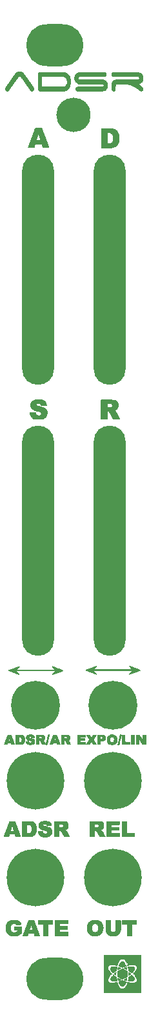
<source format=gbr>
G04 DipTrace 2.4.0.2*
%INTopMask.gbr*%
%MOMM*%
%ADD12C,0.025*%
%ADD25C,4.504*%
%ADD27O,4.204X30.204*%
%ADD29C,6.404*%
%ADD31C,7.57*%
%ADD33O,7.504X5.504*%
%FSLAX53Y53*%
G04*
G71*
G90*
G75*
G01*
%LNTopMask*%
%LPD*%
D33*
X7500Y125500D3*
Y3000D3*
D31*
X4928Y16243D3*
X15088D3*
X4928Y28943D3*
X15088D3*
D29*
X4928Y38849D3*
X15088D3*
D27*
X5301Y60439D3*
X14699D3*
Y95999D3*
X5301D3*
D25*
X10000Y116320D3*
X2692Y122048D2*
D12*
X2997D1*
X2692Y122023D2*
X2997D1*
X2605Y121998D2*
X3087D1*
X2549Y121972D2*
X3146D1*
X2501Y121947D2*
X3195D1*
X2463Y121921D2*
X3232D1*
X5410D2*
X8839D1*
X10566D2*
X14097D1*
X15062D2*
X18542D1*
X2431Y121896D2*
X3262D1*
X5391D2*
X8839D1*
X10566D2*
X14116D1*
X15044D2*
X18542D1*
X2405Y121871D2*
X3289D1*
X5369D2*
X8911D1*
X10509D2*
X14138D1*
X15025D2*
X18669D1*
X2379Y121845D2*
X3317D1*
X5347D2*
X8965D1*
X10457D2*
X14160D1*
X15010D2*
X18698D1*
X2353Y121820D2*
X3342D1*
X5328D2*
X9017D1*
X10403D2*
X14179D1*
X14996D2*
X18734D1*
X2326Y121794D2*
X3360D1*
X5314D2*
X9061D1*
X10357D2*
X14193D1*
X14983D2*
X18770D1*
X2301Y121769D2*
X3372D1*
X5302D2*
X9097D1*
X10323D2*
X14205D1*
X14968D2*
X18803D1*
X2281Y121744D2*
X3385D1*
X5293D2*
X9129D1*
X10297D2*
X14214D1*
X14953D2*
X18832D1*
X2266Y121718D2*
X3406D1*
X5288D2*
X9158D1*
X10274D2*
X14219D1*
X14944D2*
X18861D1*
X2253Y121693D2*
X3433D1*
X5285D2*
X9185D1*
X10255D2*
X14222D1*
X14939D2*
X18886D1*
X2237Y121667D2*
X3458D1*
X5284D2*
X9210D1*
X10237D2*
X14223D1*
X14937D2*
X18905D1*
X2217Y121642D2*
X3478D1*
X5283D2*
X9234D1*
X10219D2*
X14224D1*
X14936D2*
X18917D1*
X2195Y121617D2*
X3494D1*
X5283D2*
X9259D1*
X10200D2*
X14223D1*
X14937D2*
X18928D1*
X2173Y121591D2*
X3508D1*
X5283D2*
X9282D1*
X10184D2*
X14220D1*
X14941D2*
X18942D1*
X2154Y121566D2*
X3525D1*
X5283D2*
X9302D1*
X10170D2*
X14212D1*
X14956D2*
X18958D1*
X2139Y121540D2*
X3546D1*
X5283D2*
X9316D1*
X10157D2*
X14199D1*
X14973D2*
X18974D1*
X2125Y121515D2*
X3568D1*
X5283D2*
X9330D1*
X10142D2*
X14180D1*
X14990D2*
X18991D1*
X2110Y121490D2*
X3587D1*
X5283D2*
X9345D1*
X10127D2*
X14157D1*
X15010D2*
X19007D1*
X2092Y121464D2*
X3601D1*
X5283D2*
X9363D1*
X10118D2*
X14132D1*
X15035D2*
X19020D1*
X2075Y121439D2*
X2746D1*
X2937D2*
X3615D1*
X5283D2*
X9381D1*
X10111D2*
X14107D1*
X15064D2*
X19031D1*
X2058Y121413D2*
X2725D1*
X2971D2*
X3631D1*
X5283D2*
X9397D1*
X10102D2*
X14088D1*
X15090D2*
X19040D1*
X2040Y121388D2*
X2702D1*
X2996D2*
X3650D1*
X5283D2*
X9415D1*
X10089D2*
X14072D1*
X15113D2*
X19045D1*
X2021Y121363D2*
X2678D1*
X3019D2*
X3672D1*
X5283D2*
X5766D1*
X8722D2*
X9430D1*
X10076D2*
X10636D1*
X18498D2*
X19048D1*
X2005Y121337D2*
X2652D1*
X3045D2*
X3695D1*
X5283D2*
X5766D1*
X8755D2*
X9440D1*
X10067D2*
X10614D1*
X18515D2*
X19049D1*
X1992Y121312D2*
X2627D1*
X3074D2*
X3714D1*
X5283D2*
X5766D1*
X8795D2*
X9445D1*
X10062D2*
X10589D1*
X18535D2*
X19050D1*
X1978Y121286D2*
X2609D1*
X3098D2*
X3728D1*
X5283D2*
X5766D1*
X8835D2*
X9447D1*
X10060D2*
X10567D1*
X18550D2*
X19050D1*
X1961Y121261D2*
X2597D1*
X3113D2*
X3742D1*
X5283D2*
X5766D1*
X8869D2*
X9448D1*
X10059D2*
X10550D1*
X18560D2*
X19050D1*
X1939Y121236D2*
X2584D1*
X3125D2*
X3757D1*
X5283D2*
X5766D1*
X8900D2*
X9450D1*
X10059D2*
X10545D1*
X18564D2*
X19050D1*
X1914Y121210D2*
X2563D1*
X3141D2*
X3775D1*
X5283D2*
X5766D1*
X8929D2*
X9453D1*
X10058D2*
X10543D1*
X18566D2*
X19050D1*
X1890Y121185D2*
X2537D1*
X3163D2*
X3793D1*
X5283D2*
X5766D1*
X8955D2*
X9459D1*
X10058D2*
X10544D1*
X18567D2*
X19050D1*
X1872Y121159D2*
X2515D1*
X3187D2*
X3809D1*
X5283D2*
X5766D1*
X8973D2*
X9466D1*
X10058D2*
X10547D1*
X18567D2*
X19050D1*
X1860Y121134D2*
X2500D1*
X3211D2*
X3828D1*
X5283D2*
X5766D1*
X8985D2*
X9470D1*
X10058D2*
X10561D1*
X18566D2*
X19050D1*
X1847Y121109D2*
X2488D1*
X3231D2*
X3848D1*
X5283D2*
X5766D1*
X8997D2*
X9474D1*
X10058D2*
X10575D1*
X18564D2*
X19050D1*
X1826Y121083D2*
X2472D1*
X3246D2*
X3871D1*
X5283D2*
X5766D1*
X9011D2*
X9482D1*
X10059D2*
X10584D1*
X18549D2*
X19050D1*
X1800Y121058D2*
X2450D1*
X3259D2*
X3894D1*
X5283D2*
X5766D1*
X9025D2*
X9495D1*
X10060D2*
X10589D1*
X18530D2*
X19050D1*
X1778Y121032D2*
X2426D1*
X3275D2*
X3914D1*
X5283D2*
X5766D1*
X9034D2*
X9508D1*
X10065D2*
X10668D1*
X18512D2*
X19050D1*
X1763Y121007D2*
X2402D1*
X3293D2*
X3928D1*
X5283D2*
X5766D1*
X9041D2*
X9517D1*
X10078D2*
X10668D1*
X18500D2*
X19049D1*
X1751Y120982D2*
X2383D1*
X3310D2*
X3942D1*
X5283D2*
X5766D1*
X9049D2*
X9521D1*
X10092D2*
X13818D1*
X15443D2*
X19046D1*
X1736Y120956D2*
X2368D1*
X3327D2*
X3960D1*
X5283D2*
X5766D1*
X9062D2*
X9524D1*
X10101D2*
X13818D1*
X15443D2*
X19039D1*
X1716Y120931D2*
X2354D1*
X3345D2*
X3980D1*
X5283D2*
X5766D1*
X9076D2*
X9524D1*
X10108D2*
X13903D1*
X15357D2*
X19031D1*
X1698Y120905D2*
X2339D1*
X3364D2*
X3996D1*
X5283D2*
X5766D1*
X9085D2*
X9525D1*
X10116D2*
X13965D1*
X15291D2*
X19020D1*
X1684Y120880D2*
X2321D1*
X3382D2*
X4008D1*
X5283D2*
X5766D1*
X9090D2*
X9525D1*
X10129D2*
X14009D1*
X15244D2*
X19006D1*
X1671Y120855D2*
X2303D1*
X3400D2*
X4020D1*
X5283D2*
X5766D1*
X9092D2*
X9525D1*
X10144D2*
X14097D1*
X15208D2*
X18990D1*
X1653Y120829D2*
X2287D1*
X3419D2*
X4041D1*
X5283D2*
X5766D1*
X9093D2*
X9525D1*
X10156D2*
X14122D1*
X15177D2*
X18974D1*
X1631Y120804D2*
X2268D1*
X3437D2*
X4067D1*
X5283D2*
X5766D1*
X9093D2*
X9525D1*
X10169D2*
X14151D1*
X15148D2*
X18957D1*
X1609Y120778D2*
X2249D1*
X3454D2*
X4089D1*
X5283D2*
X5766D1*
X9093D2*
X9525D1*
X10184D2*
X14177D1*
X15123D2*
X18942D1*
X1587Y120753D2*
X2232D1*
X3472D2*
X4104D1*
X5283D2*
X5766D1*
X9093D2*
X9525D1*
X10203D2*
X14199D1*
X15099D2*
X18931D1*
X1568Y120728D2*
X2214D1*
X3491D2*
X4116D1*
X5283D2*
X5766D1*
X9093D2*
X9525D1*
X10227D2*
X14219D1*
X15074D2*
X18921D1*
X1550Y120702D2*
X2195D1*
X3507D2*
X4132D1*
X5283D2*
X5766D1*
X9093D2*
X9525D1*
X10252D2*
X14239D1*
X15051D2*
X18906D1*
X1532Y120677D2*
X2177D1*
X3520D2*
X4154D1*
X5283D2*
X5766D1*
X9093D2*
X9525D1*
X10278D2*
X14257D1*
X15032D2*
X18884D1*
X1513Y120651D2*
X2160D1*
X3534D2*
X4178D1*
X5283D2*
X5766D1*
X9093D2*
X9525D1*
X10303D2*
X14274D1*
X15017D2*
X18860D1*
X1497Y120626D2*
X2141D1*
X3551D2*
X4202D1*
X5283D2*
X5766D1*
X9093D2*
X9525D1*
X10327D2*
X14292D1*
X15005D2*
X18833D1*
X1484Y120601D2*
X2123D1*
X3572D2*
X4221D1*
X5283D2*
X5766D1*
X9093D2*
X9525D1*
X10354D2*
X14308D1*
X14996D2*
X18802D1*
X1470Y120575D2*
X2107D1*
X3593D2*
X4236D1*
X5283D2*
X5766D1*
X9093D2*
X9525D1*
X10387D2*
X14321D1*
X14991D2*
X18762D1*
X1453Y120550D2*
X2093D1*
X3612D2*
X4250D1*
X5283D2*
X5766D1*
X9093D2*
X9525D1*
X10424D2*
X14332D1*
X14986D2*
X18719D1*
X1432Y120524D2*
X2080D1*
X3627D2*
X4265D1*
X5283D2*
X5766D1*
X9093D2*
X9525D1*
X10455D2*
X14341D1*
X14978D2*
X18683D1*
X1409Y120499D2*
X2062D1*
X3641D2*
X4283D1*
X5283D2*
X5766D1*
X9091D2*
X9525D1*
X10475D2*
X14346D1*
X14966D2*
X18660D1*
X1388Y120474D2*
X2041D1*
X3658D2*
X4301D1*
X5283D2*
X5766D1*
X9087D2*
X9523D1*
X10566D2*
X14349D1*
X14952D2*
X18542D1*
X1371Y120448D2*
X2016D1*
X3682D2*
X4317D1*
X5283D2*
X5766D1*
X9073D2*
X9519D1*
X10566D2*
X14350D1*
X14944D2*
X18542D1*
X1357Y120423D2*
X1992D1*
X3710D2*
X4336D1*
X5283D2*
X5766D1*
X9058D2*
X9505D1*
X13783D2*
X14353D1*
X14939D2*
X15554D1*
X16891D2*
X18390D1*
X1343Y120397D2*
X1974D1*
X3733D2*
X4355D1*
X5283D2*
X5766D1*
X9042D2*
X9491D1*
X13816D2*
X14359D1*
X14937D2*
X15521D1*
X17145D2*
X18401D1*
X1326Y120372D2*
X1962D1*
X3748D2*
X4372D1*
X5283D2*
X5766D1*
X9025D2*
X9483D1*
X13839D2*
X14372D1*
X14936D2*
X15498D1*
X17145D2*
X18409D1*
X1305Y120347D2*
X1949D1*
X3760D2*
X4390D1*
X5283D2*
X5766D1*
X9009D2*
X9478D1*
X13856D2*
X14385D1*
X14935D2*
X15480D1*
X17297D2*
X18517D1*
X1283Y120321D2*
X1928D1*
X3776D2*
X4409D1*
X5283D2*
X5766D1*
X8996D2*
X9476D1*
X13870D2*
X14394D1*
X14935D2*
X15474D1*
X17297D2*
X18541D1*
X1264Y120296D2*
X1902D1*
X3796D2*
X4427D1*
X5283D2*
X5766D1*
X8983D2*
X9474D1*
X13886D2*
X14398D1*
X14935D2*
X15469D1*
X17424D2*
X18575D1*
X1250Y120270D2*
X1880D1*
X3814D2*
X4444D1*
X5283D2*
X5766D1*
X8968D2*
X9470D1*
X13901D2*
X14400D1*
X14935D2*
X15461D1*
X17551D2*
X18609D1*
X1236Y120245D2*
X1865D1*
X3827D2*
X4463D1*
X5283D2*
X5766D1*
X8948D2*
X9464D1*
X13911D2*
X14401D1*
X14935D2*
X15448D1*
X17551D2*
X18638D1*
X1221Y120220D2*
X1853D1*
X3841D2*
X4481D1*
X5283D2*
X5766D1*
X8925D2*
X9457D1*
X13910D2*
X14402D1*
X14935D2*
X15435D1*
X17623D2*
X18663D1*
X1203Y120194D2*
X1837D1*
X3859D2*
X4497D1*
X5283D2*
X5766D1*
X8900D2*
X9453D1*
X13898D2*
X14402D1*
X14935D2*
X15426D1*
X17677D2*
X18691D1*
X1186Y120169D2*
X1815D1*
X3881D2*
X4511D1*
X5283D2*
X5766D1*
X8875D2*
X9451D1*
X13884D2*
X14400D1*
X14935D2*
X15421D1*
X17727D2*
X18720D1*
X1169Y120143D2*
X1791D1*
X3903D2*
X4524D1*
X5283D2*
X5766D1*
X8857D2*
X9449D1*
X13872D2*
X14396D1*
X14935D2*
X15419D1*
X17770D2*
X18744D1*
X1150Y120118D2*
X1767D1*
X3925D2*
X4542D1*
X5283D2*
X5766D1*
X8847D2*
X9447D1*
X13862D2*
X14382D1*
X14935D2*
X15418D1*
X17790D2*
X18760D1*
X1130Y120093D2*
X1748D1*
X3944D2*
X4563D1*
X5283D2*
X5766D1*
X8738D2*
X9440D1*
X13853D2*
X14368D1*
X14935D2*
X15418D1*
X17907D2*
X18847D1*
X1108Y120067D2*
X1733D1*
X3961D2*
X4588D1*
X5283D2*
X5766D1*
X8738D2*
X9428D1*
X13847D2*
X14359D1*
X14935D2*
X15418D1*
X17931D2*
X18868D1*
X1084Y120042D2*
X1719D1*
X3980D2*
X4612D1*
X5283D2*
X9413D1*
X10490D2*
X14355D1*
X14935D2*
X15418D1*
X17964D2*
X18891D1*
X1064Y120016D2*
X1704D1*
X3999D2*
X4630D1*
X5283D2*
X9398D1*
X10416D2*
X14352D1*
X14935D2*
X15418D1*
X17996D2*
X18914D1*
X1050Y119991D2*
X1686D1*
X4015D2*
X4642D1*
X5283D2*
X9381D1*
X10367D2*
X14351D1*
X14935D2*
X15418D1*
X18018D2*
X18938D1*
X1036Y119966D2*
X1668D1*
X4028D2*
X4653D1*
X5283D2*
X9365D1*
X10333D2*
X14347D1*
X14935D2*
X15418D1*
X18110D2*
X18963D1*
X1018Y119940D2*
X1652D1*
X4042D2*
X4668D1*
X5283D2*
X9352D1*
X10305D2*
X14341D1*
X14935D2*
X15418D1*
X18140D2*
X18989D1*
X998Y119915D2*
X1633D1*
X4059D2*
X4683D1*
X5283D2*
X9339D1*
X10280D2*
X14332D1*
X14935D2*
X15418D1*
X18175D2*
X19014D1*
X982Y119889D2*
X1614D1*
X4080D2*
X4699D1*
X5283D2*
X9323D1*
X10259D2*
X14321D1*
X14935D2*
X15418D1*
X18211D2*
X19034D1*
X973Y119864D2*
X1597D1*
X4102D2*
X4716D1*
X5283D2*
X9304D1*
X10245D2*
X14305D1*
X14935D2*
X15418D1*
X18245D2*
X19042D1*
X968Y119839D2*
X1579D1*
X4124D2*
X4731D1*
X5283D2*
X9281D1*
X10240D2*
X14284D1*
X14935D2*
X15418D1*
X18279D2*
X19047D1*
X966Y119813D2*
X1560D1*
X4141D2*
X4741D1*
X5283D2*
X9255D1*
X10238D2*
X14263D1*
X14935D2*
X15418D1*
X18317D2*
X19049D1*
X966Y119788D2*
X1542D1*
X4155D2*
X4746D1*
X5283D2*
X9229D1*
X10237D2*
X14244D1*
X14935D2*
X15418D1*
X18356D2*
X19050D1*
X965Y119762D2*
X1525D1*
X4168D2*
X4748D1*
X5283D2*
X9205D1*
X10236D2*
X14229D1*
X14935D2*
X15418D1*
X18388D2*
X19050D1*
X965Y119737D2*
X1506D1*
X4186D2*
X4749D1*
X5283D2*
X9180D1*
X10236D2*
X14216D1*
X14935D2*
X15418D1*
X18415D2*
X19050D1*
X966Y119712D2*
X1488D1*
X4207D2*
X4748D1*
X5284D2*
X9155D1*
X10238D2*
X14198D1*
X14937D2*
X15418D1*
X18444D2*
X19049D1*
X970Y119686D2*
X1472D1*
X4228D2*
X4744D1*
X5288D2*
X9129D1*
X10242D2*
X14174D1*
X14941D2*
X15418D1*
X18480D2*
X19046D1*
X977Y119661D2*
X1458D1*
X4247D2*
X4728D1*
X5295D2*
X9104D1*
X10256D2*
X14146D1*
X14956D2*
X15416D1*
X18517D2*
X19040D1*
X991Y119635D2*
X1445D1*
X4262D2*
X4708D1*
X5309D2*
X9086D1*
X10270D2*
X14123D1*
X14973D2*
X15412D1*
X18550D2*
X19033D1*
X1009Y119610D2*
X1427D1*
X4276D2*
X4685D1*
X5327D2*
X9075D1*
X10280D2*
X14108D1*
X14990D2*
X15396D1*
X18580D2*
X19026D1*
X1034Y119585D2*
X1404D1*
X4294D2*
X4661D1*
X5352D2*
X8994D1*
X10289D2*
X14039D1*
X15011D2*
X15375D1*
X18613D2*
X19018D1*
X1066Y119559D2*
X1372D1*
X4321D2*
X4631D1*
X5384D2*
X8919D1*
X10311D2*
X13970D1*
X15039D2*
X15344D1*
X18656D2*
X18985D1*
X1103Y119534D2*
X1335D1*
X4356D2*
X4593D1*
X5421D2*
X8823D1*
X10355D2*
X13876D1*
X15075D2*
X15301D1*
X18707D2*
X18939D1*
X1138Y119508D2*
X1301D1*
X4390D2*
X4556D1*
X5456D2*
X8712D1*
X10399D2*
X13767D1*
X15108D2*
X15256D1*
X18754D2*
X18891D1*
X1168Y119483D2*
X1270D1*
X4420D2*
X4521D1*
X5486D2*
X8712D1*
X10439D2*
X13767D1*
X15138D2*
X15215D1*
X18796D2*
X18847D1*
X4928Y114632D2*
X5766D1*
X4919Y114606D2*
X5770D1*
X4909Y114581D2*
X5776D1*
X13614D2*
X14859D1*
X4898Y114555D2*
X5783D1*
X13603D2*
X15164D1*
X4883Y114530D2*
X5787D1*
X13595D2*
X15164D1*
X4867Y114505D2*
X5791D1*
X13592D2*
X15251D1*
X4852Y114479D2*
X5799D1*
X13590D2*
X15307D1*
X4834Y114454D2*
X5812D1*
X13589D2*
X15353D1*
X4819Y114428D2*
X5825D1*
X13589D2*
X15390D1*
X4809Y114403D2*
X5836D1*
X13589D2*
X15406D1*
X4803Y114378D2*
X5847D1*
X13589D2*
X15494D1*
X4798Y114352D2*
X5861D1*
X13589D2*
X15519D1*
X4791Y114327D2*
X5875D1*
X13589D2*
X15548D1*
X4784Y114301D2*
X5884D1*
X13589D2*
X15574D1*
X4779Y114276D2*
X5890D1*
X13589D2*
X15596D1*
X4775Y114251D2*
X5896D1*
X13589D2*
X15616D1*
X4767Y114225D2*
X5903D1*
X13589D2*
X15636D1*
X4755Y114200D2*
X5909D1*
X13589D2*
X15654D1*
X4741Y114174D2*
X5914D1*
X13589D2*
X15671D1*
X4731Y114149D2*
X5918D1*
X13589D2*
X15689D1*
X4720Y114124D2*
X5926D1*
X13589D2*
X15705D1*
X4705Y114098D2*
X5939D1*
X13589D2*
X15718D1*
X4691Y114073D2*
X5952D1*
X13589D2*
X15729D1*
X4682Y114047D2*
X5961D1*
X13589D2*
X15738D1*
X4676Y114022D2*
X5967D1*
X13589D2*
X15745D1*
X4671Y113997D2*
X5976D1*
X13589D2*
X14351D1*
X14757D2*
X15754D1*
X4664Y113971D2*
X5989D1*
X13589D2*
X14351D1*
X14757D2*
X15768D1*
X4657Y113946D2*
X6003D1*
X13589D2*
X14351D1*
X14833D2*
X15783D1*
X4652Y113920D2*
X5283D1*
X5359D2*
X6016D1*
X13589D2*
X14351D1*
X14894D2*
X15799D1*
X4648Y113895D2*
X5282D1*
X5360D2*
X6027D1*
X13589D2*
X14351D1*
X14917D2*
X15816D1*
X4640Y113870D2*
X5279D1*
X5361D2*
X6035D1*
X13589D2*
X14351D1*
X15011D2*
X15831D1*
X4628Y113844D2*
X5273D1*
X5366D2*
X6041D1*
X13589D2*
X14351D1*
X15019D2*
X15841D1*
X4615Y113819D2*
X5266D1*
X5379D2*
X6045D1*
X13589D2*
X14351D1*
X15032D2*
X15846D1*
X4606Y113793D2*
X5262D1*
X5393D2*
X6053D1*
X13589D2*
X14351D1*
X15045D2*
X15848D1*
X4599Y113768D2*
X5258D1*
X5402D2*
X6066D1*
X13589D2*
X14351D1*
X15056D2*
X15850D1*
X4590Y113743D2*
X5250D1*
X5408D2*
X6079D1*
X13589D2*
X14351D1*
X15067D2*
X15854D1*
X4577Y113717D2*
X5237D1*
X5413D2*
X6088D1*
X13589D2*
X14351D1*
X15081D2*
X15860D1*
X4563Y113692D2*
X5224D1*
X5420D2*
X6094D1*
X13589D2*
X14351D1*
X15095D2*
X15866D1*
X4551Y113666D2*
X5215D1*
X5427D2*
X6103D1*
X13589D2*
X14351D1*
X15105D2*
X15871D1*
X4540Y113641D2*
X5210D1*
X5431D2*
X6116D1*
X13589D2*
X14351D1*
X15109D2*
X15873D1*
X4531Y113616D2*
X5206D1*
X5434D2*
X6130D1*
X13589D2*
X14351D1*
X15112D2*
X15874D1*
X4526Y113590D2*
X5199D1*
X5435D2*
X6143D1*
X13589D2*
X14351D1*
X15112D2*
X15875D1*
X4521Y113565D2*
X5187D1*
X5437D2*
X6154D1*
X13589D2*
X14351D1*
X15113D2*
X15875D1*
X4514Y113539D2*
X5173D1*
X5444D2*
X6162D1*
X13589D2*
X14351D1*
X15113D2*
X15875D1*
X4501Y113514D2*
X5164D1*
X5456D2*
X6168D1*
X13589D2*
X14351D1*
X15114D2*
X15875D1*
X4488Y113489D2*
X5159D1*
X5469D2*
X6172D1*
X13589D2*
X14351D1*
X15117D2*
X15875D1*
X4479Y113463D2*
X5153D1*
X5478D2*
X6180D1*
X13589D2*
X14351D1*
X15123D2*
X15875D1*
X4472Y113438D2*
X5146D1*
X5485D2*
X6193D1*
X13589D2*
X14351D1*
X15130D2*
X15875D1*
X4463Y113412D2*
X5140D1*
X5493D2*
X6206D1*
X13589D2*
X14351D1*
X15134D2*
X15875D1*
X4450Y113387D2*
X5135D1*
X5506D2*
X6215D1*
X13589D2*
X14351D1*
X15137D2*
X15875D1*
X4436Y113362D2*
X5131D1*
X5520D2*
X6221D1*
X13589D2*
X14351D1*
X15138D2*
X15875D1*
X4424Y113336D2*
X5123D1*
X5529D2*
X6230D1*
X13589D2*
X14351D1*
X15138D2*
X15875D1*
X4413Y113311D2*
X5110D1*
X5535D2*
X6243D1*
X13589D2*
X14351D1*
X15138D2*
X15875D1*
X4404Y113285D2*
X5097D1*
X5540D2*
X6257D1*
X13589D2*
X14351D1*
X15138D2*
X15875D1*
X4399Y113260D2*
X5088D1*
X5547D2*
X6266D1*
X13589D2*
X14351D1*
X15138D2*
X15875D1*
X4394Y113235D2*
X5084D1*
X5554D2*
X6274D1*
X13589D2*
X14351D1*
X15137D2*
X15875D1*
X4387Y113209D2*
X5081D1*
X5559D2*
X6283D1*
X13589D2*
X14351D1*
X15134D2*
X15875D1*
X4374Y113184D2*
X5079D1*
X5563D2*
X6290D1*
X13589D2*
X14351D1*
X15128D2*
X15875D1*
X4361Y113158D2*
X5072D1*
X5570D2*
X6295D1*
X13589D2*
X14351D1*
X15122D2*
X15875D1*
X4352Y113133D2*
X5059D1*
X5583D2*
X6299D1*
X13589D2*
X14351D1*
X15117D2*
X15875D1*
X4345Y113108D2*
X5046D1*
X5596D2*
X6307D1*
X13589D2*
X14351D1*
X15115D2*
X15875D1*
X4336Y113082D2*
X5037D1*
X5606D2*
X6320D1*
X13589D2*
X14351D1*
X15114D2*
X15875D1*
X4323Y113057D2*
X6333D1*
X13589D2*
X14351D1*
X15113D2*
X15875D1*
X4310Y113031D2*
X6342D1*
X13589D2*
X14351D1*
X15113D2*
X15875D1*
X4300Y113006D2*
X6348D1*
X13589D2*
X14351D1*
X15113D2*
X15875D1*
X4292Y112981D2*
X6357D1*
X13589D2*
X14351D1*
X15111D2*
X15874D1*
X4284Y112955D2*
X6370D1*
X13589D2*
X14351D1*
X15107D2*
X15871D1*
X4276Y112930D2*
X6384D1*
X13589D2*
X14351D1*
X15093D2*
X15865D1*
X4271Y112904D2*
X6397D1*
X13589D2*
X14351D1*
X15079D2*
X15858D1*
X4267Y112879D2*
X6408D1*
X13589D2*
X14351D1*
X15069D2*
X15854D1*
X4259Y112854D2*
X6416D1*
X13589D2*
X14351D1*
X15057D2*
X15851D1*
X4247Y112828D2*
X6422D1*
X13589D2*
X14351D1*
X15043D2*
X15850D1*
X4234Y112803D2*
X6426D1*
X13589D2*
X14351D1*
X15029D2*
X15848D1*
X4225Y112777D2*
X6434D1*
X13589D2*
X14351D1*
X15020D2*
X15841D1*
X4218Y112752D2*
X6447D1*
X13589D2*
X14351D1*
X15015D2*
X15829D1*
X4209Y112727D2*
X6460D1*
X13589D2*
X14351D1*
X14935D2*
X15814D1*
X4196Y112701D2*
X6469D1*
X13589D2*
X14351D1*
X14908D2*
X15799D1*
X4182Y112676D2*
X6475D1*
X13589D2*
X14351D1*
X14873D2*
X15782D1*
X4170Y112650D2*
X6484D1*
X13589D2*
X15766D1*
X4159Y112625D2*
X6497D1*
X13589D2*
X15756D1*
X4150Y112600D2*
X6511D1*
X13589D2*
X15748D1*
X4145Y112574D2*
X6524D1*
X13589D2*
X15739D1*
X4140Y112549D2*
X6535D1*
X13589D2*
X15730D1*
X4133Y112523D2*
X4877D1*
X5791D2*
X6543D1*
X13589D2*
X15718D1*
X4120Y112498D2*
X4875D1*
X5791D2*
X6549D1*
X13589D2*
X15702D1*
X4107Y112473D2*
X4871D1*
X5792D2*
X6553D1*
X13589D2*
X15680D1*
X4098Y112447D2*
X4857D1*
X5795D2*
X6561D1*
X13589D2*
X15655D1*
X4091Y112422D2*
X4843D1*
X5802D2*
X6574D1*
X13589D2*
X15630D1*
X4082Y112396D2*
X4834D1*
X5808D2*
X6587D1*
X13589D2*
X15605D1*
X4069Y112371D2*
X4828D1*
X5813D2*
X6596D1*
X13589D2*
X15581D1*
X4055Y112346D2*
X4819D1*
X5817D2*
X6602D1*
X13589D2*
X15556D1*
X4043Y112320D2*
X4806D1*
X5824D2*
X6611D1*
X13589D2*
X15530D1*
X4032Y112295D2*
X4793D1*
X5837D2*
X6624D1*
X13589D2*
X15505D1*
X4023Y112269D2*
X4784D1*
X5850D2*
X6638D1*
X13589D2*
X15487D1*
X4018Y112244D2*
X4779D1*
X5859D2*
X6647D1*
X13589D2*
X15476D1*
X4013Y112219D2*
X4776D1*
X5864D2*
X6655D1*
X13589D2*
X15397D1*
X4005Y112193D2*
X4771D1*
X5866D2*
X6664D1*
X13589D2*
X15343D1*
X3992Y112168D2*
X4765D1*
X5867D2*
X6671D1*
X13589D2*
X15293D1*
X3977Y112142D2*
X4757D1*
X5867D2*
X6676D1*
X13589D2*
X15250D1*
X3962Y112117D2*
X4750D1*
X5867D2*
X6680D1*
X13589D2*
X15230D1*
X13589Y112092D2*
X14986D1*
X13589Y112066D2*
X14986D1*
X5182Y79021D2*
X5512D1*
X5182Y78995D2*
X5512D1*
X4974Y78970D2*
X5718D1*
X13589D2*
X14986D1*
X4775Y78945D2*
X5918D1*
X13566D2*
X15342D1*
X4775Y78919D2*
X5918D1*
X13548D2*
X15342D1*
X4704Y78894D2*
X6020D1*
X13543D2*
X15469D1*
X4653Y78868D2*
X6044D1*
X13540D2*
X15493D1*
X4609Y78843D2*
X6078D1*
X13539D2*
X15527D1*
X4574Y78818D2*
X6112D1*
X13538D2*
X15561D1*
X4549Y78792D2*
X6141D1*
X13538D2*
X15589D1*
X4525Y78767D2*
X6164D1*
X13538D2*
X15613D1*
X4498Y78741D2*
X6186D1*
X13538D2*
X15635D1*
X4469Y78716D2*
X6205D1*
X13538D2*
X15654D1*
X4442Y78691D2*
X6222D1*
X13538D2*
X15671D1*
X4421Y78665D2*
X6241D1*
X13538D2*
X15689D1*
X4406Y78640D2*
X6259D1*
X13538D2*
X15708D1*
X4392Y78614D2*
X6275D1*
X13538D2*
X15724D1*
X4376Y78589D2*
X6287D1*
X13538D2*
X15736D1*
X4362Y78564D2*
X6294D1*
X13538D2*
X15743D1*
X4352Y78538D2*
X6299D1*
X13538D2*
X15748D1*
X4345Y78513D2*
X5074D1*
X5496D2*
X6307D1*
X13538D2*
X15756D1*
X4336Y78487D2*
X5056D1*
X5525D2*
X6319D1*
X13538D2*
X15768D1*
X4323Y78462D2*
X5036D1*
X5557D2*
X6333D1*
X13538D2*
X15782D1*
X4310Y78437D2*
X5021D1*
X5584D2*
X6342D1*
X13538D2*
X14326D1*
X14943D2*
X15790D1*
X4301Y78411D2*
X5012D1*
X5602D2*
X6348D1*
X13538D2*
X14326D1*
X14957D2*
X15795D1*
X4296Y78386D2*
X5007D1*
X5616D2*
X6357D1*
X13538D2*
X14326D1*
X14973D2*
X15797D1*
X4294Y78360D2*
X5005D1*
X5632D2*
X6370D1*
X13538D2*
X14326D1*
X14988D2*
X15798D1*
X4293Y78335D2*
X5005D1*
X5646D2*
X6383D1*
X13538D2*
X14326D1*
X14999D2*
X15799D1*
X4293Y78310D2*
X5009D1*
X5656D2*
X6392D1*
X13538D2*
X14326D1*
X15006D2*
X15799D1*
X4293Y78284D2*
X5015D1*
X5661D2*
X6398D1*
X13538D2*
X14326D1*
X15009D2*
X15799D1*
X4293Y78259D2*
X5036D1*
X5663D2*
X6274D1*
X13538D2*
X14326D1*
X15010D2*
X15799D1*
X4293Y78233D2*
X5086D1*
X5664D2*
X6274D1*
X13538D2*
X14326D1*
X15011D2*
X15799D1*
X4293Y78208D2*
X5147D1*
X13538D2*
X14326D1*
X15011D2*
X15799D1*
X4293Y78183D2*
X5206D1*
X13538D2*
X14326D1*
X15011D2*
X15799D1*
X4295Y78157D2*
X5270D1*
X13538D2*
X14326D1*
X15010D2*
X15799D1*
X4299Y78132D2*
X5461D1*
X13538D2*
X14326D1*
X15007D2*
X15797D1*
X4313Y78106D2*
X5461D1*
X13538D2*
X14326D1*
X15001D2*
X15793D1*
X4326Y78081D2*
X5615D1*
X13538D2*
X14326D1*
X14995D2*
X15779D1*
X4335Y78056D2*
X5766D1*
X13538D2*
X14326D1*
X14990D2*
X15765D1*
X4342Y78030D2*
X5766D1*
X13538D2*
X14326D1*
X14988D2*
X15755D1*
X4351Y78005D2*
X5893D1*
X13538D2*
X14326D1*
X14884D2*
X15747D1*
X4368Y77979D2*
X5893D1*
X13538D2*
X14326D1*
X14884D2*
X15739D1*
X4387Y77954D2*
X5979D1*
X13538D2*
X15730D1*
X4403Y77929D2*
X6045D1*
X13538D2*
X15718D1*
X4414Y77903D2*
X6093D1*
X13538D2*
X15704D1*
X4427Y77878D2*
X6134D1*
X13538D2*
X15688D1*
X4447Y77852D2*
X6174D1*
X13538D2*
X15672D1*
X4473Y77827D2*
X6214D1*
X13538D2*
X15654D1*
X4496Y77802D2*
X6247D1*
X13538D2*
X15635D1*
X4510Y77776D2*
X6272D1*
X13538D2*
X15615D1*
X4597Y77751D2*
X6293D1*
X13538D2*
X15590D1*
X4627Y77725D2*
X6314D1*
X13538D2*
X15556D1*
X4661Y77700D2*
X6332D1*
X13538D2*
X15520D1*
X4690Y77675D2*
X6349D1*
X13538D2*
X15490D1*
X4710Y77649D2*
X6367D1*
X13538D2*
X15478D1*
X4801Y77624D2*
X6383D1*
X13538D2*
X15367D1*
X4801Y77598D2*
X6396D1*
X13538D2*
X15367D1*
X4928Y77573D2*
X6407D1*
X13538D2*
X15240D1*
X5055Y77548D2*
X6416D1*
X13538D2*
X15264D1*
X5055Y77522D2*
X6422D1*
X13538D2*
X15279D1*
X5232Y77497D2*
X6426D1*
X13538D2*
X15367D1*
X5232Y77471D2*
X6434D1*
X13538D2*
X15392D1*
X5386Y77446D2*
X6447D1*
X13538D2*
X14326D1*
X14545D2*
X15421D1*
X5537Y77421D2*
X6460D1*
X13538D2*
X14326D1*
X14578D2*
X15447D1*
X5537Y77395D2*
X6469D1*
X13538D2*
X14326D1*
X14603D2*
X15469D1*
X5613Y77370D2*
X6473D1*
X13538D2*
X14326D1*
X14624D2*
X15489D1*
X5635Y77344D2*
X6476D1*
X13538D2*
X14326D1*
X14645D2*
X15509D1*
X4674Y77319D2*
X4902D1*
X5656D2*
X6476D1*
X13538D2*
X14326D1*
X14663D2*
X15527D1*
X4216Y77294D2*
X4926D1*
X5673D2*
X6477D1*
X13538D2*
X14326D1*
X14680D2*
X15544D1*
X4216Y77268D2*
X4943D1*
X5684D2*
X6477D1*
X13538D2*
X14326D1*
X14699D2*
X15562D1*
X4216Y77243D2*
X4948D1*
X5695D2*
X6477D1*
X13538D2*
X14326D1*
X14718D2*
X15581D1*
X4216Y77217D2*
X4951D1*
X5709D2*
X6477D1*
X13538D2*
X14326D1*
X14734D2*
X15597D1*
X4216Y77192D2*
X4954D1*
X5724D2*
X6475D1*
X13538D2*
X14326D1*
X14747D2*
X15611D1*
X4217Y77167D2*
X4961D1*
X5727D2*
X6471D1*
X13538D2*
X14326D1*
X14760D2*
X15624D1*
X4218Y77141D2*
X4975D1*
X5717D2*
X6457D1*
X13538D2*
X14326D1*
X14776D2*
X15639D1*
X4223Y77116D2*
X4991D1*
X5705D2*
X6443D1*
X13538D2*
X14326D1*
X14792D2*
X15656D1*
X4236Y77090D2*
X5006D1*
X5693D2*
X6435D1*
X13538D2*
X14326D1*
X14808D2*
X15672D1*
X4250Y77065D2*
X5017D1*
X5681D2*
X6430D1*
X13538D2*
X14326D1*
X14825D2*
X15689D1*
X4259Y77040D2*
X5024D1*
X5665D2*
X6428D1*
X13538D2*
X14326D1*
X14840D2*
X15704D1*
X4265Y77014D2*
X5027D1*
X5646D2*
X6426D1*
X13538D2*
X14326D1*
X14851D2*
X15715D1*
X4270Y76989D2*
X5101D1*
X5622D2*
X6422D1*
X13538D2*
X14326D1*
X14859D2*
X15723D1*
X4277Y76963D2*
X5158D1*
X5591D2*
X6416D1*
X13538D2*
X14326D1*
X14868D2*
X15732D1*
X4286Y76938D2*
X5219D1*
X5553D2*
X6407D1*
X13538D2*
X14326D1*
X14877D2*
X15741D1*
X4297Y76913D2*
X6396D1*
X13538D2*
X14326D1*
X14889D2*
X15752D1*
X4312Y76887D2*
X6380D1*
X13538D2*
X14326D1*
X14903D2*
X15767D1*
X4328Y76862D2*
X6359D1*
X13538D2*
X14326D1*
X14919D2*
X15783D1*
X4343Y76836D2*
X6338D1*
X13538D2*
X14326D1*
X14935D2*
X15799D1*
X4361Y76811D2*
X6319D1*
X13538D2*
X14326D1*
X14952D2*
X15816D1*
X4380Y76786D2*
X6305D1*
X13538D2*
X14326D1*
X14967D2*
X15831D1*
X4398Y76760D2*
X6291D1*
X13538D2*
X14326D1*
X14978D2*
X15842D1*
X4418Y76735D2*
X6274D1*
X13538D2*
X14326D1*
X14986D2*
X15850D1*
X4443Y76709D2*
X6249D1*
X13538D2*
X14326D1*
X14995D2*
X15859D1*
X4473Y76684D2*
X6221D1*
X13538D2*
X14326D1*
X15004D2*
X15868D1*
X4499Y76659D2*
X6194D1*
X13538D2*
X14326D1*
X15016D2*
X15879D1*
X4522Y76633D2*
X6170D1*
X13538D2*
X14326D1*
X15032D2*
X15896D1*
X4544Y76608D2*
X6141D1*
X13538D2*
X14326D1*
X15053D2*
X15916D1*
X4574Y76582D2*
X6099D1*
X13538D2*
X14326D1*
X15074D2*
X15938D1*
X4609Y76557D2*
X6051D1*
X13538D2*
X14326D1*
X15093D2*
X15957D1*
X4639Y76532D2*
X6012D1*
X13538D2*
X14326D1*
X15108D2*
X15971D1*
X4659Y76506D2*
X5983D1*
X13538D2*
X14326D1*
X15119D2*
X15983D1*
X4801Y76481D2*
X5842D1*
X13538D2*
X14326D1*
X15130D2*
X15993D1*
X4801Y76455D2*
X5842D1*
X13538D2*
X14326D1*
X15138D2*
X16002D1*
X5029Y76430D2*
X5664D1*
X17272Y44045D2*
D3*
X7137Y44020D2*
X7163D1*
X12852D2*
X12954D1*
X17276D2*
X17374D1*
X7139Y43994D2*
X7163D1*
X12852D2*
X12943D1*
X17284D2*
X17374D1*
X2743Y43969D2*
X2845D1*
X7144D2*
X7239D1*
X12725D2*
X12927D1*
X17299D2*
X17501D1*
X2743Y43943D2*
X2819D1*
X7162D2*
X7239D1*
X12725D2*
X12904D1*
X17322D2*
X17501D1*
X2616Y43918D2*
X2791D1*
X7183D2*
X7366D1*
X12598D2*
X12875D1*
X17351D2*
X17628D1*
X2489Y43893D2*
X2765D1*
X7205D2*
X7493D1*
X12471D2*
X12849D1*
X17377D2*
X17755D1*
X2489Y43867D2*
X2743D1*
X7229D2*
X7493D1*
X12471D2*
X12827D1*
X17399D2*
X17755D1*
X2362Y43842D2*
X2721D1*
X7253D2*
X7581D1*
X12383D2*
X12805D1*
X17421D2*
X17831D1*
X2362Y43816D2*
X2695D1*
X7280D2*
X7648D1*
X12316D2*
X12779D1*
X17447D2*
X17831D1*
X2268Y43791D2*
X2665D1*
X7306D2*
X7713D1*
X12251D2*
X12749D1*
X17477D2*
X17958D1*
X2197Y43766D2*
X2638D1*
X7331D2*
X7770D1*
X12194D2*
X12722D1*
X17504D2*
X18085D1*
X2139Y43740D2*
X2616D1*
X7355D2*
X7820D1*
X12144D2*
X12700D1*
X17526D2*
X18085D1*
X2007Y43715D2*
X2594D1*
X7380D2*
X7933D1*
X12034D2*
X12677D1*
X17548D2*
X18161D1*
X2007Y43689D2*
X2568D1*
X7407D2*
X7997D1*
X11978D2*
X12647D1*
X17574D2*
X18161D1*
X1921Y43664D2*
X2539D1*
X7433D2*
X8064D1*
X11918D2*
X12613D1*
X17603D2*
X18288D1*
X1857Y43639D2*
X2515D1*
X7458D2*
X8123D1*
X11863D2*
X12582D1*
X17627D2*
X18415D1*
X1805Y43613D2*
X2500D1*
X7480D2*
X8174D1*
X11813D2*
X12562D1*
X17642D2*
X18415D1*
X1676Y43588D2*
X2413D1*
X7498D2*
X8286D1*
X11684D2*
X18517D1*
X1676Y43562D2*
X2413D1*
X7510D2*
X8342D1*
X11684D2*
X18517D1*
X1549Y43537D2*
X8404D1*
X11557D2*
X18584D1*
X1422Y43512D2*
X8460D1*
X11557D2*
X18636D1*
X1424Y43486D2*
X8503D1*
X11557D2*
X18655D1*
X1434Y43461D2*
X8535D1*
X11633D2*
X18612D1*
X1473Y43435D2*
X8560D1*
X11633D2*
X18556D1*
X1525Y43410D2*
X8487D1*
X11760D2*
X12545D1*
X17651D2*
X18496D1*
X1576Y43385D2*
X2421D1*
X7518D2*
X8427D1*
X11887D2*
X12566D1*
X17647D2*
X18442D1*
X1624Y43359D2*
X2435D1*
X7515D2*
X8402D1*
X11887D2*
X12589D1*
X17630D2*
X18391D1*
X1736Y43334D2*
X2453D1*
X7508D2*
X8255D1*
X11963D2*
X12613D1*
X17605D2*
X18263D1*
X1799Y43308D2*
X2474D1*
X7480D2*
X8255D1*
X11963D2*
X12639D1*
X17571D2*
X18263D1*
X1866Y43283D2*
X2500D1*
X7446D2*
X8128D1*
X12090D2*
X12666D1*
X17533D2*
X18136D1*
X1925Y43258D2*
X2526D1*
X7413D2*
X8001D1*
X12217D2*
X12690D1*
X17498D2*
X18009D1*
X1978Y43232D2*
X2551D1*
X7383D2*
X8001D1*
X12217D2*
X12714D1*
X17468D2*
X18009D1*
X2108Y43207D2*
X2575D1*
X7357D2*
X7874D1*
X12309D2*
X12740D1*
X17441D2*
X17917D1*
X2108Y43181D2*
X2600D1*
X7332D2*
X7874D1*
X12383D2*
X12766D1*
X17416D2*
X17843D1*
X2193Y43156D2*
X2626D1*
X7306D2*
X7789D1*
X12455D2*
X12793D1*
X17389D2*
X17771D1*
X2257Y43131D2*
X2653D1*
X7279D2*
X7725D1*
X12516D2*
X12817D1*
X17363D2*
X17710D1*
X2310Y43105D2*
X2678D1*
X7253D2*
X7672D1*
X12569D2*
X12841D1*
X17337D2*
X17657D1*
X2438Y43080D2*
X2702D1*
X7229D2*
X7544D1*
X12700D2*
X12866D1*
X17315D2*
X17526D1*
X2438Y43054D2*
X2727D1*
X7205D2*
X7544D1*
X12700D2*
X12889D1*
X17297D2*
X17526D1*
X2565Y43029D2*
X2751D1*
X7180D2*
X7417D1*
X12786D2*
X12908D1*
X17285D2*
X17399D1*
X2692Y43004D2*
X2771D1*
X7160D2*
X7290D1*
X12851D2*
X12920D1*
X17277D2*
X17272D1*
X2692Y42978D2*
X2783D1*
X7148D2*
X7290D1*
X12903D2*
X12929D1*
X17272D2*
D3*
X2769Y42953D2*
X2790D1*
X7142D2*
X7163D1*
X2769Y42927D2*
X2794D1*
X7137D2*
X7163D1*
X4166Y35028D2*
X4369D1*
X6629D2*
X6731D1*
X14884D2*
X15088D1*
X16078D2*
X16180D1*
X1295Y35003D2*
X1727D1*
X2362D2*
X3124D1*
X3962D2*
X4521D1*
X5029D2*
X5918D1*
X6606D2*
X6758D1*
X7264D2*
X7696D1*
X8331D2*
X9220D1*
X10439D2*
X11481D1*
X11633D2*
X12040D1*
X12471D2*
X12929D1*
X13081D2*
X13894D1*
X14732D2*
X15240D1*
X16055D2*
X16207D1*
X16332D2*
X16688D1*
X17526D2*
X17907D1*
X18186D2*
X18542D1*
X19050D2*
X19406D1*
X1293Y34977D2*
X1729D1*
X2362D2*
X3124D1*
X3962D2*
X4521D1*
X5029D2*
X5918D1*
X6589D2*
X6782D1*
X7262D2*
X7698D1*
X8331D2*
X9220D1*
X10439D2*
X11481D1*
X11652D2*
X12050D1*
X12470D2*
X12909D1*
X13081D2*
X13894D1*
X14732D2*
X15240D1*
X16037D2*
X16231D1*
X16332D2*
X16688D1*
X17526D2*
X17907D1*
X18186D2*
X18561D1*
X19050D2*
X19406D1*
X1289Y34952D2*
X1733D1*
X2362D2*
X3251D1*
X3886D2*
X4623D1*
X5029D2*
X6020D1*
X6582D2*
X6758D1*
X7258D2*
X7702D1*
X8331D2*
X9322D1*
X10439D2*
X11481D1*
X11670D2*
X12064D1*
X12467D2*
X12888D1*
X13081D2*
X13970D1*
X14660D2*
X15312D1*
X16031D2*
X16207D1*
X16332D2*
X16688D1*
X17526D2*
X17907D1*
X18186D2*
X18583D1*
X19050D2*
X19406D1*
X1275Y34926D2*
X1747D1*
X2362D2*
X3277D1*
X3861D2*
X4640D1*
X5029D2*
X6037D1*
X6576D2*
X6741D1*
X7244D2*
X7716D1*
X8331D2*
X9339D1*
X10439D2*
X11481D1*
X11686D2*
X12081D1*
X12461D2*
X12866D1*
X13081D2*
X13995D1*
X14610D2*
X15362D1*
X16025D2*
X16190D1*
X16332D2*
X16688D1*
X17526D2*
X17907D1*
X18186D2*
X18605D1*
X19050D2*
X19406D1*
X1262Y34901D2*
X1761D1*
X2362D2*
X3305D1*
X3832D2*
X4661D1*
X5029D2*
X6058D1*
X6569D2*
X6736D1*
X7231D2*
X7730D1*
X8331D2*
X9360D1*
X10439D2*
X11481D1*
X11699D2*
X12099D1*
X12453D2*
X12847D1*
X13081D2*
X14024D1*
X14566D2*
X15406D1*
X16018D2*
X16184D1*
X16332D2*
X16688D1*
X17526D2*
X17907D1*
X18186D2*
X18624D1*
X19050D2*
X19406D1*
X1253Y34876D2*
X1770D1*
X2362D2*
X3331D1*
X3806D2*
X4686D1*
X5029D2*
X6083D1*
X6562D2*
X6733D1*
X7222D2*
X7739D1*
X8331D2*
X9385D1*
X10439D2*
X11481D1*
X11712D2*
X12115D1*
X12442D2*
X12832D1*
X13081D2*
X14050D1*
X14531D2*
X15441D1*
X16011D2*
X16182D1*
X16332D2*
X16688D1*
X17526D2*
X17907D1*
X18186D2*
X18638D1*
X19050D2*
X19406D1*
X1247Y34850D2*
X1776D1*
X2362D2*
X3353D1*
X3786D2*
X4710D1*
X5029D2*
X6106D1*
X6557D2*
X6730D1*
X7216D2*
X7745D1*
X8331D2*
X9408D1*
X10439D2*
X11481D1*
X11728D2*
X12133D1*
X12427D2*
X12819D1*
X13081D2*
X14070D1*
X14506D2*
X15466D1*
X16006D2*
X16179D1*
X16332D2*
X16688D1*
X17526D2*
X17907D1*
X18186D2*
X18652D1*
X19050D2*
X19406D1*
X1242Y34825D2*
X1785D1*
X2362D2*
X3373D1*
X3773D2*
X4729D1*
X5029D2*
X6125D1*
X6555D2*
X6723D1*
X7211D2*
X7754D1*
X8331D2*
X9427D1*
X10439D2*
X11479D1*
X11744D2*
X12149D1*
X12411D2*
X12803D1*
X13081D2*
X14083D1*
X14484D2*
X15488D1*
X16004D2*
X16172D1*
X16332D2*
X16688D1*
X17526D2*
X17907D1*
X18186D2*
X18667D1*
X19050D2*
X19406D1*
X1235Y34799D2*
X1798D1*
X2362D2*
X3393D1*
X3765D2*
X4744D1*
X5029D2*
X6137D1*
X6554D2*
X6710D1*
X7204D2*
X7767D1*
X8331D2*
X9439D1*
X10439D2*
X11475D1*
X11760D2*
X12162D1*
X12395D2*
X12786D1*
X13081D2*
X14091D1*
X14464D2*
X15508D1*
X16003D2*
X16159D1*
X16332D2*
X16688D1*
X17526D2*
X17907D1*
X18186D2*
X18685D1*
X19050D2*
X19406D1*
X1226Y34774D2*
X1812D1*
X2362D2*
X3411D1*
X3760D2*
X4143D1*
X4334D2*
X4756D1*
X5029D2*
X6144D1*
X6551D2*
X6697D1*
X7195D2*
X7781D1*
X8331D2*
X9445D1*
X10439D2*
X11460D1*
X11778D2*
X12175D1*
X12377D2*
X12768D1*
X13081D2*
X14096D1*
X14445D2*
X15527D1*
X16000D2*
X16146D1*
X16332D2*
X16688D1*
X17526D2*
X17907D1*
X18186D2*
X18703D1*
X19050D2*
X19406D1*
X1215Y34749D2*
X1825D1*
X2362D2*
X3428D1*
X3752D2*
X4122D1*
X4367D2*
X4765D1*
X5029D2*
X5410D1*
X5748D2*
X6149D1*
X6545D2*
X6689D1*
X7184D2*
X7794D1*
X8331D2*
X8712D1*
X9050D2*
X9447D1*
X10439D2*
X11445D1*
X11797D2*
X12190D1*
X12359D2*
X12751D1*
X13081D2*
X13437D1*
X13665D2*
X14104D1*
X14428D2*
X15544D1*
X15994D2*
X16137D1*
X16332D2*
X16688D1*
X17526D2*
X17907D1*
X18186D2*
X18719D1*
X19050D2*
X19406D1*
X1200Y34723D2*
X1836D1*
X2362D2*
X3446D1*
X3739D2*
X4101D1*
X4390D2*
X4770D1*
X5029D2*
X5410D1*
X5761D2*
X6157D1*
X6533D2*
X6684D1*
X7169D2*
X7805D1*
X8331D2*
X8712D1*
X9063D2*
X9448D1*
X10439D2*
X11430D1*
X11813D2*
X12208D1*
X12343D2*
X12733D1*
X13081D2*
X13437D1*
X13665D2*
X14117D1*
X14411D2*
X15561D1*
X15981D2*
X16132D1*
X16332D2*
X16688D1*
X17526D2*
X17907D1*
X18186D2*
X18738D1*
X19050D2*
X19406D1*
X1186Y34698D2*
X1844D1*
X2362D2*
X2743D1*
X3007D2*
X3461D1*
X3726D2*
X4081D1*
X4405D2*
X4773D1*
X5029D2*
X5410D1*
X5774D2*
X6163D1*
X6520D2*
X6681D1*
X7155D2*
X7813D1*
X8331D2*
X8712D1*
X9076D2*
X9449D1*
X10439D2*
X10795D1*
X11826D2*
X12226D1*
X12329D2*
X12714D1*
X13081D2*
X13437D1*
X13741D2*
X14131D1*
X14395D2*
X14827D1*
X15145D2*
X15577D1*
X15968D2*
X16129D1*
X16332D2*
X16688D1*
X17526D2*
X17907D1*
X18186D2*
X18758D1*
X19050D2*
X19406D1*
X1177Y34672D2*
X1850D1*
X2362D2*
X2743D1*
X3035D2*
X3471D1*
X3717D2*
X4064D1*
X4414D2*
X4774D1*
X5029D2*
X5410D1*
X5783D2*
X6168D1*
X6511D2*
X6677D1*
X7146D2*
X7819D1*
X8331D2*
X8712D1*
X9085D2*
X9449D1*
X10439D2*
X10795D1*
X11839D2*
X12244D1*
X12315D2*
X12698D1*
X13081D2*
X13437D1*
X13741D2*
X14139D1*
X14385D2*
X14805D1*
X15167D2*
X15587D1*
X15959D2*
X16125D1*
X16332D2*
X16688D1*
X17526D2*
X17907D1*
X18186D2*
X18781D1*
X19050D2*
X19406D1*
X1170Y34647D2*
X1854D1*
X2362D2*
X2743D1*
X3068D2*
X3477D1*
X3712D2*
X4114D1*
X4420D2*
X4775D1*
X5029D2*
X5410D1*
X5788D2*
X6169D1*
X6506D2*
X6670D1*
X7139D2*
X7823D1*
X8331D2*
X8712D1*
X9090D2*
X9449D1*
X10439D2*
X10795D1*
X11857D2*
X12267D1*
X12294D2*
X12685D1*
X13081D2*
X13437D1*
X13741D2*
X14144D1*
X14379D2*
X14780D1*
X15192D2*
X15593D1*
X15955D2*
X16119D1*
X16332D2*
X16688D1*
X17526D2*
X17907D1*
X18186D2*
X18804D1*
X19050D2*
X19406D1*
X1161Y34622D2*
X1473D1*
X1549D2*
X1862D1*
X2362D2*
X2743D1*
X3098D2*
X3483D1*
X3715D2*
X4156D1*
X5029D2*
X5410D1*
X5789D2*
X6167D1*
X6504D2*
X6663D1*
X7130D2*
X7442D1*
X7518D2*
X7831D1*
X8331D2*
X8712D1*
X9091D2*
X9449D1*
X10439D2*
X10795D1*
X11878D2*
X12672D1*
X13081D2*
X13437D1*
X13741D2*
X14146D1*
X14374D2*
X14758D1*
X15214D2*
X15598D1*
X15953D2*
X16112D1*
X16332D2*
X16688D1*
X17526D2*
X17907D1*
X18186D2*
X18824D1*
X19050D2*
X19406D1*
X1148Y34596D2*
X1472D1*
X1550D2*
X1875D1*
X2362D2*
X2743D1*
X3111D2*
X3490D1*
X3729D2*
X4176D1*
X5029D2*
X5410D1*
X5788D2*
X6162D1*
X6503D2*
X6659D1*
X7117D2*
X7441D1*
X7519D2*
X7844D1*
X8331D2*
X8712D1*
X9090D2*
X9449D1*
X10439D2*
X10795D1*
X11899D2*
X12656D1*
X13081D2*
X13437D1*
X13740D2*
X14145D1*
X14367D2*
X14741D1*
X15231D2*
X15605D1*
X15952D2*
X16108D1*
X16332D2*
X16688D1*
X17526D2*
X17907D1*
X18186D2*
X18838D1*
X19050D2*
X19406D1*
X1135Y34571D2*
X1469D1*
X1551D2*
X1888D1*
X2362D2*
X2743D1*
X3119D2*
X3496D1*
X3743D2*
X4369D1*
X5029D2*
X5410D1*
X5785D2*
X6155D1*
X6501D2*
X6657D1*
X7104D2*
X7438D1*
X7520D2*
X7857D1*
X8331D2*
X8712D1*
X9087D2*
X9449D1*
X10439D2*
X10795D1*
X11918D2*
X12640D1*
X13081D2*
X13438D1*
X13737D2*
X14142D1*
X14360D2*
X14736D1*
X15237D2*
X15612D1*
X15949D2*
X16105D1*
X16332D2*
X16688D1*
X17526D2*
X17907D1*
X18186D2*
X18852D1*
X19050D2*
X19406D1*
X1126Y34545D2*
X1463D1*
X1556D2*
X1897D1*
X2362D2*
X2743D1*
X3122D2*
X3501D1*
X3755D2*
X4369D1*
X5029D2*
X5410D1*
X5687D2*
X6151D1*
X6494D2*
X6655D1*
X7095D2*
X7432D1*
X7525D2*
X7866D1*
X8331D2*
X8712D1*
X8989D2*
X9449D1*
X10439D2*
X10795D1*
X11933D2*
X12624D1*
X13081D2*
X13441D1*
X13719D2*
X14128D1*
X14355D2*
X14734D1*
X15242D2*
X15617D1*
X15943D2*
X16104D1*
X16332D2*
X16688D1*
X17526D2*
X17907D1*
X18186D2*
X18870D1*
X19050D2*
X19406D1*
X1120Y34520D2*
X1456D1*
X1569D2*
X1903D1*
X2362D2*
X2743D1*
X3124D2*
X3503D1*
X3768D2*
X4474D1*
X5029D2*
X5410D1*
X5530D2*
X6147D1*
X6482D2*
X6653D1*
X7089D2*
X7425D1*
X7538D2*
X7872D1*
X8331D2*
X8712D1*
X8832D2*
X9447D1*
X10439D2*
X11430D1*
X11946D2*
X12606D1*
X13081D2*
X13448D1*
X13679D2*
X14114D1*
X14353D2*
X14732D1*
X15250D2*
X15619D1*
X15931D2*
X16102D1*
X16332D2*
X16688D1*
X17526D2*
X17907D1*
X18186D2*
X18890D1*
X19050D2*
X19406D1*
X1115Y34495D2*
X1452D1*
X1583D2*
X1912D1*
X2362D2*
X2743D1*
X3128D2*
X3504D1*
X3783D2*
X4551D1*
X5029D2*
X6139D1*
X6469D2*
X6646D1*
X7084D2*
X7421D1*
X7552D2*
X7881D1*
X8331D2*
X9443D1*
X10439D2*
X11430D1*
X11962D2*
X12587D1*
X13081D2*
X13471D1*
X13628D2*
X14105D1*
X14352D2*
X14728D1*
X15257D2*
X15620D1*
X15918D2*
X16095D1*
X16332D2*
X16688D1*
X17526D2*
X17907D1*
X18186D2*
X18906D1*
X19050D2*
X19406D1*
X1108Y34469D2*
X1448D1*
X1592D2*
X1925D1*
X2362D2*
X2743D1*
X3134D2*
X3505D1*
X3803D2*
X4604D1*
X5029D2*
X6124D1*
X6460D2*
X6634D1*
X7077D2*
X7417D1*
X7561D2*
X7894D1*
X8331D2*
X9427D1*
X10439D2*
X11430D1*
X11979D2*
X12572D1*
X13081D2*
X13525D1*
X13563D2*
X14099D1*
X14351D2*
X14722D1*
X15261D2*
X15621D1*
X15909D2*
X16083D1*
X16332D2*
X16688D1*
X17526D2*
X17907D1*
X18186D2*
X18918D1*
X19050D2*
X19406D1*
X1099Y34444D2*
X1440D1*
X1598D2*
X1939D1*
X2362D2*
X2743D1*
X3141D2*
X3505D1*
X3826D2*
X4699D1*
X5029D2*
X6104D1*
X6455D2*
X6621D1*
X7068D2*
X7409D1*
X7567D2*
X7908D1*
X8331D2*
X9406D1*
X10439D2*
X11430D1*
X11995D2*
X12560D1*
X13081D2*
X14092D1*
X14351D2*
X14715D1*
X15264D2*
X15621D1*
X15904D2*
X16070D1*
X16332D2*
X16688D1*
X17526D2*
X17907D1*
X18186D2*
X18929D1*
X19048D2*
X19406D1*
X1088Y34418D2*
X1427D1*
X1603D2*
X1952D1*
X2362D2*
X2743D1*
X3145D2*
X3505D1*
X3851D2*
X4720D1*
X5029D2*
X6079D1*
X6453D2*
X6612D1*
X7057D2*
X7396D1*
X7572D2*
X7921D1*
X8331D2*
X9381D1*
X10439D2*
X11430D1*
X12005D2*
X12553D1*
X13081D2*
X14079D1*
X14351D2*
X14711D1*
X15265D2*
X15621D1*
X15902D2*
X16061D1*
X16332D2*
X16688D1*
X17526D2*
X17907D1*
X18186D2*
X18962D1*
X19043D2*
X19406D1*
X1073Y34393D2*
X1414D1*
X1610D2*
X1963D1*
X2362D2*
X2743D1*
X3148D2*
X3505D1*
X3876D2*
X4742D1*
X5029D2*
X6056D1*
X6451D2*
X6608D1*
X7042D2*
X7383D1*
X7579D2*
X7932D1*
X8331D2*
X9358D1*
X10439D2*
X11430D1*
X12011D2*
X12551D1*
X13081D2*
X14058D1*
X14351D2*
X14708D1*
X15265D2*
X15621D1*
X15900D2*
X16056D1*
X16332D2*
X16688D1*
X17526D2*
X17907D1*
X18186D2*
X18542D1*
X18620D2*
X19013D1*
X19023D2*
X19406D1*
X1059Y34368D2*
X1405D1*
X1617D2*
X1971D1*
X2362D2*
X2743D1*
X3149D2*
X3505D1*
X3893D2*
X4758D1*
X5029D2*
X6038D1*
X6448D2*
X6605D1*
X7028D2*
X7374D1*
X7586D2*
X7940D1*
X8331D2*
X9340D1*
X10439D2*
X11430D1*
X12007D2*
X12553D1*
X13081D2*
X14034D1*
X14351D2*
X14707D1*
X15265D2*
X15621D1*
X15896D2*
X16054D1*
X16332D2*
X16688D1*
X17526D2*
X17907D1*
X18186D2*
X18542D1*
X18624D2*
X19406D1*
X1050Y34342D2*
X1398D1*
X1621D2*
X1977D1*
X2362D2*
X2743D1*
X3149D2*
X3505D1*
X3904D2*
X4769D1*
X5029D2*
X6027D1*
X6441D2*
X6603D1*
X7019D2*
X7367D1*
X7590D2*
X7946D1*
X8331D2*
X9329D1*
X10439D2*
X11430D1*
X11993D2*
X12560D1*
X13081D2*
X14009D1*
X14351D2*
X14708D1*
X15264D2*
X15621D1*
X15890D2*
X16051D1*
X16332D2*
X16688D1*
X17526D2*
X17907D1*
X18186D2*
X18542D1*
X18639D2*
X19406D1*
X1043Y34317D2*
X1391D1*
X1624D2*
X1981D1*
X2362D2*
X2743D1*
X3149D2*
X3505D1*
X4013D2*
X4780D1*
X5029D2*
X5893D1*
X6435D2*
X6596D1*
X7012D2*
X7360D1*
X7593D2*
X7950D1*
X8331D2*
X9195D1*
X10439D2*
X11430D1*
X11976D2*
X12573D1*
X13081D2*
X13982D1*
X14351D2*
X14711D1*
X15261D2*
X15621D1*
X15884D2*
X16045D1*
X16332D2*
X16688D1*
X17526D2*
X17907D1*
X18186D2*
X18542D1*
X18656D2*
X19406D1*
X1034Y34291D2*
X1371D1*
X1625D2*
X1989D1*
X2362D2*
X2743D1*
X3145D2*
X3505D1*
X4013D2*
X4795D1*
X5029D2*
X5910D1*
X6430D2*
X6583D1*
X7003D2*
X7340D1*
X7594D2*
X7958D1*
X8331D2*
X9212D1*
X10439D2*
X11430D1*
X11961D2*
X12590D1*
X13081D2*
X13948D1*
X14351D2*
X14717D1*
X15255D2*
X15621D1*
X15879D2*
X16032D1*
X16332D2*
X16688D1*
X17526D2*
X17907D1*
X18186D2*
X18542D1*
X18671D2*
X19406D1*
X1021Y34266D2*
X1346D1*
X1626D2*
X2002D1*
X2362D2*
X2743D1*
X3139D2*
X3505D1*
X4178D2*
X4808D1*
X5029D2*
X5931D1*
X6428D2*
X6570D1*
X6990D2*
X7315D1*
X7595D2*
X7971D1*
X8331D2*
X9233D1*
X10439D2*
X10856D1*
X11948D2*
X12607D1*
X13081D2*
X13905D1*
X14351D2*
X14723D1*
X15249D2*
X15621D1*
X15877D2*
X16019D1*
X16332D2*
X16688D1*
X17526D2*
X17907D1*
X18186D2*
X18542D1*
X18684D2*
X19406D1*
X1008Y34241D2*
X2015D1*
X2362D2*
X2743D1*
X3133D2*
X3505D1*
X4343D2*
X4818D1*
X5029D2*
X5410D1*
X5570D2*
X5956D1*
X6427D2*
X6561D1*
X6977D2*
X7984D1*
X8331D2*
X8712D1*
X8872D2*
X9258D1*
X10439D2*
X10821D1*
X11935D2*
X12623D1*
X13081D2*
X13859D1*
X14351D2*
X14728D1*
X15244D2*
X15621D1*
X15876D2*
X16010D1*
X16332D2*
X16688D1*
X17526D2*
X17907D1*
X18186D2*
X18542D1*
X18697D2*
X19406D1*
X998Y34215D2*
X2024D1*
X2362D2*
X2743D1*
X3128D2*
X3505D1*
X4343D2*
X4822D1*
X5029D2*
X5410D1*
X5583D2*
X5980D1*
X6424D2*
X6557D1*
X6967D2*
X7993D1*
X8331D2*
X8712D1*
X8885D2*
X9282D1*
X10439D2*
X10808D1*
X11918D2*
X12642D1*
X13081D2*
X13818D1*
X14352D2*
X14730D1*
X15242D2*
X15620D1*
X15873D2*
X16006D1*
X16332D2*
X16688D1*
X17526D2*
X17907D1*
X18186D2*
X18542D1*
X18715D2*
X19406D1*
X990Y34190D2*
X2030D1*
X2362D2*
X2743D1*
X3124D2*
X3504D1*
X3962D2*
X4013D1*
X4420D2*
X4825D1*
X5029D2*
X5410D1*
X5598D2*
X6003D1*
X6418D2*
X6555D1*
X6959D2*
X7999D1*
X8331D2*
X8712D1*
X8900D2*
X9305D1*
X10439D2*
X10801D1*
X11897D2*
X12660D1*
X13081D2*
X13437D1*
X14355D2*
X14733D1*
X15239D2*
X15617D1*
X15867D2*
X16003D1*
X16332D2*
X16688D1*
X17526D2*
X17907D1*
X18186D2*
X18542D1*
X18736D2*
X19406D1*
X982Y34164D2*
X2039D1*
X2362D2*
X2743D1*
X3116D2*
X3501D1*
X3962D2*
X4031D1*
X4427D2*
X4825D1*
X5029D2*
X5410D1*
X5614D2*
X6020D1*
X6406D2*
X6554D1*
X6951D2*
X8008D1*
X8331D2*
X8712D1*
X8916D2*
X9322D1*
X10439D2*
X10797D1*
X11875D2*
X12676D1*
X13081D2*
X13437D1*
X14361D2*
X14738D1*
X15234D2*
X15611D1*
X15854D2*
X16002D1*
X16332D2*
X16688D1*
X17526D2*
X17907D1*
X18186D2*
X18542D1*
X18757D2*
X19406D1*
X974Y34139D2*
X2052D1*
X2362D2*
X2743D1*
X3102D2*
X3495D1*
X3658D2*
X4046D1*
X4440D2*
X4826D1*
X5029D2*
X5410D1*
X5630D2*
X6034D1*
X6393D2*
X6552D1*
X6943D2*
X8021D1*
X8331D2*
X8712D1*
X8932D2*
X9336D1*
X10439D2*
X10796D1*
X11856D2*
X12690D1*
X13081D2*
X13437D1*
X14368D2*
X14754D1*
X15218D2*
X15604D1*
X15841D2*
X16001D1*
X16332D2*
X16690D1*
X17526D2*
X17907D1*
X18186D2*
X18542D1*
X18776D2*
X19406D1*
X969Y34114D2*
X2066D1*
X2362D2*
X2743D1*
X3081D2*
X3488D1*
X3665D2*
X4056D1*
X4453D2*
X4826D1*
X5029D2*
X5410D1*
X5646D2*
X6048D1*
X6384D2*
X6549D1*
X6938D2*
X8035D1*
X8331D2*
X8712D1*
X8948D2*
X9350D1*
X10439D2*
X10795D1*
X11842D2*
X12235D1*
X12323D2*
X12703D1*
X13081D2*
X13437D1*
X14372D2*
X14775D1*
X15197D2*
X15600D1*
X15832D2*
X15998D1*
X16332D2*
X16694D1*
X17526D2*
X17907D1*
X18186D2*
X18542D1*
X18791D2*
X19406D1*
X965Y34088D2*
X2075D1*
X2362D2*
X2743D1*
X3057D2*
X3482D1*
X3678D2*
X4063D1*
X4463D2*
X4826D1*
X5029D2*
X5410D1*
X5656D2*
X6065D1*
X6379D2*
X6543D1*
X6934D2*
X8044D1*
X8331D2*
X8712D1*
X8958D2*
X9367D1*
X10439D2*
X10795D1*
X11828D2*
X12222D1*
X12329D2*
X12720D1*
X13081D2*
X13437D1*
X14377D2*
X14800D1*
X15172D2*
X15595D1*
X15828D2*
X15992D1*
X16332D2*
X16708D1*
X17526D2*
X17907D1*
X18186D2*
X18542D1*
X18804D2*
X19406D1*
X957Y34063D2*
X2083D1*
X2362D2*
X2743D1*
X2995D2*
X3473D1*
X3691D2*
X4070D1*
X4460D2*
X4824D1*
X5029D2*
X5410D1*
X5665D2*
X6086D1*
X6375D2*
X6536D1*
X6926D2*
X8052D1*
X8331D2*
X8712D1*
X8967D2*
X9388D1*
X10439D2*
X10795D1*
X11813D2*
X12208D1*
X12338D2*
X12741D1*
X13081D2*
X13437D1*
X14384D2*
X14866D1*
X15106D2*
X15588D1*
X15824D2*
X15985D1*
X16332D2*
X16721D1*
X17526D2*
X17907D1*
X18186D2*
X18542D1*
X18820D2*
X19406D1*
X945Y34037D2*
X2092D1*
X2362D2*
X2743D1*
X2895D2*
X3460D1*
X3700D2*
X4096D1*
X4436D2*
X4820D1*
X5029D2*
X5410D1*
X5673D2*
X6108D1*
X6367D2*
X6532D1*
X6914D2*
X8061D1*
X8331D2*
X8712D1*
X8975D2*
X9410D1*
X10439D2*
X10795D1*
X11795D2*
X12196D1*
X12349D2*
X12763D1*
X13081D2*
X13437D1*
X14397D2*
X14975D1*
X14997D2*
X15575D1*
X15816D2*
X15981D1*
X16332D2*
X16731D1*
X17526D2*
X17907D1*
X18186D2*
X18542D1*
X18837D2*
X19406D1*
X932Y34012D2*
X2099D1*
X2362D2*
X3444D1*
X3707D2*
X4134D1*
X4400D2*
X4806D1*
X5029D2*
X5410D1*
X5682D2*
X6127D1*
X6355D2*
X6530D1*
X6901D2*
X8068D1*
X8331D2*
X8712D1*
X8984D2*
X9428D1*
X10439D2*
X11481D1*
X11777D2*
X12183D1*
X12363D2*
X12782D1*
X13081D2*
X13437D1*
X14412D2*
X15560D1*
X15804D2*
X15978D1*
X16332D2*
X17323D1*
X17526D2*
X17907D1*
X18186D2*
X18542D1*
X18855D2*
X19406D1*
X923Y33987D2*
X2104D1*
X2362D2*
X3429D1*
X3716D2*
X4182D1*
X4352D2*
X4792D1*
X5029D2*
X5410D1*
X5694D2*
X6141D1*
X6342D2*
X6528D1*
X6892D2*
X8073D1*
X8331D2*
X8712D1*
X8996D2*
X9439D1*
X10439D2*
X11481D1*
X11761D2*
X12168D1*
X12378D2*
X12796D1*
X13081D2*
X13437D1*
X14427D2*
X15545D1*
X15791D2*
X15977D1*
X16332D2*
X17323D1*
X17526D2*
X17907D1*
X18186D2*
X18542D1*
X18872D2*
X19406D1*
X916Y33961D2*
X2108D1*
X2362D2*
X3411D1*
X3730D2*
X4245D1*
X4289D2*
X4782D1*
X5029D2*
X5410D1*
X5709D2*
X6153D1*
X6333D2*
X6526D1*
X6887D2*
X8077D1*
X8331D2*
X8712D1*
X9011D2*
X9445D1*
X10439D2*
X11481D1*
X11742D2*
X12150D1*
X12389D2*
X12810D1*
X13081D2*
X13437D1*
X14445D2*
X15527D1*
X15782D2*
X15975D1*
X16332D2*
X17323D1*
X17526D2*
X17907D1*
X18186D2*
X18542D1*
X18890D2*
X19406D1*
X907Y33936D2*
X1268D1*
X1753D2*
X2116D1*
X2362D2*
X3391D1*
X3748D2*
X4773D1*
X5029D2*
X5410D1*
X5724D2*
X6164D1*
X6328D2*
X6519D1*
X6885D2*
X7237D1*
X7722D2*
X8085D1*
X8331D2*
X8712D1*
X9026D2*
X9448D1*
X10439D2*
X11481D1*
X11724D2*
X12133D1*
X12401D2*
X12825D1*
X13081D2*
X13437D1*
X14466D2*
X15506D1*
X15777D2*
X15968D1*
X16332D2*
X17323D1*
X17526D2*
X17907D1*
X18186D2*
X18542D1*
X18909D2*
X19406D1*
X894Y33910D2*
X1264D1*
X1753D2*
X2129D1*
X2362D2*
X3368D1*
X3770D2*
X4758D1*
X5029D2*
X5410D1*
X5740D2*
X6176D1*
X6326D2*
X6507D1*
X6884D2*
X7233D1*
X7722D2*
X8098D1*
X8331D2*
X8712D1*
X9042D2*
X9452D1*
X10439D2*
X11481D1*
X11708D2*
X12116D1*
X12419D2*
X12843D1*
X13081D2*
X13437D1*
X14488D2*
X15484D1*
X15775D2*
X15956D1*
X16332D2*
X17323D1*
X17526D2*
X17907D1*
X18186D2*
X18542D1*
X18925D2*
X19406D1*
X880Y33885D2*
X1250D1*
X1755D2*
X2144D1*
X2362D2*
X3343D1*
X3795D2*
X4738D1*
X5029D2*
X5410D1*
X5758D2*
X6191D1*
X6324D2*
X6494D1*
X6833D2*
X7219D1*
X7724D2*
X8113D1*
X8331D2*
X8712D1*
X9060D2*
X9459D1*
X10439D2*
X11481D1*
X11694D2*
X12099D1*
X12439D2*
X12861D1*
X13081D2*
X13437D1*
X14512D2*
X15458D1*
X15773D2*
X15943D1*
X16332D2*
X17323D1*
X17526D2*
X17907D1*
X18186D2*
X18542D1*
X18938D2*
X19406D1*
X868Y33860D2*
X1236D1*
X1759D2*
X2159D1*
X2362D2*
X3316D1*
X3821D2*
X4720D1*
X5029D2*
X5410D1*
X5777D2*
X6205D1*
X6321D2*
X6485D1*
X6829D2*
X7205D1*
X7728D2*
X8128D1*
X8331D2*
X8712D1*
X9079D2*
X9466D1*
X10439D2*
X11481D1*
X11681D2*
X12084D1*
X12455D2*
X12877D1*
X13081D2*
X13437D1*
X14532D2*
X15432D1*
X15769D2*
X15934D1*
X16332D2*
X17323D1*
X17526D2*
X17907D1*
X18186D2*
X18542D1*
X18951D2*
X19406D1*
X857Y33834D2*
X1228D1*
X1773D2*
X2176D1*
X2362D2*
X3287D1*
X3849D2*
X4708D1*
X5029D2*
X5410D1*
X5793D2*
X6214D1*
X6314D2*
X6480D1*
X6822D2*
X7197D1*
X7742D2*
X8145D1*
X8331D2*
X8712D1*
X9095D2*
X9472D1*
X10439D2*
X11481D1*
X11664D2*
X12073D1*
X12466D2*
X12896D1*
X13081D2*
X13437D1*
X14545D2*
X15402D1*
X15763D2*
X15929D1*
X16332D2*
X17323D1*
X17526D2*
X17907D1*
X18186D2*
X18542D1*
X18969D2*
X19406D1*
X848Y33809D2*
X1223D1*
X1786D2*
X2191D1*
X2362D2*
X3248D1*
X3886D2*
X4638D1*
X5029D2*
X5410D1*
X5804D2*
X6220D1*
X6307D2*
X6476D1*
X6816D2*
X7192D1*
X7755D2*
X8160D1*
X8331D2*
X8712D1*
X9106D2*
X9480D1*
X10439D2*
X11481D1*
X11641D2*
X12064D1*
X12478D2*
X12915D1*
X13081D2*
X13437D1*
X14615D2*
X15361D1*
X15757D2*
X15925D1*
X16332D2*
X17323D1*
X17526D2*
X17907D1*
X18186D2*
X18542D1*
X18991D2*
X19406D1*
X842Y33783D2*
X1221D1*
X1796D2*
X2202D1*
X2362D2*
X3192D1*
X3948D2*
X4566D1*
X5029D2*
X5410D1*
X5812D2*
X6223D1*
X6299D2*
X6469D1*
X6811D2*
X7190D1*
X7765D2*
X8171D1*
X8331D2*
X8712D1*
X9114D2*
X9500D1*
X10439D2*
X11481D1*
X11614D2*
X12053D1*
X12498D2*
X12934D1*
X13081D2*
X13437D1*
X14687D2*
X15294D1*
X15752D2*
X15918D1*
X16332D2*
X17323D1*
X17526D2*
X17907D1*
X18186D2*
X18542D1*
X19019D2*
X19406D1*
X838Y33758D2*
X1219D1*
X1803D2*
X2210D1*
X2362D2*
X3124D1*
X4046D2*
X4474D1*
X5029D2*
X5410D1*
X5817D2*
X6456D1*
X6807D2*
X7188D1*
X7772D2*
X8179D1*
X8331D2*
X8712D1*
X9119D2*
X9525D1*
X10439D2*
X11481D1*
X11582D2*
X12040D1*
X12522D2*
X12954D1*
X13081D2*
X13437D1*
X14779D2*
X15198D1*
X15750D2*
X15905D1*
X16332D2*
X17323D1*
X17526D2*
X17907D1*
X18186D2*
X18542D1*
X19050D2*
X19406D1*
X4166Y33733D2*
X4369D1*
X6299D2*
X6441D1*
X14884D2*
X15088D1*
X15749D2*
X15890D1*
X4166Y33707D2*
X4369D1*
X6299D2*
X6426D1*
X14884D2*
X15088D1*
X15748D2*
X15875D1*
X6071Y23725D2*
X6350D1*
X6071Y23700D2*
X6350D1*
X1549Y23674D2*
X2210D1*
X3200D2*
X4318D1*
X5876D2*
X6517D1*
X7442D2*
X8712D1*
X12090D2*
X13386D1*
X14300D2*
X15926D1*
X16332D2*
X16942D1*
X1526Y23649D2*
X2222D1*
X3200D2*
X4521D1*
X5690D2*
X6680D1*
X7442D2*
X8941D1*
X12090D2*
X13589D1*
X14300D2*
X15949D1*
X16332D2*
X16942D1*
X1509Y23623D2*
X2231D1*
X3200D2*
X4521D1*
X5690D2*
X6680D1*
X7442D2*
X8941D1*
X12090D2*
X13589D1*
X14300D2*
X15967D1*
X16332D2*
X16942D1*
X1502Y23598D2*
X2241D1*
X3200D2*
X4593D1*
X5613D2*
X6782D1*
X7442D2*
X9017D1*
X12090D2*
X13691D1*
X14300D2*
X15972D1*
X16332D2*
X16942D1*
X1496Y23573D2*
X2255D1*
X3200D2*
X4643D1*
X5592D2*
X6799D1*
X7442D2*
X9038D1*
X12090D2*
X13707D1*
X14300D2*
X15975D1*
X16332D2*
X16942D1*
X1489Y23547D2*
X2268D1*
X3200D2*
X4688D1*
X5569D2*
X6820D1*
X7442D2*
X9062D1*
X12090D2*
X13729D1*
X14300D2*
X15976D1*
X16332D2*
X16942D1*
X1482Y23522D2*
X2278D1*
X3200D2*
X4722D1*
X5546D2*
X6845D1*
X7442D2*
X9085D1*
X12090D2*
X13754D1*
X14300D2*
X15976D1*
X16332D2*
X16942D1*
X1477Y23496D2*
X2284D1*
X3200D2*
X4748D1*
X5522D2*
X6870D1*
X7442D2*
X9108D1*
X12090D2*
X13778D1*
X14300D2*
X15977D1*
X16332D2*
X16942D1*
X1473Y23471D2*
X2293D1*
X3200D2*
X4771D1*
X5497D2*
X6894D1*
X7442D2*
X9132D1*
X12090D2*
X13800D1*
X14300D2*
X15977D1*
X16332D2*
X16942D1*
X1465Y23446D2*
X2306D1*
X3200D2*
X4798D1*
X5471D2*
X6918D1*
X7442D2*
X9155D1*
X12090D2*
X13818D1*
X14300D2*
X15977D1*
X16332D2*
X16942D1*
X1453Y23420D2*
X2319D1*
X3200D2*
X4827D1*
X5446D2*
X6942D1*
X7442D2*
X9175D1*
X12090D2*
X13832D1*
X14300D2*
X15977D1*
X16332D2*
X16942D1*
X1439Y23395D2*
X2329D1*
X3200D2*
X4850D1*
X5426D2*
X6962D1*
X7442D2*
X9189D1*
X12090D2*
X13846D1*
X14300D2*
X15977D1*
X16332D2*
X16942D1*
X1429Y23369D2*
X2334D1*
X3200D2*
X4866D1*
X5418D2*
X6975D1*
X7442D2*
X9201D1*
X12090D2*
X13861D1*
X14300D2*
X15976D1*
X16332D2*
X16942D1*
X1418Y23344D2*
X2340D1*
X3200D2*
X4878D1*
X5411D2*
X6982D1*
X7442D2*
X9210D1*
X12090D2*
X13876D1*
X14300D2*
X15975D1*
X16332D2*
X16942D1*
X1403Y23319D2*
X2347D1*
X3200D2*
X4894D1*
X5403D2*
X6992D1*
X7442D2*
X9215D1*
X12090D2*
X13885D1*
X14300D2*
X15970D1*
X16332D2*
X16942D1*
X1389Y23293D2*
X2353D1*
X3200D2*
X4914D1*
X5390D2*
X5979D1*
X6317D2*
X7005D1*
X7442D2*
X9218D1*
X12090D2*
X13890D1*
X14300D2*
X15956D1*
X16332D2*
X16942D1*
X1380Y23268D2*
X2358D1*
X3200D2*
X4931D1*
X5377D2*
X5945D1*
X6353D2*
X7018D1*
X7442D2*
X8052D1*
X8484D2*
X9219D1*
X12090D2*
X12700D1*
X13157D2*
X13892D1*
X14300D2*
X15941D1*
X16332D2*
X16942D1*
X1374Y23242D2*
X2362D1*
X3200D2*
X4943D1*
X5368D2*
X5931D1*
X6383D2*
X7027D1*
X7442D2*
X8052D1*
X8484D2*
X9220D1*
X12090D2*
X12700D1*
X13157D2*
X13893D1*
X14300D2*
X15926D1*
X16332D2*
X16942D1*
X1369Y23217D2*
X2370D1*
X3200D2*
X3810D1*
X4179D2*
X4951D1*
X5363D2*
X5924D1*
X6407D2*
X7032D1*
X7442D2*
X8052D1*
X8585D2*
X9220D1*
X12090D2*
X12700D1*
X13233D2*
X13894D1*
X14300D2*
X14910D1*
X16332D2*
X16942D1*
X1362Y23192D2*
X2383D1*
X3200D2*
X3810D1*
X4218D2*
X4960D1*
X5361D2*
X5921D1*
X6426D2*
X7034D1*
X7442D2*
X8052D1*
X8594D2*
X9220D1*
X12090D2*
X12700D1*
X13251D2*
X13894D1*
X14300D2*
X14910D1*
X16332D2*
X16942D1*
X1355Y23166D2*
X2398D1*
X3200D2*
X3810D1*
X4263D2*
X4973D1*
X5360D2*
X5921D1*
X6441D2*
X7035D1*
X7442D2*
X8052D1*
X8601D2*
X9220D1*
X12090D2*
X12700D1*
X13266D2*
X13894D1*
X14300D2*
X14910D1*
X16332D2*
X16942D1*
X1350Y23141D2*
X2413D1*
X3200D2*
X3810D1*
X4301D2*
X4986D1*
X5360D2*
X5924D1*
X6454D2*
X7036D1*
X7442D2*
X8052D1*
X8606D2*
X9220D1*
X12090D2*
X12700D1*
X13276D2*
X13894D1*
X14300D2*
X14910D1*
X16332D2*
X16942D1*
X1346Y23115D2*
X2430D1*
X3200D2*
X3810D1*
X4326D2*
X4996D1*
X5359D2*
X5940D1*
X6470D2*
X7036D1*
X7442D2*
X8052D1*
X8609D2*
X9220D1*
X12090D2*
X12700D1*
X13280D2*
X13894D1*
X14300D2*
X14910D1*
X16332D2*
X16942D1*
X1338Y23090D2*
X1829D1*
X1887D2*
X2445D1*
X3200D2*
X3810D1*
X4344D2*
X5001D1*
X5359D2*
X5980D1*
X6487D2*
X6528D1*
X7442D2*
X8052D1*
X8610D2*
X9220D1*
X12090D2*
X12700D1*
X13283D2*
X13894D1*
X14300D2*
X14910D1*
X16332D2*
X16942D1*
X1326Y23065D2*
X1829D1*
X1900D2*
X2455D1*
X3200D2*
X3810D1*
X4361D2*
X5007D1*
X5360D2*
X6053D1*
X6502D2*
X6528D1*
X7442D2*
X8052D1*
X8610D2*
X9220D1*
X12090D2*
X12700D1*
X13283D2*
X13894D1*
X14300D2*
X14910D1*
X16332D2*
X16942D1*
X1311Y23039D2*
X1827D1*
X1913D2*
X2461D1*
X3200D2*
X3810D1*
X4377D2*
X5014D1*
X5361D2*
X6166D1*
X7442D2*
X8052D1*
X8610D2*
X9220D1*
X12090D2*
X12700D1*
X13282D2*
X13894D1*
X14300D2*
X14910D1*
X16332D2*
X16942D1*
X1295Y23014D2*
X1823D1*
X1922D2*
X2467D1*
X3200D2*
X3810D1*
X4390D2*
X5020D1*
X5366D2*
X6299D1*
X7442D2*
X8052D1*
X8606D2*
X9220D1*
X12090D2*
X12700D1*
X13278D2*
X13894D1*
X14300D2*
X14910D1*
X16332D2*
X16942D1*
X1278Y22988D2*
X1809D1*
X1929D2*
X2474D1*
X3200D2*
X3810D1*
X4401D2*
X5025D1*
X5379D2*
X6299D1*
X7442D2*
X8052D1*
X8598D2*
X9220D1*
X12090D2*
X12700D1*
X13263D2*
X13894D1*
X14300D2*
X14910D1*
X16332D2*
X16942D1*
X1263Y22963D2*
X1795D1*
X1937D2*
X2480D1*
X3200D2*
X3810D1*
X4410D2*
X5027D1*
X5393D2*
X6477D1*
X7442D2*
X8052D1*
X8585D2*
X9219D1*
X12090D2*
X12700D1*
X13242D2*
X13892D1*
X14300D2*
X14910D1*
X16332D2*
X16942D1*
X1253Y22938D2*
X1786D1*
X1950D2*
X2485D1*
X3200D2*
X3810D1*
X4415D2*
X5028D1*
X5402D2*
X6477D1*
X7442D2*
X8052D1*
X8549D2*
X9216D1*
X12090D2*
X12700D1*
X13210D2*
X13888D1*
X14300D2*
X14910D1*
X16332D2*
X16942D1*
X1247Y22912D2*
X1782D1*
X1964D2*
X2489D1*
X3200D2*
X3810D1*
X4418D2*
X5029D1*
X5408D2*
X6562D1*
X7442D2*
X8052D1*
X8502D2*
X9210D1*
X12090D2*
X12700D1*
X13169D2*
X13874D1*
X14300D2*
X15875D1*
X16332D2*
X16942D1*
X1242Y22887D2*
X1779D1*
X1973D2*
X2497D1*
X3200D2*
X3810D1*
X4419D2*
X5029D1*
X5413D2*
X6626D1*
X7442D2*
X8052D1*
X8459D2*
X9203D1*
X12090D2*
X12700D1*
X13129D2*
X13860D1*
X14300D2*
X15875D1*
X16332D2*
X16942D1*
X1235Y22861D2*
X1777D1*
X1978D2*
X2510D1*
X3200D2*
X3810D1*
X4419D2*
X5029D1*
X5422D2*
X6679D1*
X7442D2*
X8052D1*
X8429D2*
X9197D1*
X12090D2*
X12700D1*
X13102D2*
X13850D1*
X14300D2*
X15875D1*
X16332D2*
X16942D1*
X1228Y22836D2*
X1770D1*
X1981D2*
X2525D1*
X3200D2*
X3810D1*
X4419D2*
X5029D1*
X5437D2*
X6807D1*
X7442D2*
X9189D1*
X12090D2*
X13840D1*
X14300D2*
X15875D1*
X16332D2*
X16942D1*
X1223Y22811D2*
X1757D1*
X1985D2*
X2540D1*
X3200D2*
X3810D1*
X4420D2*
X5029D1*
X5461D2*
X6833D1*
X7442D2*
X9167D1*
X12090D2*
X13825D1*
X14300D2*
X15875D1*
X16332D2*
X16942D1*
X1219Y22785D2*
X1744D1*
X1991D2*
X2557D1*
X3200D2*
X3810D1*
X4420D2*
X5029D1*
X5489D2*
X6861D1*
X7442D2*
X9140D1*
X12090D2*
X13804D1*
X14300D2*
X15875D1*
X16332D2*
X16942D1*
X1211Y22760D2*
X1735D1*
X1998D2*
X2572D1*
X3200D2*
X3810D1*
X4420D2*
X5029D1*
X5516D2*
X6887D1*
X7442D2*
X9114D1*
X12090D2*
X13780D1*
X14300D2*
X15875D1*
X16332D2*
X16942D1*
X1199Y22734D2*
X1730D1*
X2003D2*
X2582D1*
X3200D2*
X3810D1*
X4420D2*
X5029D1*
X5540D2*
X6909D1*
X7442D2*
X9093D1*
X12090D2*
X13755D1*
X14300D2*
X15875D1*
X16332D2*
X16942D1*
X1184Y22709D2*
X1724D1*
X2007D2*
X2588D1*
X3200D2*
X3810D1*
X4420D2*
X5029D1*
X5569D2*
X6931D1*
X7442D2*
X9070D1*
X12090D2*
X13729D1*
X14300D2*
X15875D1*
X16332D2*
X16942D1*
X1168Y22684D2*
X1717D1*
X2014D2*
X2594D1*
X3200D2*
X3810D1*
X4420D2*
X5029D1*
X5610D2*
X6957D1*
X7442D2*
X9041D1*
X12090D2*
X13699D1*
X14300D2*
X15875D1*
X16332D2*
X16942D1*
X1151Y22658D2*
X1711D1*
X2027D2*
X2601D1*
X3200D2*
X3810D1*
X4420D2*
X5029D1*
X5658D2*
X6986D1*
X7442D2*
X9006D1*
X12090D2*
X13662D1*
X14300D2*
X15875D1*
X16332D2*
X16942D1*
X1136Y22633D2*
X1706D1*
X2040D2*
X2607D1*
X3200D2*
X3810D1*
X4420D2*
X5029D1*
X5697D2*
X7009D1*
X7442D2*
X8976D1*
X12090D2*
X13629D1*
X14300D2*
X15875D1*
X16332D2*
X16942D1*
X1126Y22607D2*
X1702D1*
X2049D2*
X2612D1*
X3200D2*
X3810D1*
X4420D2*
X5029D1*
X5726D2*
X7025D1*
X7442D2*
X8955D1*
X12090D2*
X13606D1*
X14300D2*
X15875D1*
X16332D2*
X16942D1*
X1120Y22582D2*
X1694D1*
X2056D2*
X2616D1*
X3200D2*
X3810D1*
X4420D2*
X5029D1*
X5817D2*
X7035D1*
X7442D2*
X8839D1*
X12090D2*
X13513D1*
X14300D2*
X15875D1*
X16332D2*
X16942D1*
X1115Y22557D2*
X1681D1*
X2064D2*
X2624D1*
X3200D2*
X3810D1*
X4420D2*
X5029D1*
X5817D2*
X7044D1*
X7442D2*
X8827D1*
X12090D2*
X13489D1*
X14300D2*
X15875D1*
X16332D2*
X16942D1*
X1108Y22531D2*
X1668D1*
X2077D2*
X2637D1*
X3200D2*
X3810D1*
X4420D2*
X5029D1*
X5967D2*
X7054D1*
X7442D2*
X8814D1*
X12090D2*
X13462D1*
X14300D2*
X15875D1*
X16332D2*
X16942D1*
X1101Y22506D2*
X1659D1*
X2091D2*
X2650D1*
X3200D2*
X3810D1*
X4420D2*
X5029D1*
X6121D2*
X7065D1*
X7442D2*
X8857D1*
X12090D2*
X13513D1*
X14300D2*
X14910D1*
X16332D2*
X16942D1*
X1096Y22480D2*
X1655D1*
X2100D2*
X2661D1*
X3200D2*
X3810D1*
X4420D2*
X5029D1*
X6121D2*
X7080D1*
X7442D2*
X8892D1*
X12090D2*
X13550D1*
X14300D2*
X14910D1*
X16332D2*
X16942D1*
X1092Y22455D2*
X1652D1*
X2105D2*
X2672D1*
X3200D2*
X3810D1*
X4420D2*
X5029D1*
X6299D2*
X7094D1*
X7442D2*
X8052D1*
X8236D2*
X8922D1*
X12090D2*
X12700D1*
X12910D2*
X13580D1*
X14300D2*
X14910D1*
X16332D2*
X16942D1*
X1084Y22430D2*
X1652D1*
X2107D2*
X2686D1*
X3200D2*
X3810D1*
X4420D2*
X5029D1*
X6299D2*
X7103D1*
X7442D2*
X8052D1*
X8258D2*
X8948D1*
X12090D2*
X12700D1*
X12927D2*
X13610D1*
X14300D2*
X14910D1*
X16332D2*
X16942D1*
X1072Y22404D2*
X2700D1*
X3200D2*
X3810D1*
X4419D2*
X5029D1*
X6368D2*
X7108D1*
X7442D2*
X8052D1*
X8285D2*
X8975D1*
X12090D2*
X12700D1*
X12949D2*
X13641D1*
X14300D2*
X14910D1*
X16332D2*
X16942D1*
X1058Y22379D2*
X2709D1*
X3200D2*
X3810D1*
X4415D2*
X5029D1*
X5613D2*
X5842D1*
X6419D2*
X7111D1*
X7442D2*
X8052D1*
X8310D2*
X9002D1*
X12090D2*
X12700D1*
X12971D2*
X13668D1*
X14300D2*
X14910D1*
X16332D2*
X16942D1*
X1048Y22353D2*
X2715D1*
X3200D2*
X3810D1*
X4409D2*
X5028D1*
X5613D2*
X5859D1*
X6454D2*
X7111D1*
X7442D2*
X8052D1*
X8330D2*
X9028D1*
X12090D2*
X12700D1*
X12992D2*
X13691D1*
X14300D2*
X14910D1*
X16332D2*
X16942D1*
X1037Y22328D2*
X2721D1*
X3200D2*
X3810D1*
X4401D2*
X5025D1*
X5283D2*
X5874D1*
X6482D2*
X7112D1*
X7442D2*
X8052D1*
X8345D2*
X9050D1*
X12090D2*
X12700D1*
X13012D2*
X13711D1*
X14300D2*
X14910D1*
X16332D2*
X16942D1*
X1022Y22303D2*
X2728D1*
X3200D2*
X3810D1*
X4390D2*
X5019D1*
X5283D2*
X5884D1*
X6492D2*
X7112D1*
X7442D2*
X8052D1*
X8359D2*
X9068D1*
X12090D2*
X12700D1*
X13029D2*
X13731D1*
X14300D2*
X14910D1*
X16332D2*
X16942D1*
X1008Y22277D2*
X2734D1*
X3200D2*
X3810D1*
X4373D2*
X5012D1*
X5284D2*
X5890D1*
X6498D2*
X7112D1*
X7442D2*
X8052D1*
X8377D2*
X9082D1*
X12090D2*
X12700D1*
X13048D2*
X13749D1*
X14300D2*
X14910D1*
X16332D2*
X16942D1*
X999Y22252D2*
X2739D1*
X3200D2*
X3810D1*
X4353D2*
X5008D1*
X5287D2*
X5896D1*
X6501D2*
X7112D1*
X7442D2*
X8052D1*
X8398D2*
X9096D1*
X12090D2*
X12700D1*
X13066D2*
X13766D1*
X14300D2*
X14910D1*
X16332D2*
X16942D1*
X993Y22226D2*
X2743D1*
X3200D2*
X3810D1*
X4328D2*
X5004D1*
X5294D2*
X5903D1*
X6502D2*
X7110D1*
X7442D2*
X8052D1*
X8419D2*
X9112D1*
X12090D2*
X12700D1*
X13083D2*
X13784D1*
X14300D2*
X14910D1*
X16332D2*
X16942D1*
X988Y22201D2*
X2751D1*
X3200D2*
X3810D1*
X4297D2*
X4996D1*
X5300D2*
X5911D1*
X6500D2*
X7106D1*
X7442D2*
X8052D1*
X8438D2*
X9128D1*
X12090D2*
X12700D1*
X13096D2*
X13800D1*
X14300D2*
X14910D1*
X16332D2*
X16942D1*
X981Y22176D2*
X2764D1*
X3200D2*
X3810D1*
X4256D2*
X4983D1*
X5305D2*
X5922D1*
X6496D2*
X7092D1*
X7442D2*
X8052D1*
X8453D2*
X9144D1*
X12090D2*
X12700D1*
X13109D2*
X13813D1*
X14300D2*
X14910D1*
X16332D2*
X16942D1*
X972Y22150D2*
X2779D1*
X3200D2*
X3810D1*
X4201D2*
X4968D1*
X5309D2*
X5937D1*
X6482D2*
X7078D1*
X7442D2*
X8052D1*
X8464D2*
X9161D1*
X12090D2*
X12700D1*
X13125D2*
X13824D1*
X14300D2*
X14910D1*
X16332D2*
X17907D1*
X961Y22125D2*
X2794D1*
X3200D2*
X4953D1*
X5316D2*
X5951D1*
X6469D2*
X7069D1*
X7442D2*
X8052D1*
X8474D2*
X9176D1*
X12090D2*
X12700D1*
X13139D2*
X13833D1*
X14300D2*
X15977D1*
X16332D2*
X17907D1*
X946Y22099D2*
X2811D1*
X3200D2*
X4936D1*
X5329D2*
X5961D1*
X6459D2*
X7064D1*
X7442D2*
X8052D1*
X8481D2*
X9187D1*
X12090D2*
X12700D1*
X13151D2*
X13840D1*
X14300D2*
X15977D1*
X16332D2*
X17907D1*
X932Y22074D2*
X2826D1*
X3200D2*
X4920D1*
X5344D2*
X6045D1*
X6375D2*
X7058D1*
X7442D2*
X8052D1*
X8490D2*
X9195D1*
X12090D2*
X12700D1*
X13162D2*
X13849D1*
X14300D2*
X15977D1*
X16332D2*
X17907D1*
X923Y22049D2*
X2836D1*
X3200D2*
X4907D1*
X5360D2*
X6045D1*
X6375D2*
X7051D1*
X7442D2*
X8052D1*
X8504D2*
X9204D1*
X12090D2*
X12700D1*
X13176D2*
X13863D1*
X14300D2*
X15977D1*
X16332D2*
X17907D1*
X916Y22023D2*
X2842D1*
X3200D2*
X4894D1*
X5376D2*
X7043D1*
X7442D2*
X8052D1*
X8519D2*
X9213D1*
X12090D2*
X12700D1*
X13191D2*
X13878D1*
X14300D2*
X15977D1*
X16332D2*
X17907D1*
X907Y21998D2*
X1473D1*
X2239D2*
X2848D1*
X3200D2*
X4878D1*
X5392D2*
X7031D1*
X7442D2*
X8052D1*
X8534D2*
X9224D1*
X12090D2*
X12700D1*
X13204D2*
X13894D1*
X14300D2*
X15977D1*
X16332D2*
X17907D1*
X894Y21972D2*
X1473D1*
X2245D2*
X2855D1*
X3200D2*
X4859D1*
X5403D2*
X7015D1*
X7442D2*
X8052D1*
X8552D2*
X9239D1*
X12090D2*
X12700D1*
X13215D2*
X13911D1*
X14300D2*
X15977D1*
X16332D2*
X17907D1*
X881Y21947D2*
X1473D1*
X2252D2*
X2861D1*
X3200D2*
X4836D1*
X5413D2*
X6993D1*
X7442D2*
X8052D1*
X8568D2*
X9255D1*
X12090D2*
X12700D1*
X13225D2*
X13927D1*
X14300D2*
X15977D1*
X16332D2*
X17907D1*
X872Y21922D2*
X1473D1*
X2256D2*
X2866D1*
X3200D2*
X4810D1*
X5428D2*
X6969D1*
X7442D2*
X8052D1*
X8581D2*
X9271D1*
X12090D2*
X12700D1*
X13237D2*
X13940D1*
X14300D2*
X15977D1*
X16332D2*
X17907D1*
X866Y21896D2*
X1472D1*
X2259D2*
X2870D1*
X3200D2*
X4784D1*
X5449D2*
X6943D1*
X7442D2*
X8052D1*
X8594D2*
X9288D1*
X12090D2*
X12700D1*
X13254D2*
X13951D1*
X14300D2*
X15977D1*
X16332D2*
X17907D1*
X861Y21871D2*
X1469D1*
X2260D2*
X2878D1*
X3200D2*
X4759D1*
X5473D2*
X6918D1*
X7442D2*
X8052D1*
X8609D2*
X9303D1*
X12090D2*
X12700D1*
X13275D2*
X13960D1*
X14300D2*
X15977D1*
X16332D2*
X17907D1*
X854Y21845D2*
X1463D1*
X2262D2*
X2891D1*
X3200D2*
X4734D1*
X5498D2*
X6894D1*
X7442D2*
X8052D1*
X8627D2*
X9314D1*
X12090D2*
X12700D1*
X13296D2*
X13967D1*
X14300D2*
X15977D1*
X16332D2*
X17907D1*
X845Y21820D2*
X1456D1*
X2269D2*
X2906D1*
X3200D2*
X4703D1*
X5524D2*
X6867D1*
X7442D2*
X8052D1*
X8644D2*
X9324D1*
X12090D2*
X12700D1*
X13315D2*
X13976D1*
X14300D2*
X15977D1*
X16332D2*
X17907D1*
X834Y21795D2*
X1452D1*
X2281D2*
X2921D1*
X3200D2*
X4661D1*
X5554D2*
X6834D1*
X7442D2*
X8052D1*
X8661D2*
X9339D1*
X12090D2*
X12700D1*
X13329D2*
X13998D1*
X14300D2*
X15977D1*
X16332D2*
X17907D1*
X819Y21769D2*
X1448D1*
X2294D2*
X2938D1*
X3200D2*
X4611D1*
X5591D2*
X6797D1*
X7442D2*
X8052D1*
X8678D2*
X9359D1*
X12090D2*
X12700D1*
X13341D2*
X14024D1*
X14300D2*
X15977D1*
X16332D2*
X17907D1*
X805Y21744D2*
X1440D1*
X2303D2*
X2953D1*
X3200D2*
X4563D1*
X5624D2*
X6766D1*
X7442D2*
X8052D1*
X8694D2*
X9377D1*
X12090D2*
X12700D1*
X13350D2*
X14046D1*
X14300D2*
X15977D1*
X16332D2*
X17907D1*
X796Y21718D2*
X1427D1*
X2308D2*
X2963D1*
X3200D2*
X4514D1*
X5647D2*
X6746D1*
X7442D2*
X8052D1*
X8703D2*
X9388D1*
X12090D2*
X12700D1*
X13356D2*
X14062D1*
X14300D2*
X15977D1*
X16332D2*
X17907D1*
X791Y21693D2*
X1412D1*
X2310D2*
X2968D1*
X3200D2*
X4369D1*
X5791D2*
X6604D1*
X7442D2*
X8052D1*
X8709D2*
X9394D1*
X12090D2*
X12700D1*
X13359D2*
X14068D1*
X14300D2*
X15977D1*
X16332D2*
X17907D1*
X787Y21668D2*
X1397D1*
X2311D2*
X2972D1*
X3200D2*
X4369D1*
X5791D2*
X6604D1*
X7442D2*
X8052D1*
X8712D2*
X9398D1*
X12090D2*
X12700D1*
X13360D2*
X14072D1*
X14300D2*
X15977D1*
X16332D2*
X17907D1*
X5944Y21642D2*
X6426D1*
X1981Y10720D2*
X2286D1*
X12649D2*
X12878D1*
X1727Y10695D2*
X2540D1*
X4039D2*
X4699D1*
X5359D2*
X7188D1*
X7518D2*
X9144D1*
X12395D2*
X13132D1*
X14173D2*
X14783D1*
X15494D2*
X16053D1*
X16383D2*
X18212D1*
X1727Y10669D2*
X2540D1*
X4030D2*
X4716D1*
X5342D2*
X7188D1*
X7518D2*
X9161D1*
X12395D2*
X13132D1*
X14173D2*
X14783D1*
X15494D2*
X16070D1*
X16366D2*
X18212D1*
X1638Y10644D2*
X2627D1*
X4022D2*
X4732D1*
X5327D2*
X7188D1*
X7518D2*
X9176D1*
X12307D2*
X13208D1*
X14173D2*
X14783D1*
X15494D2*
X16085D1*
X16351D2*
X18212D1*
X1578Y10619D2*
X2683D1*
X4017D2*
X4745D1*
X5317D2*
X7188D1*
X7518D2*
X9186D1*
X12244D2*
X13208D1*
X14173D2*
X14783D1*
X15494D2*
X16095D1*
X16341D2*
X18212D1*
X1532Y10593D2*
X2731D1*
X4013D2*
X4756D1*
X5312D2*
X7188D1*
X7518D2*
X9191D1*
X12184D2*
X13284D1*
X14173D2*
X14783D1*
X15494D2*
X16100D1*
X16336D2*
X18212D1*
X1496Y10568D2*
X2770D1*
X4005D2*
X4765D1*
X5310D2*
X7188D1*
X7518D2*
X9193D1*
X12136D2*
X13344D1*
X14173D2*
X14783D1*
X15494D2*
X16102D1*
X16334D2*
X18212D1*
X1483Y10542D2*
X2801D1*
X3993D2*
X4771D1*
X5309D2*
X7188D1*
X7518D2*
X9194D1*
X12101D2*
X13368D1*
X14173D2*
X14783D1*
X15494D2*
X16103D1*
X16333D2*
X18212D1*
X1372Y10517D2*
X2828D1*
X3980D2*
X4775D1*
X5309D2*
X7188D1*
X7518D2*
X9195D1*
X12073D2*
X13462D1*
X14173D2*
X14783D1*
X15494D2*
X16103D1*
X16332D2*
X18212D1*
X1355Y10492D2*
X2853D1*
X3971D2*
X4783D1*
X5309D2*
X7188D1*
X7518D2*
X9195D1*
X12044D2*
X13487D1*
X14173D2*
X14783D1*
X15494D2*
X16104D1*
X16332D2*
X18212D1*
X1333Y10466D2*
X2880D1*
X3964D2*
X4796D1*
X5309D2*
X7188D1*
X7518D2*
X9195D1*
X12013D2*
X13516D1*
X14173D2*
X14783D1*
X15494D2*
X16104D1*
X16332D2*
X18212D1*
X1308Y10441D2*
X2906D1*
X3955D2*
X4809D1*
X5309D2*
X7188D1*
X7518D2*
X9195D1*
X11986D2*
X13542D1*
X14173D2*
X14783D1*
X15494D2*
X16104D1*
X16332D2*
X18212D1*
X1284Y10415D2*
X2931D1*
X3942D2*
X4818D1*
X5309D2*
X7188D1*
X7518D2*
X9195D1*
X11963D2*
X13562D1*
X14173D2*
X14783D1*
X15494D2*
X16104D1*
X16332D2*
X18212D1*
X1262Y10390D2*
X2951D1*
X3928D2*
X4824D1*
X5309D2*
X7188D1*
X7518D2*
X9195D1*
X11943D2*
X13577D1*
X14173D2*
X14783D1*
X15494D2*
X16104D1*
X16332D2*
X18212D1*
X1244Y10365D2*
X2966D1*
X3916D2*
X4833D1*
X5309D2*
X7188D1*
X7518D2*
X9195D1*
X11923D2*
X13592D1*
X14173D2*
X14783D1*
X15494D2*
X16104D1*
X16332D2*
X18212D1*
X1230Y10339D2*
X2978D1*
X3905D2*
X4846D1*
X5309D2*
X7188D1*
X7518D2*
X9193D1*
X11905D2*
X13609D1*
X14173D2*
X14783D1*
X15494D2*
X16104D1*
X16332D2*
X18212D1*
X1217Y10314D2*
X2987D1*
X3896D2*
X4859D1*
X5309D2*
X7188D1*
X7518D2*
X9189D1*
X11888D2*
X13630D1*
X14173D2*
X14783D1*
X15494D2*
X16104D1*
X16332D2*
X18212D1*
X1201Y10288D2*
X2994D1*
X3891D2*
X4869D1*
X5309D2*
X7188D1*
X7518D2*
X9174D1*
X11870D2*
X13652D1*
X14173D2*
X14783D1*
X15494D2*
X16104D1*
X16332D2*
X18212D1*
X1184Y10263D2*
X1943D1*
X2273D2*
X3004D1*
X3886D2*
X4874D1*
X5309D2*
X7188D1*
X7518D2*
X9159D1*
X11854D2*
X13671D1*
X14173D2*
X14783D1*
X15494D2*
X16104D1*
X16332D2*
X18212D1*
X1169Y10238D2*
X1912D1*
X2305D2*
X3017D1*
X3879D2*
X4880D1*
X5309D2*
X7188D1*
X7518D2*
X9144D1*
X11841D2*
X13685D1*
X14173D2*
X14783D1*
X15494D2*
X16104D1*
X16332D2*
X18212D1*
X1151Y10212D2*
X1877D1*
X2340D2*
X3031D1*
X3866D2*
X4887D1*
X5309D2*
X7188D1*
X7518D2*
X8128D1*
X11830D2*
X12586D1*
X12949D2*
X13697D1*
X14173D2*
X14783D1*
X15494D2*
X16104D1*
X16332D2*
X18212D1*
X1136Y10187D2*
X1845D1*
X2371D2*
X3040D1*
X3853D2*
X4894D1*
X5944D2*
X6553D1*
X7518D2*
X8128D1*
X11821D2*
X12535D1*
X12964D2*
X13706D1*
X14173D2*
X14783D1*
X15494D2*
X16104D1*
X16967D2*
X17577D1*
X1125Y10161D2*
X1817D1*
X2397D2*
X3045D1*
X3844D2*
X4900D1*
X5944D2*
X6553D1*
X7518D2*
X8128D1*
X11814D2*
X12496D1*
X12973D2*
X13711D1*
X14173D2*
X14783D1*
X15494D2*
X16104D1*
X16967D2*
X17577D1*
X1117Y10136D2*
X1790D1*
X2417D2*
X2972D1*
X3837D2*
X4909D1*
X5944D2*
X6553D1*
X7518D2*
X8128D1*
X11805D2*
X12466D1*
X13081D2*
X13716D1*
X14173D2*
X14783D1*
X15494D2*
X16104D1*
X16967D2*
X17577D1*
X1109Y10111D2*
X1763D1*
X2429D2*
X2972D1*
X3828D2*
X4922D1*
X5944D2*
X6553D1*
X7518D2*
X8128D1*
X11791D2*
X12439D1*
X13085D2*
X13724D1*
X14173D2*
X14783D1*
X15494D2*
X16104D1*
X16967D2*
X17577D1*
X1101Y10085D2*
X1738D1*
X2438D2*
X2718D1*
X3815D2*
X4318D1*
X4389D2*
X4936D1*
X5944D2*
X6553D1*
X7518D2*
X8128D1*
X11778D2*
X12413D1*
X13093D2*
X13736D1*
X14173D2*
X14783D1*
X15494D2*
X16104D1*
X16967D2*
X17577D1*
X1097Y10060D2*
X1717D1*
X3802D2*
X4318D1*
X4404D2*
X4945D1*
X5944D2*
X6553D1*
X7518D2*
X8128D1*
X11769D2*
X12393D1*
X13106D2*
X13750D1*
X14173D2*
X14783D1*
X15494D2*
X16104D1*
X16967D2*
X17577D1*
X1094Y10034D2*
X1709D1*
X3792D2*
X4316D1*
X4413D2*
X4951D1*
X5944D2*
X6553D1*
X7518D2*
X8128D1*
X11764D2*
X12380D1*
X13123D2*
X13758D1*
X14173D2*
X14783D1*
X15494D2*
X16104D1*
X16967D2*
X17577D1*
X1091Y10009D2*
X1703D1*
X3784D2*
X4312D1*
X4419D2*
X4960D1*
X5944D2*
X6553D1*
X7518D2*
X8128D1*
X11760D2*
X12372D1*
X13138D2*
X13763D1*
X14173D2*
X14783D1*
X15494D2*
X16104D1*
X16967D2*
X17577D1*
X1084Y9984D2*
X1695D1*
X3776D2*
X4298D1*
X4427D2*
X4973D1*
X5944D2*
X6553D1*
X7518D2*
X8128D1*
X11752D2*
X12363D1*
X13148D2*
X13765D1*
X14173D2*
X14783D1*
X15494D2*
X16104D1*
X16967D2*
X17577D1*
X1072Y9958D2*
X1682D1*
X3768D2*
X4284D1*
X4440D2*
X4986D1*
X5944D2*
X6553D1*
X7518D2*
X8128D1*
X11740D2*
X12350D1*
X13153D2*
X13766D1*
X14173D2*
X14783D1*
X15494D2*
X16104D1*
X16967D2*
X17577D1*
X1059Y9933D2*
X1668D1*
X3763D2*
X4276D1*
X4453D2*
X4996D1*
X5944D2*
X6553D1*
X7518D2*
X9093D1*
X11727D2*
X12336D1*
X13156D2*
X13767D1*
X14173D2*
X14783D1*
X15494D2*
X16104D1*
X16967D2*
X17577D1*
X1050Y9907D2*
X1659D1*
X3759D2*
X4271D1*
X4462D2*
X5001D1*
X5944D2*
X6553D1*
X7518D2*
X9093D1*
X11718D2*
X12327D1*
X13157D2*
X13767D1*
X14173D2*
X14783D1*
X15494D2*
X16104D1*
X16967D2*
X17577D1*
X1045Y9882D2*
X1655D1*
X3751D2*
X4268D1*
X4467D2*
X5007D1*
X5944D2*
X6553D1*
X7518D2*
X9093D1*
X11713D2*
X12323D1*
X13159D2*
X13769D1*
X14173D2*
X14783D1*
X15494D2*
X16104D1*
X16967D2*
X17577D1*
X1043Y9857D2*
X1652D1*
X3739D2*
X4264D1*
X4469D2*
X5014D1*
X5944D2*
X6553D1*
X7518D2*
X9093D1*
X11711D2*
X12320D1*
X13166D2*
X13773D1*
X14173D2*
X14783D1*
X15494D2*
X16104D1*
X16967D2*
X17577D1*
X1042Y9831D2*
X1652D1*
X3726D2*
X4257D1*
X4472D2*
X5022D1*
X5944D2*
X6553D1*
X7518D2*
X9093D1*
X11710D2*
X12320D1*
X13178D2*
X13787D1*
X14173D2*
X14783D1*
X15494D2*
X16104D1*
X16967D2*
X17577D1*
X1042Y9806D2*
X1651D1*
X2134D2*
X3099D1*
X3717D2*
X4250D1*
X4479D2*
X5033D1*
X5944D2*
X6553D1*
X7518D2*
X9093D1*
X11710D2*
X12319D1*
X13191D2*
X13800D1*
X14173D2*
X14783D1*
X15494D2*
X16104D1*
X16967D2*
X17577D1*
X1041Y9780D2*
X1651D1*
X2134D2*
X3099D1*
X3710D2*
X4246D1*
X4491D2*
X5048D1*
X5944D2*
X6553D1*
X7518D2*
X9093D1*
X11709D2*
X12319D1*
X13200D2*
X13809D1*
X14173D2*
X14783D1*
X15494D2*
X16104D1*
X16967D2*
X17577D1*
X1041Y9755D2*
X1651D1*
X2134D2*
X3099D1*
X3701D2*
X4242D1*
X4504D2*
X5062D1*
X5944D2*
X6553D1*
X7518D2*
X9093D1*
X11709D2*
X12319D1*
X13204D2*
X13814D1*
X14173D2*
X14783D1*
X15494D2*
X16104D1*
X16967D2*
X17577D1*
X1041Y9730D2*
X1651D1*
X2134D2*
X3099D1*
X3688D2*
X4234D1*
X4513D2*
X5072D1*
X5944D2*
X6553D1*
X7518D2*
X9093D1*
X11709D2*
X12319D1*
X13207D2*
X13816D1*
X14173D2*
X14783D1*
X15494D2*
X16104D1*
X16967D2*
X17577D1*
X1041Y9704D2*
X1651D1*
X2134D2*
X3099D1*
X3674D2*
X4221D1*
X4519D2*
X5078D1*
X5944D2*
X6553D1*
X7518D2*
X9093D1*
X11709D2*
X12319D1*
X13207D2*
X13817D1*
X14173D2*
X14783D1*
X15494D2*
X16104D1*
X16967D2*
X17577D1*
X1041Y9679D2*
X1651D1*
X2134D2*
X3099D1*
X3662D2*
X4208D1*
X4524D2*
X5087D1*
X5944D2*
X6553D1*
X7518D2*
X9093D1*
X11709D2*
X12319D1*
X13208D2*
X13817D1*
X14173D2*
X14783D1*
X15494D2*
X16104D1*
X16967D2*
X17577D1*
X1041Y9653D2*
X1651D1*
X2134D2*
X3099D1*
X3651D2*
X4199D1*
X4531D2*
X5100D1*
X5944D2*
X6553D1*
X7518D2*
X9093D1*
X11709D2*
X12319D1*
X13208D2*
X13817D1*
X14173D2*
X14783D1*
X15494D2*
X16104D1*
X16967D2*
X17577D1*
X1041Y9628D2*
X1651D1*
X2134D2*
X3099D1*
X3642D2*
X4193D1*
X4538D2*
X5113D1*
X5944D2*
X6553D1*
X7518D2*
X9093D1*
X11709D2*
X12319D1*
X13206D2*
X13816D1*
X14173D2*
X14783D1*
X15494D2*
X16104D1*
X16967D2*
X17577D1*
X1041Y9603D2*
X1651D1*
X2134D2*
X3099D1*
X3637D2*
X4184D1*
X4543D2*
X5123D1*
X5944D2*
X6553D1*
X7518D2*
X9093D1*
X11709D2*
X12319D1*
X13202D2*
X13811D1*
X14173D2*
X14783D1*
X15494D2*
X16104D1*
X16967D2*
X17577D1*
X1041Y9577D2*
X1651D1*
X2134D2*
X3099D1*
X3632D2*
X4171D1*
X4547D2*
X5128D1*
X5944D2*
X6553D1*
X7518D2*
X9093D1*
X11709D2*
X12319D1*
X13188D2*
X13798D1*
X14173D2*
X14783D1*
X15494D2*
X16104D1*
X16967D2*
X17577D1*
X1041Y9552D2*
X1651D1*
X2134D2*
X3099D1*
X3625D2*
X4158D1*
X4554D2*
X5134D1*
X5944D2*
X6553D1*
X7518D2*
X9093D1*
X11709D2*
X12319D1*
X13174D2*
X13784D1*
X14173D2*
X14783D1*
X15494D2*
X16104D1*
X16967D2*
X17577D1*
X1042Y9526D2*
X1651D1*
X2134D2*
X3099D1*
X3612D2*
X4149D1*
X4567D2*
X5141D1*
X5944D2*
X6553D1*
X7518D2*
X9093D1*
X11709D2*
X12319D1*
X13166D2*
X13775D1*
X14173D2*
X14783D1*
X15494D2*
X16104D1*
X16967D2*
X17577D1*
X1043Y9501D2*
X1653D1*
X2134D2*
X3099D1*
X3599D2*
X4144D1*
X4580D2*
X5149D1*
X5944D2*
X6553D1*
X7518D2*
X8128D1*
X11709D2*
X12321D1*
X13161D2*
X13770D1*
X14173D2*
X14783D1*
X15494D2*
X16104D1*
X16967D2*
X17577D1*
X1048Y9476D2*
X1657D1*
X2134D2*
X3099D1*
X3590D2*
X4142D1*
X4589D2*
X5160D1*
X5944D2*
X6553D1*
X7518D2*
X8128D1*
X11710D2*
X12325D1*
X13159D2*
X13768D1*
X14173D2*
X14783D1*
X15494D2*
X16103D1*
X16967D2*
X17577D1*
X1061Y9450D2*
X1671D1*
X2134D2*
X3099D1*
X3583D2*
X4141D1*
X4594D2*
X5175D1*
X5944D2*
X6553D1*
X7518D2*
X8128D1*
X11711D2*
X12339D1*
X13158D2*
X13767D1*
X14173D2*
X14783D1*
X15492D2*
X16102D1*
X16967D2*
X17577D1*
X1075Y9425D2*
X1685D1*
X2134D2*
X3099D1*
X3574D2*
X5189D1*
X5944D2*
X6553D1*
X7518D2*
X8128D1*
X11716D2*
X12353D1*
X13157D2*
X13767D1*
X14173D2*
X14783D1*
X15488D2*
X16097D1*
X16967D2*
X17577D1*
X1084Y9399D2*
X1694D1*
X2134D2*
X3099D1*
X3561D2*
X5199D1*
X5944D2*
X6553D1*
X7518D2*
X8128D1*
X11729D2*
X12362D1*
X13155D2*
X13767D1*
X14173D2*
X14783D1*
X15474D2*
X16084D1*
X16967D2*
X17577D1*
X1089Y9374D2*
X1699D1*
X2565D2*
X3099D1*
X3547D2*
X5205D1*
X5944D2*
X6553D1*
X7518D2*
X8128D1*
X11743D2*
X12368D1*
X13151D2*
X13765D1*
X14173D2*
X14785D1*
X15460D2*
X16070D1*
X16967D2*
X17577D1*
X1091Y9349D2*
X1705D1*
X2565D2*
X3099D1*
X3535D2*
X5214D1*
X5944D2*
X6553D1*
X7518D2*
X8128D1*
X11752D2*
X12377D1*
X13137D2*
X13761D1*
X14173D2*
X14789D1*
X15451D2*
X16061D1*
X16967D2*
X17577D1*
X1093Y9323D2*
X1712D1*
X2565D2*
X3099D1*
X3524D2*
X5227D1*
X5944D2*
X6553D1*
X7518D2*
X8128D1*
X11759D2*
X12390D1*
X13123D2*
X13747D1*
X14175D2*
X14803D1*
X15445D2*
X16056D1*
X16967D2*
X17577D1*
X1096Y9298D2*
X1719D1*
X2565D2*
X3099D1*
X3515D2*
X5240D1*
X5944D2*
X6553D1*
X7518D2*
X8128D1*
X11767D2*
X12403D1*
X13110D2*
X13733D1*
X14179D2*
X14816D1*
X15436D2*
X16054D1*
X16967D2*
X17577D1*
X1103Y9272D2*
X1725D1*
X2563D2*
X3099D1*
X3510D2*
X5250D1*
X5944D2*
X6553D1*
X7518D2*
X8128D1*
X11780D2*
X12414D1*
X13097D2*
X13724D1*
X14193D2*
X14827D1*
X15422D2*
X16053D1*
X16967D2*
X17577D1*
X1111Y9247D2*
X1733D1*
X2558D2*
X3099D1*
X3505D2*
X5255D1*
X5944D2*
X6553D1*
X7518D2*
X8128D1*
X11794D2*
X12425D1*
X13081D2*
X13719D1*
X14207D2*
X14838D1*
X15404D2*
X16051D1*
X16967D2*
X17577D1*
X1122Y9222D2*
X1759D1*
X2533D2*
X3099D1*
X3498D2*
X5261D1*
X5944D2*
X6553D1*
X7518D2*
X8128D1*
X11803D2*
X12442D1*
X13057D2*
X13713D1*
X14216D2*
X14855D1*
X15382D2*
X16044D1*
X16967D2*
X17577D1*
X1136Y9196D2*
X1791D1*
X2501D2*
X3099D1*
X3485D2*
X5268D1*
X5944D2*
X6553D1*
X7518D2*
X8128D1*
X11808D2*
X12477D1*
X13029D2*
X13706D1*
X14221D2*
X14890D1*
X15359D2*
X16032D1*
X16967D2*
X17577D1*
X1151Y9171D2*
X1820D1*
X2472D2*
X3099D1*
X3471D2*
X5275D1*
X5944D2*
X6553D1*
X7518D2*
X8128D1*
X11814D2*
X12509D1*
X13005D2*
X13699D1*
X14227D2*
X14922D1*
X15339D2*
X16019D1*
X16967D2*
X17577D1*
X1162Y9145D2*
X1840D1*
X2453D2*
X3099D1*
X3461D2*
X5281D1*
X5944D2*
X6553D1*
X7518D2*
X8128D1*
X11821D2*
X12531D1*
X12990D2*
X13693D1*
X14234D2*
X14944D1*
X15326D2*
X16009D1*
X16967D2*
X17577D1*
X1173Y9120D2*
X1956D1*
X2311D2*
X3099D1*
X3450D2*
X5290D1*
X5944D2*
X6553D1*
X7518D2*
X9195D1*
X11830D2*
X12675D1*
X12852D2*
X13684D1*
X14241D2*
X16001D1*
X16967D2*
X17577D1*
X1188Y9095D2*
X1956D1*
X2311D2*
X3099D1*
X3435D2*
X5303D1*
X5944D2*
X6553D1*
X7518D2*
X9195D1*
X11841D2*
X12675D1*
X12852D2*
X13670D1*
X14245D2*
X15993D1*
X16967D2*
X17577D1*
X1202Y9069D2*
X3099D1*
X3421D2*
X5317D1*
X5944D2*
X6553D1*
X7518D2*
X9195D1*
X11857D2*
X13655D1*
X14250D2*
X15984D1*
X16967D2*
X17577D1*
X1215Y9044D2*
X3099D1*
X3412D2*
X5326D1*
X5944D2*
X6553D1*
X7518D2*
X9195D1*
X11878D2*
X13640D1*
X14257D2*
X15972D1*
X16967D2*
X17577D1*
X1228Y9018D2*
X3097D1*
X3406D2*
X5332D1*
X5944D2*
X6553D1*
X7518D2*
X9195D1*
X11900D2*
X13622D1*
X14272D2*
X15958D1*
X16967D2*
X17577D1*
X1245Y8993D2*
X3092D1*
X3401D2*
X3988D1*
X4732D2*
X5341D1*
X5944D2*
X6553D1*
X7518D2*
X9195D1*
X11923D2*
X13601D1*
X14292D2*
X15942D1*
X16967D2*
X17577D1*
X1269Y8968D2*
X3071D1*
X3394D2*
X3988D1*
X4745D2*
X5354D1*
X5944D2*
X6553D1*
X7518D2*
X9195D1*
X11947D2*
X13579D1*
X14317D2*
X15926D1*
X16967D2*
X17577D1*
X1298Y8942D2*
X3045D1*
X3387D2*
X3988D1*
X4758D2*
X5367D1*
X5944D2*
X6553D1*
X7518D2*
X9195D1*
X11973D2*
X13553D1*
X14343D2*
X15908D1*
X16967D2*
X17577D1*
X1324Y8917D2*
X3023D1*
X3382D2*
X3988D1*
X4767D2*
X5377D1*
X5944D2*
X6553D1*
X7518D2*
X9195D1*
X12000D2*
X13527D1*
X14367D2*
X15889D1*
X16967D2*
X17577D1*
X1347Y8891D2*
X3008D1*
X3378D2*
X3986D1*
X4772D2*
X5382D1*
X5944D2*
X6553D1*
X7518D2*
X9195D1*
X12025D2*
X13501D1*
X14391D2*
X15871D1*
X16967D2*
X17577D1*
X1368Y8866D2*
X2940D1*
X3370D2*
X3982D1*
X4775D2*
X5388D1*
X5944D2*
X6553D1*
X7518D2*
X9195D1*
X12050D2*
X13475D1*
X14416D2*
X15851D1*
X16967D2*
X17577D1*
X1395Y8841D2*
X2888D1*
X3358D2*
X3968D1*
X4779D2*
X5395D1*
X5944D2*
X6553D1*
X7518D2*
X9195D1*
X12074D2*
X13445D1*
X14442D2*
X15822D1*
X16967D2*
X17577D1*
X1423Y8815D2*
X2835D1*
X3343D2*
X3954D1*
X4785D2*
X5403D1*
X5944D2*
X6553D1*
X7518D2*
X9195D1*
X12098D2*
X13408D1*
X14467D2*
X15785D1*
X16967D2*
X17577D1*
X1447Y8790D2*
X2789D1*
X3327D2*
X3945D1*
X4792D2*
X5414D1*
X5944D2*
X6553D1*
X7518D2*
X9195D1*
X12118D2*
X13375D1*
X14485D2*
X15749D1*
X16967D2*
X17577D1*
X1462Y8764D2*
X2751D1*
X3310D2*
X3938D1*
X4796D2*
X5429D1*
X5944D2*
X6553D1*
X7518D2*
X9195D1*
X12132D2*
X13352D1*
X14496D2*
X15713D1*
X16967D2*
X17577D1*
X1549Y8739D2*
X2667D1*
X3295D2*
X3931D1*
X4799D2*
X5443D1*
X5944D2*
X6553D1*
X7518D2*
X9195D1*
X12217D2*
X13276D1*
X14577D2*
X15667D1*
X16967D2*
X17577D1*
X1549Y8714D2*
X2667D1*
X3284D2*
X3911D1*
X4800D2*
X5453D1*
X5944D2*
X6553D1*
X7518D2*
X9195D1*
X12217D2*
X13198D1*
X14657D2*
X15595D1*
X16967D2*
X17577D1*
X1712Y8688D2*
X2504D1*
X3277D2*
X3886D1*
X4801D2*
X5461D1*
X5944D2*
X6553D1*
X7518D2*
X9195D1*
X12392D2*
X13087D1*
X14762D2*
X15490D1*
X16967D2*
X17577D1*
X1880Y8663D2*
X2337D1*
X12573D2*
X12954D1*
X14884D2*
X15367D1*
X1880Y8637D2*
X2337D1*
X12573D2*
X12954D1*
X14884D2*
X15367D1*
X13919Y6123D2*
X18771D1*
X13919Y6097D2*
X18771D1*
X13919Y6072D2*
X18771D1*
X13919Y6047D2*
X18771D1*
X13919Y6021D2*
X18771D1*
X13919Y5996D2*
X18771D1*
X13919Y5970D2*
X18771D1*
X13919Y5945D2*
X18771D1*
X13919Y5920D2*
X18771D1*
X13919Y5894D2*
X18771D1*
X13919Y5869D2*
X18771D1*
X13919Y5843D2*
X18771D1*
X13919Y5818D2*
X18771D1*
X13919Y5793D2*
X18771D1*
X13919Y5767D2*
X18771D1*
X13919Y5742D2*
X18771D1*
X13919Y5716D2*
X18771D1*
X13919Y5691D2*
X18771D1*
X13919Y5666D2*
X18771D1*
X13919Y5640D2*
X16256D1*
X16408D2*
X18771D1*
X13919Y5615D2*
X16129D1*
X16535D2*
X18771D1*
X13919Y5589D2*
X16118D1*
X16535D2*
X18771D1*
X13919Y5564D2*
X16102D1*
X16637D2*
X18771D1*
X13919Y5539D2*
X16079D1*
X16654D2*
X18771D1*
X13919Y5513D2*
X16050D1*
X16676D2*
X18771D1*
X13919Y5488D2*
X16024D1*
X16700D2*
X18771D1*
X13919Y5462D2*
X16002D1*
X16724D2*
X18771D1*
X13919Y5437D2*
X15980D1*
X16744D2*
X18771D1*
X13919Y5412D2*
X15954D1*
X16758D2*
X18771D1*
X13919Y5386D2*
X15925D1*
X16772D2*
X18771D1*
X13919Y5361D2*
X15901D1*
X16788D2*
X18771D1*
X13919Y5335D2*
X15886D1*
X16805D2*
X18771D1*
X13919Y5310D2*
X15876D1*
X16823D2*
X18771D1*
X13919Y5285D2*
X15866D1*
X16840D2*
X18771D1*
X13919Y5259D2*
X15857D1*
X16256D2*
X16434D1*
X16857D2*
X18771D1*
X13919Y5234D2*
X15846D1*
X16205D2*
X16477D1*
X16872D2*
X18771D1*
X13919Y5208D2*
X15831D1*
X16168D2*
X16513D1*
X16883D2*
X18771D1*
X13919Y5183D2*
X15815D1*
X16138D2*
X16545D1*
X16893D2*
X18771D1*
X13919Y5158D2*
X15799D1*
X16108D2*
X16574D1*
X16908D2*
X18771D1*
X13919Y5132D2*
X15782D1*
X16078D2*
X16602D1*
X16928D2*
X18771D1*
X13919Y5107D2*
X15767D1*
X16054D2*
X16627D1*
X16946D2*
X18771D1*
X13919Y5081D2*
X15756D1*
X16039D2*
X16649D1*
X16958D2*
X18771D1*
X13919Y5056D2*
X15748D1*
X16026D2*
X16667D1*
X17043D2*
X18771D1*
X13919Y5031D2*
X15739D1*
X16011D2*
X16678D1*
X17051D2*
X18771D1*
X13919Y5005D2*
X15732D1*
X15991D2*
X16684D1*
X17064D2*
X18771D1*
X13919Y4980D2*
X15727D1*
X15973D2*
X16686D1*
X17077D2*
X18771D1*
X13919Y4954D2*
X15722D1*
X15959D2*
X16687D1*
X17086D2*
X18771D1*
X13919Y4929D2*
X15715D1*
X15947D2*
X16688D1*
X17091D2*
X18771D1*
X13919Y4904D2*
X15702D1*
X15932D2*
X16688D1*
X17087D2*
X18771D1*
X13919Y4878D2*
X15689D1*
X15918D2*
X16690D1*
X17073D2*
X18771D1*
X13919Y4853D2*
X14834D1*
X15189D2*
X15680D1*
X15909D2*
X16694D1*
X17056D2*
X17501D1*
X17856D2*
X18771D1*
X13919Y4827D2*
X14834D1*
X15189D2*
X15675D1*
X15903D2*
X16711D1*
X17041D2*
X17501D1*
X17856D2*
X18771D1*
X13919Y4802D2*
X14605D1*
X15494D2*
X15673D1*
X15898D2*
X16736D1*
X17029D2*
X17196D1*
X17979D2*
X18771D1*
X13919Y4777D2*
X14581D1*
X15494D2*
X15672D1*
X15891D2*
X16770D1*
X17018D2*
X17196D1*
X18065D2*
X18771D1*
X13919Y4751D2*
X14548D1*
X15885D2*
X16806D1*
X18124D2*
X18771D1*
X13919Y4726D2*
X14517D1*
X15881D2*
X16839D1*
X18164D2*
X18771D1*
X13919Y4700D2*
X14492D1*
X15888D2*
X16854D1*
X18194D2*
X18771D1*
X13919Y4675D2*
X14481D1*
X15911D2*
X16764D1*
X18217D2*
X18771D1*
X13919Y4650D2*
X14470D1*
X15982D2*
X16764D1*
X18235D2*
X18771D1*
X13919Y4624D2*
X14460D1*
X16084D2*
X16637D1*
X18254D2*
X18771D1*
X13919Y4599D2*
X14449D1*
X14986D2*
X15596D1*
X16205D2*
X16510D1*
X17094D2*
X17704D1*
X18269D2*
X18771D1*
X13919Y4573D2*
X14434D1*
X14986D2*
X15603D1*
X16205D2*
X16510D1*
X17094D2*
X17704D1*
X18279D2*
X18771D1*
X13919Y4548D2*
X14420D1*
X14884D2*
X15610D1*
X16281D2*
X16383D1*
X17094D2*
X17831D1*
X18284D2*
X18771D1*
X13919Y4523D2*
X14410D1*
X14868D2*
X15607D1*
X16281D2*
X16383D1*
X17094D2*
X17848D1*
X18287D2*
X18771D1*
X13919Y4497D2*
X14405D1*
X14848D2*
X15602D1*
X15773D2*
X15926D1*
X16764D2*
X16891D1*
X17096D2*
X17864D1*
X18287D2*
X18771D1*
X13919Y4472D2*
X14403D1*
X14830D2*
X15599D1*
X15773D2*
X16000D1*
X16690D2*
X16891D1*
X17100D2*
X17877D1*
X18288D2*
X18771D1*
X13919Y4446D2*
X14404D1*
X14818D2*
X15597D1*
X15773D2*
X16049D1*
X16641D2*
X16893D1*
X17114D2*
X17888D1*
X18288D2*
X18771D1*
X13919Y4421D2*
X14408D1*
X14813D2*
X15596D1*
X15772D2*
X16080D1*
X16610D2*
X16897D1*
X17128D2*
X17897D1*
X18286D2*
X18771D1*
X13919Y4396D2*
X14422D1*
X14810D2*
X15596D1*
X15769D2*
X16104D1*
X16586D2*
X16911D1*
X17137D2*
X17902D1*
X18282D2*
X18771D1*
X13919Y4370D2*
X14435D1*
X14809D2*
X15594D1*
X15763D2*
X16054D1*
X16639D2*
X16925D1*
X17141D2*
X17905D1*
X18268D2*
X18771D1*
X13919Y4345D2*
X14444D1*
X14808D2*
X15589D1*
X15757D2*
X16011D1*
X16332D2*
X16383D1*
X16682D2*
X16933D1*
X17144D2*
X17906D1*
X18254D2*
X18771D1*
X13919Y4319D2*
X14450D1*
X14808D2*
X15576D1*
X15752D2*
X15992D1*
X16332D2*
X16383D1*
X16699D2*
X16938D1*
X17144D2*
X17907D1*
X18244D2*
X18771D1*
X13919Y4294D2*
X14455D1*
X14808D2*
X15562D1*
X15750D2*
X15905D1*
X16273D2*
X16455D1*
X16773D2*
X16940D1*
X17145D2*
X17906D1*
X18232D2*
X18771D1*
X13919Y4269D2*
X14463D1*
X14808D2*
X15553D1*
X15749D2*
X15852D1*
X16217D2*
X16505D1*
X16830D2*
X16941D1*
X17145D2*
X17903D1*
X18218D2*
X18771D1*
X13919Y4243D2*
X14471D1*
X14810D2*
X15548D1*
X15748D2*
X15799D1*
X16163D2*
X16548D1*
X16891D2*
X16942D1*
X17145D2*
X17897D1*
X18203D2*
X18771D1*
X13919Y4218D2*
X14482D1*
X14814D2*
X15546D1*
X16116D2*
X16584D1*
X17145D2*
X17890D1*
X18191D2*
X18771D1*
X13919Y4192D2*
X14499D1*
X14828D2*
X15545D1*
X16095D2*
X16600D1*
X17146D2*
X17884D1*
X18180D2*
X18771D1*
X13919Y4167D2*
X14519D1*
X14843D2*
X15545D1*
X16019D2*
X16669D1*
X17149D2*
X17875D1*
X18169D2*
X18771D1*
X13919Y4142D2*
X14541D1*
X14855D2*
X15545D1*
X15963D2*
X16721D1*
X17156D2*
X17861D1*
X18157D2*
X18771D1*
X13919Y4116D2*
X14560D1*
X14866D2*
X15545D1*
X15907D2*
X16774D1*
X17164D2*
X17846D1*
X18140D2*
X18771D1*
X13919Y4091D2*
X14574D1*
X14875D2*
X15545D1*
X15860D2*
X16820D1*
X17175D2*
X17831D1*
X18120D2*
X18771D1*
X13919Y4065D2*
X14588D1*
X14882D2*
X15545D1*
X15824D2*
X16858D1*
X17192D2*
X17813D1*
X18098D2*
X18771D1*
X13919Y4040D2*
X14605D1*
X14890D2*
X15469D1*
X15795D2*
X16942D1*
X17218D2*
X17794D1*
X18079D2*
X18771D1*
X13919Y4015D2*
X14629D1*
X14912D2*
X15439D1*
X15783D2*
X16959D1*
X17252D2*
X17778D1*
X18065D2*
X18771D1*
X13919Y3989D2*
X14657D1*
X14939D2*
X15403D1*
X15697D2*
X16974D1*
X17289D2*
X17765D1*
X18051D2*
X18771D1*
X13919Y3964D2*
X14680D1*
X14965D2*
X15367D1*
X15697D2*
X16984D1*
X17321D2*
X17752D1*
X18036D2*
X18771D1*
X13919Y3938D2*
X14696D1*
X14986D2*
X15334D1*
X15697D2*
X16989D1*
X17336D2*
X17734D1*
X18016D2*
X18771D1*
X13919Y3913D2*
X14708D1*
X15006D2*
X15300D1*
X15697D2*
X16991D1*
X17424D2*
X17712D1*
X17993D2*
X18771D1*
X13919Y3888D2*
X14724D1*
X15026D2*
X15262D1*
X15697D2*
X16992D1*
X17450D2*
X17688D1*
X17967D2*
X18771D1*
X13919Y3862D2*
X14745D1*
X15043D2*
X15224D1*
X15519D2*
X15545D1*
X15697D2*
X16992D1*
X17170D2*
X17196D1*
X17478D2*
X17663D1*
X17941D2*
X18771D1*
X13919Y3837D2*
X14770D1*
X15054D2*
X15191D1*
X15443D2*
X15521D1*
X15697D2*
X16993D1*
X17170D2*
X17224D1*
X17504D2*
X17644D1*
X17917D2*
X18771D1*
X13919Y3811D2*
X14794D1*
X15062D2*
X15164D1*
X15424D2*
X15504D1*
X15697D2*
X16993D1*
X17170D2*
X17248D1*
X17526D2*
X17628D1*
X17893D2*
X18771D1*
X13919Y3786D2*
X14818D1*
X15403D2*
X15499D1*
X15697D2*
X16993D1*
X17170D2*
X17276D1*
X17867D2*
X18771D1*
X13919Y3761D2*
X14843D1*
X15374D2*
X15496D1*
X15697D2*
X16993D1*
X17170D2*
X17311D1*
X17841D2*
X18771D1*
X13919Y3735D2*
X14869D1*
X15338D2*
X15495D1*
X15697D2*
X16993D1*
X17170D2*
X17349D1*
X17816D2*
X18771D1*
X13919Y3710D2*
X14895D1*
X15306D2*
X15494D1*
X15697D2*
X16993D1*
X17170D2*
X17381D1*
X17798D2*
X18771D1*
X13919Y3684D2*
X14920D1*
X15281D2*
X15494D1*
X15697D2*
X16993D1*
X17170D2*
X17408D1*
X17788D2*
X18771D1*
X13919Y3659D2*
X14942D1*
X15272D2*
X15494D1*
X15697D2*
X16993D1*
X17170D2*
X17431D1*
X17729D2*
X17755D1*
X17836D2*
X18771D1*
X13919Y3634D2*
X14961D1*
X15294D2*
X15494D1*
X15697D2*
X16993D1*
X17170D2*
X17450D1*
X17729D2*
X17755D1*
X17881D2*
X18771D1*
X13919Y3608D2*
X14861D1*
X15321D2*
X15494D1*
X15697D2*
X16993D1*
X17170D2*
X17398D1*
X17922D2*
X18771D1*
X13919Y3583D2*
X14783D1*
X15346D2*
X15494D1*
X15697D2*
X16993D1*
X17170D2*
X17354D1*
X17956D2*
X18771D1*
X13919Y3557D2*
X14752D1*
X15370D2*
X15494D1*
X15697D2*
X16993D1*
X17170D2*
X17320D1*
X17970D2*
X18771D1*
X13919Y3532D2*
X14737D1*
X15113D2*
D3*
X15399D2*
X15494D1*
X15697D2*
X16993D1*
X17170D2*
X17292D1*
X17978D2*
X18771D1*
X13919Y3507D2*
X14725D1*
X15113D2*
D3*
X15442D2*
X15494D1*
X15697D2*
X16993D1*
X17170D2*
X17268D1*
X17981D2*
X18771D1*
X13919Y3481D2*
X14717D1*
X15113D2*
X15164D1*
X15494D2*
D3*
X15697D2*
X16993D1*
X17170D2*
X17247D1*
X17526D2*
X17577D1*
X17982D2*
X18771D1*
X13919Y3456D2*
X14711D1*
X15113D2*
X15207D1*
X15697D2*
X16993D1*
X17502D2*
X17585D1*
X17983D2*
X18771D1*
X13919Y3430D2*
X14706D1*
X15111D2*
X15244D1*
X15697D2*
X16992D1*
X17487D2*
X17597D1*
X17985D2*
X18771D1*
X13919Y3405D2*
X14700D1*
X15106D2*
X15277D1*
X15699D2*
X16991D1*
X17399D2*
X17611D1*
X17990D2*
X18771D1*
X13919Y3380D2*
X14679D1*
X15085D2*
X15313D1*
X15703D2*
X16986D1*
X17370D2*
X17624D1*
X18008D2*
X18771D1*
X13919Y3354D2*
X14653D1*
X15059D2*
X15353D1*
X15718D2*
X16971D1*
X17334D2*
X17634D1*
X18029D2*
X18771D1*
X13919Y3329D2*
X14630D1*
X15037D2*
X15390D1*
X15735D2*
X16951D1*
X17298D2*
X17643D1*
X18051D2*
X18771D1*
X13919Y3303D2*
X14616D1*
X15022D2*
X15422D1*
X15754D2*
X16928D1*
X17266D2*
X17649D1*
X18072D2*
X18771D1*
X13919Y3278D2*
X14604D1*
X14935D2*
X15448D1*
X15781D2*
X16904D1*
X17237D2*
X17780D1*
X18092D2*
X18771D1*
X13919Y3253D2*
X14588D1*
X14935D2*
X15459D1*
X15822D2*
X16873D1*
X17211D2*
X17798D1*
X18109D2*
X18771D1*
X13919Y3227D2*
X14568D1*
X14859D2*
X15545D1*
X15871D2*
X16837D1*
X17191D2*
X17814D1*
X18128D2*
X18771D1*
X13919Y3202D2*
X14550D1*
X14859D2*
X15545D1*
X15917D2*
X16804D1*
X17176D2*
X17831D1*
X18146D2*
X18771D1*
X13919Y3176D2*
X14537D1*
X14857D2*
X15545D1*
X15955D2*
X16781D1*
X17164D2*
X17848D1*
X18163D2*
X18771D1*
X13919Y3151D2*
X14525D1*
X14853D2*
X15545D1*
X15992D2*
X16707D1*
X17155D2*
X17864D1*
X18176D2*
X18771D1*
X13919Y3126D2*
X14510D1*
X14839D2*
X15545D1*
X16034D2*
X16655D1*
X17150D2*
X17877D1*
X18189D2*
X18771D1*
X13919Y3100D2*
X14495D1*
X14825D2*
X15547D1*
X15748D2*
D3*
X16079D2*
X16601D1*
X16916D2*
X16942D1*
X17147D2*
X17888D1*
X18205D2*
X18771D1*
X13919Y3075D2*
X14482D1*
X14817D2*
X15551D1*
X15748D2*
X15850D1*
X16115D2*
X16555D1*
X16905D2*
X16942D1*
X17146D2*
X17897D1*
X18219D2*
X18771D1*
X13919Y3049D2*
X14471D1*
X14812D2*
X15565D1*
X15748D2*
X15850D1*
X16141D2*
X16518D1*
X16897D2*
X16942D1*
X17145D2*
X17902D1*
X18229D2*
X18771D1*
X13919Y3024D2*
X14461D1*
X14810D2*
X15578D1*
X15749D2*
X15926D1*
X16256D2*
X16434D1*
X16819D2*
X16940D1*
X17145D2*
X17905D1*
X18235D2*
X18771D1*
X13919Y2999D2*
X14449D1*
X14809D2*
X15587D1*
X15752D2*
X15963D1*
X16256D2*
X16434D1*
X16765D2*
X16936D1*
X17145D2*
X17906D1*
X18244D2*
X18771D1*
X13919Y2973D2*
X14434D1*
X14808D2*
X15592D1*
X15758D2*
X16010D1*
X16713D2*
X16922D1*
X17145D2*
X17907D1*
X18257D2*
X18771D1*
X13919Y2948D2*
X14420D1*
X14808D2*
X15594D1*
X15765D2*
X16056D1*
X16669D2*
X16908D1*
X17145D2*
X17907D1*
X18271D2*
X18771D1*
X13919Y2922D2*
X14410D1*
X14808D2*
X15595D1*
X15769D2*
X16090D1*
X16634D2*
X16899D1*
X17143D2*
X17906D1*
X18280D2*
X18771D1*
X13919Y2897D2*
X14405D1*
X14810D2*
X15595D1*
X15772D2*
X16112D1*
X16608D2*
X16895D1*
X17139D2*
X17903D1*
X18284D2*
X18771D1*
X13919Y2872D2*
X14403D1*
X14814D2*
X15596D1*
X15773D2*
X16129D1*
X16586D2*
X16892D1*
X17125D2*
X17889D1*
X18287D2*
X18771D1*
X13919Y2846D2*
X14402D1*
X14829D2*
X15597D1*
X15773D2*
X16043D1*
X16666D2*
X16892D1*
X17111D2*
X17870D1*
X18287D2*
X18771D1*
X13919Y2821D2*
X14402D1*
X14846D2*
X15600D1*
X15773D2*
X15978D1*
X16733D2*
X16891D1*
X17103D2*
X17852D1*
X18288D2*
X18771D1*
X13919Y2795D2*
X14404D1*
X14866D2*
X15606D1*
X15773D2*
X15926D1*
X16789D2*
X16891D1*
X17098D2*
X17840D1*
X18288D2*
X18771D1*
X13919Y2770D2*
X14408D1*
X14891D2*
X15614D1*
X16256D2*
X16434D1*
X17105D2*
X17790D1*
X18286D2*
X18771D1*
X13919Y2745D2*
X14422D1*
X14946D2*
X15621D1*
X16256D2*
X16434D1*
X17134D2*
X17749D1*
X18282D2*
X18771D1*
X13919Y2719D2*
X14436D1*
X15011D2*
X15494D1*
X16129D2*
X16561D1*
X17170D2*
X17704D1*
X18266D2*
X18771D1*
X13919Y2694D2*
X14449D1*
X16002D2*
X16688D1*
X18246D2*
X18771D1*
X13919Y2668D2*
X14462D1*
X16002D2*
X16688D1*
X18225D2*
X18771D1*
X13919Y2643D2*
X14478D1*
X15900D2*
X16747D1*
X18207D2*
X18771D1*
X13919Y2618D2*
X14502D1*
X15892D2*
X16805D1*
X18196D2*
X18771D1*
X13919Y2592D2*
X14530D1*
X15885D2*
X16866D1*
X18190D2*
X18771D1*
X13919Y2567D2*
X14554D1*
X15621D2*
D3*
X15882D2*
X16842D1*
X17043D2*
X17069D1*
X18110D2*
X18771D1*
X13919Y2541D2*
X14569D1*
X15621D2*
D3*
X15887D2*
X16826D1*
X17035D2*
X17069D1*
X18110D2*
X18771D1*
X13919Y2516D2*
X14656D1*
X15392D2*
X15672D1*
X15892D2*
X16812D1*
X17027D2*
X17272D1*
X18034D2*
X18771D1*
X13919Y2491D2*
X14656D1*
X15392D2*
X15672D1*
X15897D2*
X16796D1*
X17022D2*
X17272D1*
X18034D2*
X18771D1*
X13919Y2465D2*
X14969D1*
X15062D2*
X15674D1*
X15901D2*
X16781D1*
X17018D2*
X17628D1*
X17720D2*
X18771D1*
X13919Y2440D2*
X15678D1*
X15908D2*
X16768D1*
X17010D2*
X18771D1*
X13919Y2414D2*
X15692D1*
X15921D2*
X16757D1*
X16998D2*
X18771D1*
X13919Y2389D2*
X15705D1*
X15936D2*
X16747D1*
X16984D2*
X18771D1*
X13919Y2364D2*
X15714D1*
X15951D2*
X16735D1*
X16976D2*
X18771D1*
X13919Y2338D2*
X15720D1*
X15969D2*
X16720D1*
X16971D2*
X18771D1*
X13919Y2313D2*
X15725D1*
X15988D2*
X16706D1*
X16968D2*
X18771D1*
X13919Y2287D2*
X15733D1*
X16004D2*
X16694D1*
X16966D2*
X18771D1*
X13919Y2262D2*
X15741D1*
X16017D2*
X16682D1*
X16959D2*
X18771D1*
X13919Y2237D2*
X15752D1*
X16030D2*
X16664D1*
X16947D2*
X18771D1*
X13919Y2211D2*
X15767D1*
X16048D2*
X16642D1*
X16933D2*
X18771D1*
X13919Y2186D2*
X15781D1*
X16069D2*
X16620D1*
X16920D2*
X18771D1*
X13919Y2160D2*
X15792D1*
X16093D2*
X16596D1*
X16909D2*
X18771D1*
X13919Y2135D2*
X15804D1*
X16123D2*
X16570D1*
X16899D2*
X18771D1*
X13919Y2110D2*
X15818D1*
X16159D2*
X16537D1*
X16887D2*
X18771D1*
X13919Y2084D2*
X15833D1*
X16197D2*
X16499D1*
X16870D2*
X18771D1*
X13919Y2059D2*
X15845D1*
X16229D2*
X16465D1*
X16850D2*
X18771D1*
X13919Y2033D2*
X15856D1*
X16256D2*
X16434D1*
X16828D2*
X18771D1*
X13919Y2008D2*
X15867D1*
X16809D2*
X18771D1*
X13919Y1983D2*
X15879D1*
X16795D2*
X18771D1*
X13919Y1957D2*
X15896D1*
X16781D2*
X18771D1*
X13919Y1932D2*
X15916D1*
X16766D2*
X18771D1*
X13919Y1906D2*
X15939D1*
X16748D2*
X18771D1*
X13919Y1881D2*
X15962D1*
X16730D2*
X18771D1*
X13919Y1856D2*
X15986D1*
X16714D2*
X18771D1*
X13919Y1830D2*
X16012D1*
X16696D2*
X18771D1*
X13919Y1805D2*
X16039D1*
X16681D2*
X18771D1*
X13919Y1779D2*
X16066D1*
X16670D2*
X18771D1*
X13919Y1754D2*
X16098D1*
X16586D2*
X18771D1*
X13919Y1729D2*
X16140D1*
X16559D2*
X18771D1*
X13919Y1703D2*
X16195D1*
X16524D2*
X18771D1*
X13919Y1678D2*
X18771D1*
X13919Y1652D2*
X18771D1*
X13919Y1627D2*
X18771D1*
X13919Y1602D2*
X18771D1*
X13919Y1576D2*
X18771D1*
X13919Y1551D2*
X18771D1*
X13919Y1525D2*
X18771D1*
X13919Y1500D2*
X18771D1*
X13919Y1475D2*
X18771D1*
X13919Y1449D2*
X18771D1*
X13919Y1424D2*
X18771D1*
X13919Y1398D2*
X18771D1*
X13919Y1373D2*
X18771D1*
X13919Y1348D2*
X18771D1*
X13919Y1322D2*
X18771D1*
X13919Y1297D2*
X18771D1*
X13919Y1271D2*
X18771D1*
X13919Y1246D2*
X18771D1*
X13919Y1221D2*
X18771D1*
X2692Y122048D2*
Y122023D1*
Y121998D1*
X2605D1*
X2549Y121972D1*
X2501Y121947D1*
X2463Y121921D1*
X2431Y121896D1*
X2405Y121871D1*
X2379Y121845D1*
X2353Y121820D1*
X2326Y121794D1*
X2301Y121769D1*
X2281Y121744D1*
X2266Y121718D1*
X2253Y121693D1*
X2237Y121667D1*
X2217Y121642D1*
X2195Y121617D1*
X2173Y121591D1*
X2154Y121566D1*
X2139Y121540D1*
X2125Y121515D1*
X2110Y121490D1*
X2092Y121464D1*
X2075Y121439D1*
X2058Y121413D1*
X2040Y121388D1*
X2021Y121363D1*
X2005Y121337D1*
X1992Y121312D1*
X1978Y121286D1*
X1961Y121261D1*
X1939Y121236D1*
X1914Y121210D1*
X1890Y121185D1*
X1872Y121159D1*
X1860Y121134D1*
X1847Y121109D1*
X1826Y121083D1*
X1800Y121058D1*
X1778Y121032D1*
X1763Y121007D1*
X1751Y120982D1*
X1736Y120956D1*
X1716Y120931D1*
X1698Y120905D1*
X1684Y120880D1*
X1671Y120855D1*
X1653Y120829D1*
X1631Y120804D1*
X1609Y120778D1*
X1587Y120753D1*
X1568Y120728D1*
X1550Y120702D1*
X1532Y120677D1*
X1513Y120651D1*
X1497Y120626D1*
X1484Y120601D1*
X1470Y120575D1*
X1453Y120550D1*
X1432Y120524D1*
X1409Y120499D1*
X1388Y120474D1*
X1371Y120448D1*
X1357Y120423D1*
X1343Y120397D1*
X1326Y120372D1*
X1305Y120347D1*
X1283Y120321D1*
X1264Y120296D1*
X1250Y120270D1*
X1236Y120245D1*
X1221Y120220D1*
X1203Y120194D1*
X1186Y120169D1*
X1169Y120143D1*
X1150Y120118D1*
X1130Y120093D1*
X1108Y120067D1*
X1084Y120042D1*
X1064Y120016D1*
X1050Y119991D1*
X1036Y119966D1*
X1018Y119940D1*
X998Y119915D1*
X982Y119889D1*
X973Y119864D1*
X968Y119839D1*
X966Y119813D1*
Y119788D1*
X965Y119762D1*
Y119737D1*
X966Y119712D1*
X970Y119686D1*
X977Y119661D1*
X991Y119635D1*
X1009Y119610D1*
X1034Y119585D1*
X1066Y119559D1*
X1103Y119534D1*
X1138Y119508D1*
X1168Y119483D1*
X2997Y122048D2*
Y122023D1*
Y121998D1*
X3087D1*
X3146Y121972D1*
X3195Y121947D1*
X3232Y121921D1*
X3262Y121896D1*
X3289Y121871D1*
X3317Y121845D1*
X3342Y121820D1*
X3360Y121794D1*
X3372Y121769D1*
X3385Y121744D1*
X3406Y121718D1*
X3433Y121693D1*
X3458Y121667D1*
X3478Y121642D1*
X3494Y121617D1*
X3508Y121591D1*
X3525Y121566D1*
X3546Y121540D1*
X3568Y121515D1*
X3587Y121490D1*
X3601Y121464D1*
X3615Y121439D1*
X3631Y121413D1*
X3650Y121388D1*
X3672Y121363D1*
X3695Y121337D1*
X3714Y121312D1*
X3728Y121286D1*
X3742Y121261D1*
X3757Y121236D1*
X3775Y121210D1*
X3793Y121185D1*
X3809Y121159D1*
X3828Y121134D1*
X3848Y121109D1*
X3871Y121083D1*
X3894Y121058D1*
X3914Y121032D1*
X3928Y121007D1*
X3942Y120982D1*
X3960Y120956D1*
X3980Y120931D1*
X3996Y120905D1*
X4008Y120880D1*
X4020Y120855D1*
X4041Y120829D1*
X4067Y120804D1*
X4089Y120778D1*
X4104Y120753D1*
X4116Y120728D1*
X4132Y120702D1*
X4154Y120677D1*
X4178Y120651D1*
X4202Y120626D1*
X4221Y120601D1*
X4236Y120575D1*
X4250Y120550D1*
X4265Y120524D1*
X4283Y120499D1*
X4301Y120474D1*
X4317Y120448D1*
X4336Y120423D1*
X4355Y120397D1*
X4372Y120372D1*
X4390Y120347D1*
X4409Y120321D1*
X4427Y120296D1*
X4444Y120270D1*
X4463Y120245D1*
X4481Y120220D1*
X4497Y120194D1*
X4511Y120169D1*
X4524Y120143D1*
X4542Y120118D1*
X4563Y120093D1*
X4588Y120067D1*
X4612Y120042D1*
X4630Y120016D1*
X4642Y119991D1*
X4653Y119966D1*
X4668Y119940D1*
X4683Y119915D1*
X4699Y119889D1*
X4716Y119864D1*
X4731Y119839D1*
X4741Y119813D1*
X4746Y119788D1*
X4748Y119762D1*
X4749Y119737D1*
X4748Y119712D1*
X4744Y119686D1*
X4728Y119661D1*
X4708Y119635D1*
X4685Y119610D1*
X4661Y119585D1*
X4631Y119559D1*
X4593Y119534D1*
X4556Y119508D1*
X4521Y119483D1*
X5410Y121921D2*
X5391Y121896D1*
X5369Y121871D1*
X5347Y121845D1*
X5328Y121820D1*
X5314Y121794D1*
X5302Y121769D1*
X5293Y121744D1*
X5288Y121718D1*
X5285Y121693D1*
X5284Y121667D1*
X5283Y121642D1*
Y121617D1*
Y121591D1*
Y121566D1*
Y121540D1*
Y121515D1*
Y121490D1*
Y121464D1*
Y121439D1*
Y121413D1*
Y121388D1*
Y121363D1*
Y121337D1*
Y121312D1*
Y121286D1*
Y121261D1*
Y121236D1*
Y121210D1*
Y121185D1*
Y121159D1*
Y121134D1*
Y121109D1*
Y121083D1*
Y121058D1*
Y121032D1*
Y121007D1*
Y120982D1*
Y120956D1*
Y120931D1*
Y120905D1*
Y120880D1*
Y120855D1*
Y120829D1*
Y120804D1*
Y120778D1*
Y120753D1*
Y120728D1*
Y120702D1*
Y120677D1*
Y120651D1*
Y120626D1*
Y120601D1*
Y120575D1*
Y120550D1*
Y120524D1*
Y120499D1*
Y120474D1*
Y120448D1*
Y120423D1*
Y120397D1*
Y120372D1*
Y120347D1*
Y120321D1*
Y120296D1*
Y120270D1*
Y120245D1*
Y120220D1*
Y120194D1*
Y120169D1*
Y120143D1*
Y120118D1*
Y120093D1*
Y120067D1*
Y120042D1*
Y120016D1*
Y119991D1*
Y119966D1*
Y119940D1*
Y119915D1*
Y119889D1*
Y119864D1*
Y119839D1*
Y119813D1*
Y119788D1*
Y119762D1*
Y119737D1*
X5284Y119712D1*
X5288Y119686D1*
X5295Y119661D1*
X5309Y119635D1*
X5327Y119610D1*
X5352Y119585D1*
X5384Y119559D1*
X5421Y119534D1*
X5456Y119508D1*
X5486Y119483D1*
X8839Y121921D2*
Y121896D1*
Y121871D1*
X8911D1*
X8965Y121845D1*
X9017Y121820D1*
X9061Y121794D1*
X9097Y121769D1*
X9129Y121744D1*
X9158Y121718D1*
X9185Y121693D1*
X9210Y121667D1*
X9234Y121642D1*
X9259Y121617D1*
X9282Y121591D1*
X9302Y121566D1*
X9316Y121540D1*
X9330Y121515D1*
X9345Y121490D1*
X9363Y121464D1*
X9381Y121439D1*
X9397Y121413D1*
X9415Y121388D1*
X9430Y121363D1*
X9440Y121337D1*
X9445Y121312D1*
X9447Y121286D1*
X9448Y121261D1*
X9450Y121236D1*
X9453Y121210D1*
X9459Y121185D1*
X9466Y121159D1*
X9470Y121134D1*
X9474Y121109D1*
X9482Y121083D1*
X9495Y121058D1*
X9508Y121032D1*
X9517Y121007D1*
X9521Y120982D1*
X9524Y120956D1*
Y120931D1*
X9525Y120905D1*
Y120880D1*
Y120855D1*
Y120829D1*
Y120804D1*
Y120778D1*
Y120753D1*
Y120728D1*
Y120702D1*
Y120677D1*
Y120651D1*
Y120626D1*
Y120601D1*
Y120575D1*
Y120550D1*
Y120524D1*
Y120499D1*
X9523Y120474D1*
X9519Y120448D1*
X9505Y120423D1*
X9491Y120397D1*
X9483Y120372D1*
X9478Y120347D1*
X9476Y120321D1*
X9474Y120296D1*
X9470Y120270D1*
X9464Y120245D1*
X9457Y120220D1*
X9453Y120194D1*
X9451Y120169D1*
X9449Y120143D1*
X9447Y120118D1*
X9440Y120093D1*
X9428Y120067D1*
X9413Y120042D1*
X9398Y120016D1*
X9381Y119991D1*
X9365Y119966D1*
X9352Y119940D1*
X9339Y119915D1*
X9323Y119889D1*
X9304Y119864D1*
X9281Y119839D1*
X9255Y119813D1*
X9229Y119788D1*
X9205Y119762D1*
X9180Y119737D1*
X9155Y119712D1*
X9129Y119686D1*
X9104Y119661D1*
X9086Y119635D1*
X9075Y119610D1*
X9068Y119585D1*
X8994D1*
X8919Y119559D1*
X8823Y119534D1*
X8712Y119508D1*
Y119483D1*
X10566Y121921D2*
Y121896D1*
Y121871D1*
X10509D1*
X10457Y121845D1*
X10403Y121820D1*
X10357Y121794D1*
X10323Y121769D1*
X10297Y121744D1*
X10274Y121718D1*
X10255Y121693D1*
X10237Y121667D1*
X10219Y121642D1*
X10200Y121617D1*
X10184Y121591D1*
X10170Y121566D1*
X10157Y121540D1*
X10142Y121515D1*
X10127Y121490D1*
X10118Y121464D1*
X10111Y121439D1*
X10102Y121413D1*
X10089Y121388D1*
X10076Y121363D1*
X10067Y121337D1*
X10062Y121312D1*
X10060Y121286D1*
X10059Y121261D1*
Y121236D1*
X10058Y121210D1*
Y121185D1*
Y121159D1*
Y121134D1*
Y121109D1*
X10059Y121083D1*
X10060Y121058D1*
X10065Y121032D1*
X10078Y121007D1*
X10092Y120982D1*
X10101Y120956D1*
X10108Y120931D1*
X10116Y120905D1*
X10129Y120880D1*
X10144Y120855D1*
X10156Y120829D1*
X10169Y120804D1*
X10184Y120778D1*
X10203Y120753D1*
X10227Y120728D1*
X10252Y120702D1*
X10278Y120677D1*
X10303Y120651D1*
X10327Y120626D1*
X10354Y120601D1*
X10387Y120575D1*
X10424Y120550D1*
X10455Y120524D1*
X10475Y120499D1*
X10490Y120474D1*
X10566D1*
Y120448D1*
X14097Y121921D2*
X14116Y121896D1*
X14138Y121871D1*
X14160Y121845D1*
X14179Y121820D1*
X14193Y121794D1*
X14205Y121769D1*
X14214Y121744D1*
X14219Y121718D1*
X14222Y121693D1*
X14223Y121667D1*
X14224Y121642D1*
X14223Y121617D1*
X14220Y121591D1*
X14212Y121566D1*
X14199Y121540D1*
X14180Y121515D1*
X14157Y121490D1*
X14132Y121464D1*
X14107Y121439D1*
X14088Y121413D1*
X14072Y121388D1*
X15062Y121921D2*
X15044Y121896D1*
X15025Y121871D1*
X15010Y121845D1*
X14996Y121820D1*
X14983Y121794D1*
X14968Y121769D1*
X14953Y121744D1*
X14944Y121718D1*
X14939Y121693D1*
X14937Y121667D1*
X14936Y121642D1*
X14937Y121617D1*
X14941Y121591D1*
X14956Y121566D1*
X14973Y121540D1*
X14990Y121515D1*
X15010Y121490D1*
X15035Y121464D1*
X15064Y121439D1*
X15090Y121413D1*
X15113Y121388D1*
X18542Y121921D2*
Y121896D1*
Y121871D1*
X18669D1*
X18698Y121845D1*
X18734Y121820D1*
X18770Y121794D1*
X18803Y121769D1*
X18832Y121744D1*
X18861Y121718D1*
X18886Y121693D1*
X18905Y121667D1*
X18917Y121642D1*
X18928Y121617D1*
X18942Y121591D1*
X18958Y121566D1*
X18974Y121540D1*
X18991Y121515D1*
X19007Y121490D1*
X19020Y121464D1*
X19031Y121439D1*
X19040Y121413D1*
X19045Y121388D1*
X19048Y121363D1*
X19049Y121337D1*
X19050Y121312D1*
Y121286D1*
Y121261D1*
Y121236D1*
Y121210D1*
Y121185D1*
Y121159D1*
Y121134D1*
Y121109D1*
Y121083D1*
Y121058D1*
Y121032D1*
X19049Y121007D1*
X19046Y120982D1*
X19039Y120956D1*
X19031Y120931D1*
X19020Y120905D1*
X19006Y120880D1*
X18990Y120855D1*
X18974Y120829D1*
X18957Y120804D1*
X18942Y120778D1*
X18931Y120753D1*
X18921Y120728D1*
X18906Y120702D1*
X18884Y120677D1*
X18860Y120651D1*
X18833Y120626D1*
X18802Y120601D1*
X18762Y120575D1*
X18719Y120550D1*
X18683Y120524D1*
X18660Y120499D1*
X18644Y120474D1*
X18542D1*
Y120448D1*
X18390Y120423D1*
X18401Y120397D1*
X18409Y120372D1*
X18415Y120347D1*
X18517D1*
X18541Y120321D1*
X18575Y120296D1*
X18609Y120270D1*
X18638Y120245D1*
X18663Y120220D1*
X18691Y120194D1*
X18720Y120169D1*
X18744Y120143D1*
X18760Y120118D1*
X18771Y120093D1*
X18847D1*
X18868Y120067D1*
X18891Y120042D1*
X18914Y120016D1*
X18938Y119991D1*
X18963Y119966D1*
X18989Y119940D1*
X19014Y119915D1*
X19034Y119889D1*
X19042Y119864D1*
X19047Y119839D1*
X19049Y119813D1*
X19050Y119788D1*
Y119762D1*
Y119737D1*
X19049Y119712D1*
X19046Y119686D1*
X19040Y119661D1*
X19033Y119635D1*
X19026Y119610D1*
X19018Y119585D1*
X18985Y119559D1*
X18939Y119534D1*
X18891Y119508D1*
X18847Y119483D1*
X2769Y121464D2*
X2746Y121439D1*
X2725Y121413D1*
X2702Y121388D1*
X2678Y121363D1*
X2652Y121337D1*
X2627Y121312D1*
X2609Y121286D1*
X2597Y121261D1*
X2584Y121236D1*
X2563Y121210D1*
X2537Y121185D1*
X2515Y121159D1*
X2500Y121134D1*
X2488Y121109D1*
X2472Y121083D1*
X2450Y121058D1*
X2426Y121032D1*
X2402Y121007D1*
X2383Y120982D1*
X2368Y120956D1*
X2354Y120931D1*
X2339Y120905D1*
X2321Y120880D1*
X2303Y120855D1*
X2287Y120829D1*
X2268Y120804D1*
X2249Y120778D1*
X2232Y120753D1*
X2214Y120728D1*
X2195Y120702D1*
X2177Y120677D1*
X2160Y120651D1*
X2141Y120626D1*
X2123Y120601D1*
X2107Y120575D1*
X2093Y120550D1*
X2080Y120524D1*
X2062Y120499D1*
X2041Y120474D1*
X2016Y120448D1*
X1992Y120423D1*
X1974Y120397D1*
X1962Y120372D1*
X1949Y120347D1*
X1928Y120321D1*
X1902Y120296D1*
X1880Y120270D1*
X1865Y120245D1*
X1853Y120220D1*
X1837Y120194D1*
X1815Y120169D1*
X1791Y120143D1*
X1767Y120118D1*
X1748Y120093D1*
X1733Y120067D1*
X1719Y120042D1*
X1704Y120016D1*
X1686Y119991D1*
X1668Y119966D1*
X1652Y119940D1*
X1633Y119915D1*
X1614Y119889D1*
X1597Y119864D1*
X1579Y119839D1*
X1560Y119813D1*
X1542Y119788D1*
X1525Y119762D1*
X1506Y119737D1*
X1488Y119712D1*
X1472Y119686D1*
X1458Y119661D1*
X1445Y119635D1*
X1427Y119610D1*
X1404Y119585D1*
X1372Y119559D1*
X1335Y119534D1*
X1301Y119508D1*
X1270Y119483D1*
X2896Y121464D2*
X2937Y121439D1*
X2971Y121413D1*
X2996Y121388D1*
X3019Y121363D1*
X3045Y121337D1*
X3074Y121312D1*
X3098Y121286D1*
X3113Y121261D1*
X3125Y121236D1*
X3141Y121210D1*
X3163Y121185D1*
X3187Y121159D1*
X3211Y121134D1*
X3231Y121109D1*
X3246Y121083D1*
X3259Y121058D1*
X3275Y121032D1*
X3293Y121007D1*
X3310Y120982D1*
X3327Y120956D1*
X3345Y120931D1*
X3364Y120905D1*
X3382Y120880D1*
X3400Y120855D1*
X3419Y120829D1*
X3437Y120804D1*
X3454Y120778D1*
X3472Y120753D1*
X3491Y120728D1*
X3507Y120702D1*
X3520Y120677D1*
X3534Y120651D1*
X3551Y120626D1*
X3572Y120601D1*
X3593Y120575D1*
X3612Y120550D1*
X3627Y120524D1*
X3641Y120499D1*
X3658Y120474D1*
X3682Y120448D1*
X3710Y120423D1*
X3733Y120397D1*
X3748Y120372D1*
X3760Y120347D1*
X3776Y120321D1*
X3796Y120296D1*
X3814Y120270D1*
X3827Y120245D1*
X3841Y120220D1*
X3859Y120194D1*
X3881Y120169D1*
X3903Y120143D1*
X3925Y120118D1*
X3944Y120093D1*
X3961Y120067D1*
X3980Y120042D1*
X3999Y120016D1*
X4015Y119991D1*
X4028Y119966D1*
X4042Y119940D1*
X4059Y119915D1*
X4080Y119889D1*
X4102Y119864D1*
X4124Y119839D1*
X4141Y119813D1*
X4155Y119788D1*
X4168Y119762D1*
X4186Y119737D1*
X4207Y119712D1*
X4228Y119686D1*
X4247Y119661D1*
X4262Y119635D1*
X4276Y119610D1*
X4294Y119585D1*
X4321Y119559D1*
X4356Y119534D1*
X4390Y119508D1*
X4420Y119483D1*
X5766Y121388D2*
Y121363D1*
Y121337D1*
Y121312D1*
Y121286D1*
Y121261D1*
Y121236D1*
Y121210D1*
Y121185D1*
Y121159D1*
Y121134D1*
Y121109D1*
Y121083D1*
Y121058D1*
Y121032D1*
Y121007D1*
Y120982D1*
Y120956D1*
Y120931D1*
Y120905D1*
Y120880D1*
Y120855D1*
Y120829D1*
Y120804D1*
Y120778D1*
Y120753D1*
Y120728D1*
Y120702D1*
Y120677D1*
Y120651D1*
Y120626D1*
Y120601D1*
Y120575D1*
Y120550D1*
Y120524D1*
Y120499D1*
Y120474D1*
Y120448D1*
Y120423D1*
Y120397D1*
Y120372D1*
Y120347D1*
Y120321D1*
Y120296D1*
Y120270D1*
Y120245D1*
Y120220D1*
Y120194D1*
Y120169D1*
Y120143D1*
Y120118D1*
Y120093D1*
Y120067D1*
Y120042D1*
X8712Y121388D2*
X8722Y121363D1*
X8755Y121337D1*
X8795Y121312D1*
X8835Y121286D1*
X8869Y121261D1*
X8900Y121236D1*
X8929Y121210D1*
X8955Y121185D1*
X8973Y121159D1*
X8985Y121134D1*
X8997Y121109D1*
X9011Y121083D1*
X9025Y121058D1*
X9034Y121032D1*
X9041Y121007D1*
X9049Y120982D1*
X9062Y120956D1*
X9076Y120931D1*
X9085Y120905D1*
X9090Y120880D1*
X9092Y120855D1*
X9093Y120829D1*
Y120804D1*
Y120778D1*
Y120753D1*
Y120728D1*
Y120702D1*
Y120677D1*
Y120651D1*
Y120626D1*
Y120601D1*
Y120575D1*
Y120550D1*
Y120524D1*
X9091Y120499D1*
X9087Y120474D1*
X9073Y120448D1*
X9058Y120423D1*
X9042Y120397D1*
X9025Y120372D1*
X9009Y120347D1*
X8996Y120321D1*
X8983Y120296D1*
X8968Y120270D1*
X8948Y120245D1*
X8925Y120220D1*
X8900Y120194D1*
X8875Y120169D1*
X8857Y120143D1*
X8847Y120118D1*
X8839Y120093D1*
X8738D1*
Y120067D1*
Y120042D1*
X10643Y121388D2*
X10636Y121363D1*
X10614Y121337D1*
X10589Y121312D1*
X10567Y121286D1*
X10550Y121261D1*
X10545Y121236D1*
X10543Y121210D1*
X10544Y121185D1*
X10547Y121159D1*
X10561Y121134D1*
X10575Y121109D1*
X10584Y121083D1*
X10589Y121058D1*
X10592Y121032D1*
X10668D1*
Y121007D1*
Y120982D1*
X18491Y121388D2*
X18498Y121363D1*
X18515Y121337D1*
X18535Y121312D1*
X18550Y121286D1*
X18560Y121261D1*
X18564Y121236D1*
X18566Y121210D1*
X18567Y121185D1*
Y121159D1*
X18566Y121134D1*
X18564Y121109D1*
X18549Y121083D1*
X18530Y121058D1*
X18512Y121032D1*
X18500Y121007D1*
X18491Y120982D1*
X13818D2*
Y120956D1*
X13903Y120931D1*
X13965Y120905D1*
X14009Y120880D1*
X14050Y120855D1*
X14097D1*
X14122Y120829D1*
X14151Y120804D1*
X14177Y120778D1*
X14199Y120753D1*
X14219Y120728D1*
X14239Y120702D1*
X14257Y120677D1*
X14274Y120651D1*
X14292Y120626D1*
X14308Y120601D1*
X14321Y120575D1*
X14332Y120550D1*
X14341Y120524D1*
X14346Y120499D1*
X14349Y120474D1*
X14350Y120448D1*
X14353Y120423D1*
X14359Y120397D1*
X14372Y120372D1*
X14385Y120347D1*
X14394Y120321D1*
X14398Y120296D1*
X14400Y120270D1*
X14401Y120245D1*
X14402Y120220D1*
Y120194D1*
X14400Y120169D1*
X14396Y120143D1*
X14382Y120118D1*
X14368Y120093D1*
X14359Y120067D1*
X14355Y120042D1*
X14352Y120016D1*
X14351Y119991D1*
X14347Y119966D1*
X14341Y119940D1*
X14332Y119915D1*
X14321Y119889D1*
X14305Y119864D1*
X14284Y119839D1*
X14263Y119813D1*
X14244Y119788D1*
X14229Y119762D1*
X14216Y119737D1*
X14198Y119712D1*
X14174Y119686D1*
X14146Y119661D1*
X14123Y119635D1*
X14108Y119610D1*
X14097Y119585D1*
X14039D1*
X13970Y119559D1*
X13876Y119534D1*
X13767Y119508D1*
Y119483D1*
X15443Y120982D2*
Y120956D1*
X15357Y120931D1*
X15291Y120905D1*
X15244Y120880D1*
X15208Y120855D1*
X15177Y120829D1*
X15148Y120804D1*
X15123Y120778D1*
X15099Y120753D1*
X15074Y120728D1*
X15051Y120702D1*
X15032Y120677D1*
X15017Y120651D1*
X15005Y120626D1*
X14996Y120601D1*
X14991Y120575D1*
X14986Y120550D1*
X14978Y120524D1*
X14966Y120499D1*
X14952Y120474D1*
X14944Y120448D1*
X14939Y120423D1*
X14937Y120397D1*
X14936Y120372D1*
X14935Y120347D1*
Y120321D1*
Y120296D1*
Y120270D1*
Y120245D1*
Y120220D1*
Y120194D1*
Y120169D1*
Y120143D1*
Y120118D1*
Y120093D1*
Y120067D1*
Y120042D1*
Y120016D1*
Y119991D1*
Y119966D1*
Y119940D1*
Y119915D1*
Y119889D1*
Y119864D1*
Y119839D1*
Y119813D1*
Y119788D1*
Y119762D1*
Y119737D1*
X14937Y119712D1*
X14941Y119686D1*
X14956Y119661D1*
X14973Y119635D1*
X14990Y119610D1*
X15011Y119585D1*
X15039Y119559D1*
X15075Y119534D1*
X15108Y119508D1*
X15138Y119483D1*
X13741Y120448D2*
X13783Y120423D1*
X13816Y120397D1*
X13839Y120372D1*
X13856Y120347D1*
X13870Y120321D1*
X13886Y120296D1*
X13901Y120270D1*
X13911Y120245D1*
X13910Y120220D1*
X13898Y120194D1*
X13884Y120169D1*
X13872Y120143D1*
X13862Y120118D1*
X13853Y120093D1*
X13847Y120067D1*
X13843Y120042D1*
X15596Y120448D2*
X15554Y120423D1*
X15521Y120397D1*
X15498Y120372D1*
X15480Y120347D1*
X15474Y120321D1*
X15469Y120296D1*
X15461Y120270D1*
X15448Y120245D1*
X15435Y120220D1*
X15426Y120194D1*
X15421Y120169D1*
X15419Y120143D1*
X15418Y120118D1*
Y120093D1*
Y120067D1*
Y120042D1*
Y120016D1*
Y119991D1*
Y119966D1*
Y119940D1*
Y119915D1*
Y119889D1*
Y119864D1*
Y119839D1*
Y119813D1*
Y119788D1*
Y119762D1*
Y119737D1*
Y119712D1*
Y119686D1*
X15416Y119661D1*
X15412Y119635D1*
X15396Y119610D1*
X15375Y119585D1*
X15344Y119559D1*
X15301Y119534D1*
X15256Y119508D1*
X15215Y119483D1*
X16637Y120448D2*
X16891Y120423D1*
X17145Y120397D1*
Y120372D1*
Y120347D1*
X17297D1*
Y120321D1*
X17424Y120296D1*
X17551Y120270D1*
Y120245D1*
Y120220D1*
X17623D1*
X17677Y120194D1*
X17727Y120169D1*
X17770Y120143D1*
X17790Y120118D1*
X17805Y120093D1*
X17907D1*
X17931Y120067D1*
X17964Y120042D1*
X17996Y120016D1*
X18018Y119991D1*
X18034Y119966D1*
X18110D1*
X18140Y119940D1*
X18175Y119915D1*
X18211Y119889D1*
X18245Y119864D1*
X18279Y119839D1*
X18317Y119813D1*
X18356Y119788D1*
X18388Y119762D1*
X18415Y119737D1*
X18444Y119712D1*
X18480Y119686D1*
X18517Y119661D1*
X18550Y119635D1*
X18580Y119610D1*
X18613Y119585D1*
X18656Y119559D1*
X18707Y119534D1*
X18754Y119508D1*
X18796Y119483D1*
X10490Y120042D2*
X10416Y120016D1*
X10367Y119991D1*
X10333Y119966D1*
X10305Y119940D1*
X10280Y119915D1*
X10259Y119889D1*
X10245Y119864D1*
X10240Y119839D1*
X10238Y119813D1*
X10237Y119788D1*
X10236Y119762D1*
Y119737D1*
X10238Y119712D1*
X10242Y119686D1*
X10256Y119661D1*
X10270Y119635D1*
X10280Y119610D1*
X10289Y119585D1*
X10311Y119559D1*
X10355Y119534D1*
X10399Y119508D1*
X10439Y119483D1*
X4928Y114632D2*
X4919Y114606D1*
X4909Y114581D1*
X4898Y114555D1*
X4883Y114530D1*
X4867Y114505D1*
X4852Y114479D1*
X4834Y114454D1*
X4819Y114428D1*
X4809Y114403D1*
X4803Y114378D1*
X4798Y114352D1*
X4791Y114327D1*
X4784Y114301D1*
X4779Y114276D1*
X4775Y114251D1*
X4767Y114225D1*
X4755Y114200D1*
X4741Y114174D1*
X4731Y114149D1*
X4720Y114124D1*
X4705Y114098D1*
X4691Y114073D1*
X4682Y114047D1*
X4676Y114022D1*
X4671Y113997D1*
X4664Y113971D1*
X4657Y113946D1*
X4652Y113920D1*
X4648Y113895D1*
X4640Y113870D1*
X4628Y113844D1*
X4615Y113819D1*
X4606Y113793D1*
X4599Y113768D1*
X4590Y113743D1*
X4577Y113717D1*
X4563Y113692D1*
X4551Y113666D1*
X4540Y113641D1*
X4531Y113616D1*
X4526Y113590D1*
X4521Y113565D1*
X4514Y113539D1*
X4501Y113514D1*
X4488Y113489D1*
X4479Y113463D1*
X4472Y113438D1*
X4463Y113412D1*
X4450Y113387D1*
X4436Y113362D1*
X4424Y113336D1*
X4413Y113311D1*
X4404Y113285D1*
X4399Y113260D1*
X4394Y113235D1*
X4387Y113209D1*
X4374Y113184D1*
X4361Y113158D1*
X4352Y113133D1*
X4345Y113108D1*
X4336Y113082D1*
X4323Y113057D1*
X4310Y113031D1*
X4300Y113006D1*
X4292Y112981D1*
X4284Y112955D1*
X4276Y112930D1*
X4271Y112904D1*
X4267Y112879D1*
X4259Y112854D1*
X4247Y112828D1*
X4234Y112803D1*
X4225Y112777D1*
X4218Y112752D1*
X4209Y112727D1*
X4196Y112701D1*
X4182Y112676D1*
X4170Y112650D1*
X4159Y112625D1*
X4150Y112600D1*
X4145Y112574D1*
X4140Y112549D1*
X4133Y112523D1*
X4120Y112498D1*
X4107Y112473D1*
X4098Y112447D1*
X4091Y112422D1*
X4082Y112396D1*
X4069Y112371D1*
X4055Y112346D1*
X4043Y112320D1*
X4032Y112295D1*
X4023Y112269D1*
X4018Y112244D1*
X4013Y112219D1*
X4005Y112193D1*
X3992Y112168D1*
X3977Y112142D1*
X3962Y112117D1*
X5766Y114632D2*
X5770Y114606D1*
X5776Y114581D1*
X5783Y114555D1*
X5787Y114530D1*
X5791Y114505D1*
X5799Y114479D1*
X5812Y114454D1*
X5825Y114428D1*
X5836Y114403D1*
X5847Y114378D1*
X5861Y114352D1*
X5875Y114327D1*
X5884Y114301D1*
X5890Y114276D1*
X5896Y114251D1*
X5903Y114225D1*
X5909Y114200D1*
X5914Y114174D1*
X5918Y114149D1*
X5926Y114124D1*
X5939Y114098D1*
X5952Y114073D1*
X5961Y114047D1*
X5967Y114022D1*
X5976Y113997D1*
X5989Y113971D1*
X6003Y113946D1*
X6016Y113920D1*
X6027Y113895D1*
X6035Y113870D1*
X6041Y113844D1*
X6045Y113819D1*
X6053Y113793D1*
X6066Y113768D1*
X6079Y113743D1*
X6088Y113717D1*
X6094Y113692D1*
X6103Y113666D1*
X6116Y113641D1*
X6130Y113616D1*
X6143Y113590D1*
X6154Y113565D1*
X6162Y113539D1*
X6168Y113514D1*
X6172Y113489D1*
X6180Y113463D1*
X6193Y113438D1*
X6206Y113412D1*
X6215Y113387D1*
X6221Y113362D1*
X6230Y113336D1*
X6243Y113311D1*
X6257Y113285D1*
X6266Y113260D1*
X6274Y113235D1*
X6283Y113209D1*
X6290Y113184D1*
X6295Y113158D1*
X6299Y113133D1*
X6307Y113108D1*
X6320Y113082D1*
X6333Y113057D1*
X6342Y113031D1*
X6348Y113006D1*
X6357Y112981D1*
X6370Y112955D1*
X6384Y112930D1*
X6397Y112904D1*
X6408Y112879D1*
X6416Y112854D1*
X6422Y112828D1*
X6426Y112803D1*
X6434Y112777D1*
X6447Y112752D1*
X6460Y112727D1*
X6469Y112701D1*
X6475Y112676D1*
X6484Y112650D1*
X6497Y112625D1*
X6511Y112600D1*
X6524Y112574D1*
X6535Y112549D1*
X6543Y112523D1*
X6549Y112498D1*
X6553Y112473D1*
X6561Y112447D1*
X6574Y112422D1*
X6587Y112396D1*
X6596Y112371D1*
X6602Y112346D1*
X6611Y112320D1*
X6624Y112295D1*
X6638Y112269D1*
X6647Y112244D1*
X6655Y112219D1*
X6664Y112193D1*
X6671Y112168D1*
X6676Y112142D1*
X6680Y112117D1*
X13614Y114581D2*
X13603Y114555D1*
X13595Y114530D1*
X13592Y114505D1*
X13590Y114479D1*
X13589Y114454D1*
Y114428D1*
Y114403D1*
Y114378D1*
Y114352D1*
Y114327D1*
Y114301D1*
Y114276D1*
Y114251D1*
Y114225D1*
Y114200D1*
Y114174D1*
Y114149D1*
Y114124D1*
Y114098D1*
Y114073D1*
Y114047D1*
Y114022D1*
Y113997D1*
Y113971D1*
Y113946D1*
Y113920D1*
Y113895D1*
Y113870D1*
Y113844D1*
Y113819D1*
Y113793D1*
Y113768D1*
Y113743D1*
Y113717D1*
Y113692D1*
Y113666D1*
Y113641D1*
Y113616D1*
Y113590D1*
Y113565D1*
Y113539D1*
Y113514D1*
Y113489D1*
Y113463D1*
Y113438D1*
Y113412D1*
Y113387D1*
Y113362D1*
Y113336D1*
Y113311D1*
Y113285D1*
Y113260D1*
Y113235D1*
Y113209D1*
Y113184D1*
Y113158D1*
Y113133D1*
Y113108D1*
Y113082D1*
Y113057D1*
Y113031D1*
Y113006D1*
Y112981D1*
Y112955D1*
Y112930D1*
Y112904D1*
Y112879D1*
Y112854D1*
Y112828D1*
Y112803D1*
Y112777D1*
Y112752D1*
Y112727D1*
Y112701D1*
Y112676D1*
Y112650D1*
Y112625D1*
Y112600D1*
Y112574D1*
Y112549D1*
Y112523D1*
Y112498D1*
Y112473D1*
Y112447D1*
Y112422D1*
Y112396D1*
Y112371D1*
Y112346D1*
Y112320D1*
Y112295D1*
Y112269D1*
Y112244D1*
Y112219D1*
Y112193D1*
Y112168D1*
Y112142D1*
Y112117D1*
Y112092D1*
Y112066D1*
X14859Y114581D2*
Y114555D1*
X15164D2*
Y114530D1*
Y114505D1*
X15251D1*
X15307Y114479D1*
X15353Y114454D1*
X15390Y114428D1*
X15406Y114403D1*
X15418Y114378D1*
X15494D1*
X15519Y114352D1*
X15548Y114327D1*
X15574Y114301D1*
X15596Y114276D1*
X15616Y114251D1*
X15636Y114225D1*
X15654Y114200D1*
X15671Y114174D1*
X15689Y114149D1*
X15705Y114124D1*
X15718Y114098D1*
X15729Y114073D1*
X15738Y114047D1*
X15745Y114022D1*
X15754Y113997D1*
X15768Y113971D1*
X15783Y113946D1*
X15799Y113920D1*
X15816Y113895D1*
X15831Y113870D1*
X15841Y113844D1*
X15846Y113819D1*
X15848Y113793D1*
X15850Y113768D1*
X15854Y113743D1*
X15860Y113717D1*
X15866Y113692D1*
X15871Y113666D1*
X15873Y113641D1*
X15874Y113616D1*
X15875Y113590D1*
Y113565D1*
Y113539D1*
Y113514D1*
Y113489D1*
Y113463D1*
Y113438D1*
Y113412D1*
Y113387D1*
Y113362D1*
Y113336D1*
Y113311D1*
Y113285D1*
Y113260D1*
Y113235D1*
Y113209D1*
Y113184D1*
Y113158D1*
Y113133D1*
Y113108D1*
Y113082D1*
Y113057D1*
Y113031D1*
Y113006D1*
X15874Y112981D1*
X15871Y112955D1*
X15865Y112930D1*
X15858Y112904D1*
X15854Y112879D1*
X15851Y112854D1*
X15850Y112828D1*
X15848Y112803D1*
X15841Y112777D1*
X15829Y112752D1*
X15814Y112727D1*
X15799Y112701D1*
X15782Y112676D1*
X15766Y112650D1*
X15756Y112625D1*
X15748Y112600D1*
X15739Y112574D1*
X15730Y112549D1*
X15718Y112523D1*
X15702Y112498D1*
X15680Y112473D1*
X15655Y112447D1*
X15630Y112422D1*
X15605Y112396D1*
X15581Y112371D1*
X15556Y112346D1*
X15530Y112320D1*
X15505Y112295D1*
X15487Y112269D1*
X15476Y112244D1*
X15469Y112219D1*
X15397D1*
X15343Y112193D1*
X15293Y112168D1*
X15250Y112142D1*
X15230Y112117D1*
X15215Y112092D1*
X14986D1*
Y112066D1*
X14351Y114022D2*
Y113997D1*
Y113971D1*
Y113946D1*
Y113920D1*
Y113895D1*
Y113870D1*
Y113844D1*
Y113819D1*
Y113793D1*
Y113768D1*
Y113743D1*
Y113717D1*
Y113692D1*
Y113666D1*
Y113641D1*
Y113616D1*
Y113590D1*
Y113565D1*
Y113539D1*
Y113514D1*
Y113489D1*
Y113463D1*
Y113438D1*
Y113412D1*
Y113387D1*
Y113362D1*
Y113336D1*
Y113311D1*
Y113285D1*
Y113260D1*
Y113235D1*
Y113209D1*
Y113184D1*
Y113158D1*
Y113133D1*
Y113108D1*
Y113082D1*
Y113057D1*
Y113031D1*
Y113006D1*
Y112981D1*
Y112955D1*
Y112930D1*
Y112904D1*
Y112879D1*
Y112854D1*
Y112828D1*
Y112803D1*
Y112777D1*
Y112752D1*
Y112727D1*
Y112701D1*
Y112676D1*
Y112650D1*
X14757Y114022D2*
Y113997D1*
Y113971D1*
X14833Y113946D1*
X14894Y113920D1*
X14917Y113895D1*
X14935Y113870D1*
X15011D1*
X15019Y113844D1*
X15032Y113819D1*
X15045Y113793D1*
X15056Y113768D1*
X15067Y113743D1*
X15081Y113717D1*
X15095Y113692D1*
X15105Y113666D1*
X15109Y113641D1*
X15112Y113616D1*
Y113590D1*
X15113Y113565D1*
Y113539D1*
X15114Y113514D1*
X15117Y113489D1*
X15123Y113463D1*
X15130Y113438D1*
X15134Y113412D1*
X15137Y113387D1*
X15138Y113362D1*
Y113336D1*
Y113311D1*
Y113285D1*
Y113260D1*
X15137Y113235D1*
X15134Y113209D1*
X15128Y113184D1*
X15122Y113158D1*
X15117Y113133D1*
X15115Y113108D1*
X15114Y113082D1*
X15113Y113057D1*
Y113031D1*
Y113006D1*
X15111Y112981D1*
X15107Y112955D1*
X15093Y112930D1*
X15079Y112904D1*
X15069Y112879D1*
X15057Y112854D1*
X15043Y112828D1*
X15029Y112803D1*
X15020Y112777D1*
X15015Y112752D1*
X15011Y112727D1*
X14935D1*
X14908Y112701D1*
X14873Y112676D1*
X14834Y112650D1*
X5283Y113946D2*
Y113920D1*
X5282Y113895D1*
X5279Y113870D1*
X5273Y113844D1*
X5266Y113819D1*
X5262Y113793D1*
X5258Y113768D1*
X5250Y113743D1*
X5237Y113717D1*
X5224Y113692D1*
X5215Y113666D1*
X5210Y113641D1*
X5206Y113616D1*
X5199Y113590D1*
X5187Y113565D1*
X5173Y113539D1*
X5164Y113514D1*
X5159Y113489D1*
X5153Y113463D1*
X5146Y113438D1*
X5140Y113412D1*
X5135Y113387D1*
X5131Y113362D1*
X5123Y113336D1*
X5110Y113311D1*
X5097Y113285D1*
X5088Y113260D1*
X5084Y113235D1*
X5081Y113209D1*
X5079Y113184D1*
X5072Y113158D1*
X5059Y113133D1*
X5046Y113108D1*
X5037Y113082D1*
X5029Y113057D1*
X5359Y113946D2*
Y113920D1*
X5360Y113895D1*
X5361Y113870D1*
X5366Y113844D1*
X5379Y113819D1*
X5393Y113793D1*
X5402Y113768D1*
X5408Y113743D1*
X5413Y113717D1*
X5420Y113692D1*
X5427Y113666D1*
X5431Y113641D1*
X5434Y113616D1*
X5435Y113590D1*
X5437Y113565D1*
X5444Y113539D1*
X5456Y113514D1*
X5469Y113489D1*
X5478Y113463D1*
X5485Y113438D1*
X5493Y113412D1*
X5506Y113387D1*
X5520Y113362D1*
X5529Y113336D1*
X5535Y113311D1*
X5540Y113285D1*
X5547Y113260D1*
X5554Y113235D1*
X5559Y113209D1*
X5563Y113184D1*
X5570Y113158D1*
X5583Y113133D1*
X5596Y113108D1*
X5606Y113082D1*
X5613Y113057D1*
X4877Y112549D2*
Y112523D1*
X4875Y112498D1*
X4871Y112473D1*
X4857Y112447D1*
X4843Y112422D1*
X4834Y112396D1*
X4828Y112371D1*
X4819Y112346D1*
X4806Y112320D1*
X4793Y112295D1*
X4784Y112269D1*
X4779Y112244D1*
X4776Y112219D1*
X4771Y112193D1*
X4765Y112168D1*
X4757Y112142D1*
X4750Y112117D1*
X5791Y112549D2*
Y112523D1*
Y112498D1*
X5792Y112473D1*
X5795Y112447D1*
X5802Y112422D1*
X5808Y112396D1*
X5813Y112371D1*
X5817Y112346D1*
X5824Y112320D1*
X5837Y112295D1*
X5850Y112269D1*
X5859Y112244D1*
X5864Y112219D1*
X5866Y112193D1*
X5867Y112168D1*
Y112142D1*
Y112117D1*
X5182Y79021D2*
Y78995D1*
X4974Y78970D1*
X4775Y78945D1*
Y78919D1*
Y78894D1*
X4704D1*
X4653Y78868D1*
X4609Y78843D1*
X4574Y78818D1*
X4549Y78792D1*
X4525Y78767D1*
X4498Y78741D1*
X4469Y78716D1*
X4442Y78691D1*
X4421Y78665D1*
X4406Y78640D1*
X4392Y78614D1*
X4376Y78589D1*
X4362Y78564D1*
X4352Y78538D1*
X4345Y78513D1*
X4336Y78487D1*
X4323Y78462D1*
X4310Y78437D1*
X4301Y78411D1*
X4296Y78386D1*
X4294Y78360D1*
X4293Y78335D1*
Y78310D1*
Y78284D1*
Y78259D1*
Y78233D1*
Y78208D1*
Y78183D1*
X4295Y78157D1*
X4299Y78132D1*
X4313Y78106D1*
X4326Y78081D1*
X4335Y78056D1*
X4342Y78030D1*
X4351Y78005D1*
X4368Y77979D1*
X4387Y77954D1*
X4403Y77929D1*
X4414Y77903D1*
X4427Y77878D1*
X4447Y77852D1*
X4473Y77827D1*
X4496Y77802D1*
X4510Y77776D1*
X4521Y77751D1*
X4597D1*
X4627Y77725D1*
X4661Y77700D1*
X4690Y77675D1*
X4710Y77649D1*
X4724Y77624D1*
X4801D1*
Y77598D1*
X4928Y77573D1*
X5055Y77548D1*
Y77522D1*
Y77497D1*
X5232D1*
Y77471D1*
X5386Y77446D1*
X5537Y77421D1*
Y77395D1*
Y77370D1*
X5613D1*
X5635Y77344D1*
X5656Y77319D1*
X5673Y77294D1*
X5684Y77268D1*
X5695Y77243D1*
X5709Y77217D1*
X5724Y77192D1*
X5727Y77167D1*
X5717Y77141D1*
X5705Y77116D1*
X5693Y77090D1*
X5681Y77065D1*
X5665Y77040D1*
X5646Y77014D1*
X5622Y76989D1*
X5591Y76963D1*
X5553Y76938D1*
X5512Y76913D1*
Y79021D2*
Y78995D1*
X5718Y78970D1*
X5918Y78945D1*
Y78919D1*
Y78894D1*
X6020D1*
X6044Y78868D1*
X6078Y78843D1*
X6112Y78818D1*
X6141Y78792D1*
X6164Y78767D1*
X6186Y78741D1*
X6205Y78716D1*
X6222Y78691D1*
X6241Y78665D1*
X6259Y78640D1*
X6275Y78614D1*
X6287Y78589D1*
X6294Y78564D1*
X6299Y78538D1*
X6307Y78513D1*
X6319Y78487D1*
X6333Y78462D1*
X6342Y78437D1*
X6348Y78411D1*
X6357Y78386D1*
X6370Y78360D1*
X6383Y78335D1*
X6392Y78310D1*
X6398Y78284D1*
X6401Y78259D1*
X6274D1*
Y78233D1*
X13589Y78970D2*
X13566Y78945D1*
X13548Y78919D1*
X13543Y78894D1*
X13540Y78868D1*
X13539Y78843D1*
X13538Y78818D1*
Y78792D1*
Y78767D1*
Y78741D1*
Y78716D1*
Y78691D1*
Y78665D1*
Y78640D1*
Y78614D1*
Y78589D1*
Y78564D1*
Y78538D1*
Y78513D1*
Y78487D1*
Y78462D1*
Y78437D1*
Y78411D1*
Y78386D1*
Y78360D1*
Y78335D1*
Y78310D1*
Y78284D1*
Y78259D1*
Y78233D1*
Y78208D1*
Y78183D1*
Y78157D1*
Y78132D1*
Y78106D1*
Y78081D1*
Y78056D1*
Y78030D1*
Y78005D1*
Y77979D1*
Y77954D1*
Y77929D1*
Y77903D1*
Y77878D1*
Y77852D1*
Y77827D1*
Y77802D1*
Y77776D1*
Y77751D1*
Y77725D1*
Y77700D1*
Y77675D1*
Y77649D1*
Y77624D1*
Y77598D1*
Y77573D1*
Y77548D1*
Y77522D1*
Y77497D1*
Y77471D1*
Y77446D1*
Y77421D1*
Y77395D1*
Y77370D1*
Y77344D1*
Y77319D1*
Y77294D1*
Y77268D1*
Y77243D1*
Y77217D1*
Y77192D1*
Y77167D1*
Y77141D1*
Y77116D1*
Y77090D1*
Y77065D1*
Y77040D1*
Y77014D1*
Y76989D1*
Y76963D1*
Y76938D1*
Y76913D1*
Y76887D1*
Y76862D1*
Y76836D1*
Y76811D1*
Y76786D1*
Y76760D1*
Y76735D1*
Y76709D1*
Y76684D1*
Y76659D1*
Y76633D1*
Y76608D1*
Y76582D1*
Y76557D1*
Y76532D1*
Y76506D1*
Y76481D1*
Y76455D1*
X14986Y78970D2*
Y78945D1*
X15342D2*
Y78919D1*
Y78894D1*
X15469D1*
X15493Y78868D1*
X15527Y78843D1*
X15561Y78818D1*
X15589Y78792D1*
X15613Y78767D1*
X15635Y78741D1*
X15654Y78716D1*
X15671Y78691D1*
X15689Y78665D1*
X15708Y78640D1*
X15724Y78614D1*
X15736Y78589D1*
X15743Y78564D1*
X15748Y78538D1*
X15756Y78513D1*
X15768Y78487D1*
X15782Y78462D1*
X15790Y78437D1*
X15795Y78411D1*
X15797Y78386D1*
X15798Y78360D1*
X15799Y78335D1*
Y78310D1*
Y78284D1*
Y78259D1*
Y78233D1*
Y78208D1*
Y78183D1*
Y78157D1*
X15797Y78132D1*
X15793Y78106D1*
X15779Y78081D1*
X15765Y78056D1*
X15755Y78030D1*
X15747Y78005D1*
X15739Y77979D1*
X15730Y77954D1*
X15718Y77929D1*
X15704Y77903D1*
X15688Y77878D1*
X15672Y77852D1*
X15654Y77827D1*
X15635Y77802D1*
X15615Y77776D1*
X15590Y77751D1*
X15556Y77725D1*
X15520Y77700D1*
X15490Y77675D1*
X15478Y77649D1*
X15469Y77624D1*
X15367D1*
Y77598D1*
X15240Y77573D1*
X15264Y77548D1*
X15279Y77522D1*
X15291Y77497D1*
X15367D1*
X15392Y77471D1*
X15421Y77446D1*
X15447Y77421D1*
X15469Y77395D1*
X15489Y77370D1*
X15509Y77344D1*
X15527Y77319D1*
X15544Y77294D1*
X15562Y77268D1*
X15581Y77243D1*
X15597Y77217D1*
X15611Y77192D1*
X15624Y77167D1*
X15639Y77141D1*
X15656Y77116D1*
X15672Y77090D1*
X15689Y77065D1*
X15704Y77040D1*
X15715Y77014D1*
X15723Y76989D1*
X15732Y76963D1*
X15741Y76938D1*
X15752Y76913D1*
X15767Y76887D1*
X15783Y76862D1*
X15799Y76836D1*
X15816Y76811D1*
X15831Y76786D1*
X15842Y76760D1*
X15850Y76735D1*
X15859Y76709D1*
X15868Y76684D1*
X15879Y76659D1*
X15896Y76633D1*
X15916Y76608D1*
X15938Y76582D1*
X15957Y76557D1*
X15971Y76532D1*
X15983Y76506D1*
X15993Y76481D1*
X16002Y76455D1*
X5080Y78538D2*
X5074Y78513D1*
X5056Y78487D1*
X5036Y78462D1*
X5021Y78437D1*
X5012Y78411D1*
X5007Y78386D1*
X5005Y78360D1*
Y78335D1*
X5009Y78310D1*
X5015Y78284D1*
X5036Y78259D1*
X5086Y78233D1*
X5147Y78208D1*
X5206Y78183D1*
X5270Y78157D1*
X5356Y78132D1*
X5461D1*
Y78106D1*
X5615Y78081D1*
X5766Y78056D1*
Y78030D1*
Y78005D1*
X5893D1*
Y77979D1*
X5979Y77954D1*
X6045Y77929D1*
X6093Y77903D1*
X6134Y77878D1*
X6174Y77852D1*
X6214Y77827D1*
X6247Y77802D1*
X6272Y77776D1*
X6293Y77751D1*
X6314Y77725D1*
X6332Y77700D1*
X6349Y77675D1*
X6367Y77649D1*
X6383Y77624D1*
X6396Y77598D1*
X6407Y77573D1*
X6416Y77548D1*
X6422Y77522D1*
X6426Y77497D1*
X6434Y77471D1*
X6447Y77446D1*
X6460Y77421D1*
X6469Y77395D1*
X6473Y77370D1*
X6476Y77344D1*
Y77319D1*
X6477Y77294D1*
Y77268D1*
Y77243D1*
Y77217D1*
X6475Y77192D1*
X6471Y77167D1*
X6457Y77141D1*
X6443Y77116D1*
X6435Y77090D1*
X6430Y77065D1*
X6428Y77040D1*
X6426Y77014D1*
X6422Y76989D1*
X6416Y76963D1*
X6407Y76938D1*
X6396Y76913D1*
X6380Y76887D1*
X6359Y76862D1*
X6338Y76836D1*
X6319Y76811D1*
X6305Y76786D1*
X6291Y76760D1*
X6274Y76735D1*
X6249Y76709D1*
X6221Y76684D1*
X6194Y76659D1*
X6170Y76633D1*
X6141Y76608D1*
X6099Y76582D1*
X6051Y76557D1*
X6012Y76532D1*
X5983Y76506D1*
X5969Y76481D1*
X5842D1*
Y76455D1*
X5664Y76430D1*
X5486Y78538D2*
X5496Y78513D1*
X5525Y78487D1*
X5557Y78462D1*
X5584Y78437D1*
X5602Y78411D1*
X5616Y78386D1*
X5632Y78360D1*
X5646Y78335D1*
X5656Y78310D1*
X5661Y78284D1*
X5663Y78259D1*
X5664Y78233D1*
X14326Y78462D2*
Y78437D1*
Y78411D1*
Y78386D1*
Y78360D1*
Y78335D1*
Y78310D1*
Y78284D1*
Y78259D1*
Y78233D1*
Y78208D1*
Y78183D1*
Y78157D1*
Y78132D1*
Y78106D1*
Y78081D1*
Y78056D1*
Y78030D1*
Y78005D1*
Y77979D1*
Y77954D1*
X14935Y78462D2*
X14943Y78437D1*
X14957Y78411D1*
X14973Y78386D1*
X14988Y78360D1*
X14999Y78335D1*
X15006Y78310D1*
X15009Y78284D1*
X15010Y78259D1*
X15011Y78233D1*
Y78208D1*
Y78183D1*
X15010Y78157D1*
X15007Y78132D1*
X15001Y78106D1*
X14995Y78081D1*
X14990Y78056D1*
X14988Y78030D1*
X14986Y78005D1*
X14884D1*
Y77979D1*
Y77954D1*
X14326Y77471D2*
Y77446D1*
Y77421D1*
Y77395D1*
Y77370D1*
Y77344D1*
Y77319D1*
Y77294D1*
Y77268D1*
Y77243D1*
Y77217D1*
Y77192D1*
Y77167D1*
Y77141D1*
Y77116D1*
Y77090D1*
Y77065D1*
Y77040D1*
Y77014D1*
Y76989D1*
Y76963D1*
Y76938D1*
Y76913D1*
Y76887D1*
Y76862D1*
Y76836D1*
Y76811D1*
Y76786D1*
Y76760D1*
Y76735D1*
Y76709D1*
Y76684D1*
Y76659D1*
Y76633D1*
Y76608D1*
Y76582D1*
Y76557D1*
Y76532D1*
Y76506D1*
Y76481D1*
Y76455D1*
X14503Y77471D2*
X14545Y77446D1*
X14578Y77421D1*
X14603Y77395D1*
X14624Y77370D1*
X14645Y77344D1*
X14663Y77319D1*
X14680Y77294D1*
X14699Y77268D1*
X14718Y77243D1*
X14734Y77217D1*
X14747Y77192D1*
X14760Y77167D1*
X14776Y77141D1*
X14792Y77116D1*
X14808Y77090D1*
X14825Y77065D1*
X14840Y77040D1*
X14851Y77014D1*
X14859Y76989D1*
X14868Y76963D1*
X14877Y76938D1*
X14889Y76913D1*
X14903Y76887D1*
X14919Y76862D1*
X14935Y76836D1*
X14952Y76811D1*
X14967Y76786D1*
X14978Y76760D1*
X14986Y76735D1*
X14995Y76709D1*
X15004Y76684D1*
X15016Y76659D1*
X15032Y76633D1*
X15053Y76608D1*
X15074Y76582D1*
X15093Y76557D1*
X15108Y76532D1*
X15119Y76506D1*
X15130Y76481D1*
X15138Y76455D1*
X4674Y77319D2*
Y77294D1*
X4902Y77319D2*
X4926Y77294D1*
X4943Y77268D1*
X4948Y77243D1*
X4951Y77217D1*
X4954Y77192D1*
X4961Y77167D1*
X4975Y77141D1*
X4991Y77116D1*
X5006Y77090D1*
X5017Y77065D1*
X5024Y77040D1*
X5027Y77014D1*
X5029Y76989D1*
X5101D1*
X5158Y76963D1*
X5219Y76938D1*
X5283Y76913D1*
X4216Y77294D2*
Y77268D1*
Y77243D1*
Y77217D1*
Y77192D1*
X4217Y77167D1*
X4218Y77141D1*
X4223Y77116D1*
X4236Y77090D1*
X4250Y77065D1*
X4259Y77040D1*
X4265Y77014D1*
X4270Y76989D1*
X4277Y76963D1*
X4286Y76938D1*
X4297Y76913D1*
X4312Y76887D1*
X4328Y76862D1*
X4343Y76836D1*
X4361Y76811D1*
X4380Y76786D1*
X4398Y76760D1*
X4418Y76735D1*
X4443Y76709D1*
X4473Y76684D1*
X4499Y76659D1*
X4522Y76633D1*
X4544Y76608D1*
X4574Y76582D1*
X4609Y76557D1*
X4639Y76532D1*
X4659Y76506D1*
X4674Y76481D1*
X4801D1*
Y76455D1*
X5029Y76430D1*
X17272Y44045D2*
X17276Y44020D1*
X17284Y43994D1*
X17299Y43969D1*
X17322Y43943D1*
X17351Y43918D1*
X17377Y43893D1*
X17399Y43867D1*
X17421Y43842D1*
X17447Y43816D1*
X17477Y43791D1*
X17504Y43766D1*
X17526Y43740D1*
X17548Y43715D1*
X17574Y43689D1*
X17603Y43664D1*
X17627Y43639D1*
X17642Y43613D1*
X17653Y43588D1*
X7137Y44020D2*
X7139Y43994D1*
X7144Y43969D1*
X7162Y43943D1*
X7183Y43918D1*
X7205Y43893D1*
X7229Y43867D1*
X7253Y43842D1*
X7280Y43816D1*
X7306Y43791D1*
X7331Y43766D1*
X7355Y43740D1*
X7380Y43715D1*
X7407Y43689D1*
X7433Y43664D1*
X7458Y43639D1*
X7480Y43613D1*
X7498Y43588D1*
X7510Y43562D1*
X7518Y43537D1*
X7163Y44020D2*
Y43994D1*
Y43969D1*
X7239D1*
Y43943D1*
X7366Y43918D1*
X7493Y43893D1*
Y43867D1*
Y43842D1*
X7581D1*
X7648Y43816D1*
X7713Y43791D1*
X7770Y43766D1*
X7820Y43740D1*
X7873Y43715D1*
X7933D1*
X7997Y43689D1*
X8064Y43664D1*
X8123Y43639D1*
X8174Y43613D1*
X8228Y43588D1*
X8286D1*
X8342Y43562D1*
X8404Y43537D1*
X8460Y43512D1*
X8503Y43486D1*
X8535Y43461D1*
X8560Y43435D1*
X8487Y43410D1*
X8427Y43385D1*
X8402Y43359D1*
X8382Y43334D1*
X8255D1*
Y43308D1*
X8128Y43283D1*
X8001Y43258D1*
Y43232D1*
Y43207D1*
X7874D1*
Y43181D1*
X7789Y43156D1*
X7725Y43131D1*
X7672Y43105D1*
X7617Y43080D1*
X7544D1*
Y43054D1*
X7417Y43029D1*
X7290Y43004D1*
Y42978D1*
Y42953D1*
X7163D1*
Y42927D1*
X12852Y44020D2*
Y43994D1*
Y43969D1*
X12725D1*
Y43943D1*
X12598Y43918D1*
X12471Y43893D1*
Y43867D1*
Y43842D1*
X12383D1*
X12316Y43816D1*
X12251Y43791D1*
X12194Y43766D1*
X12144Y43740D1*
X12092Y43715D1*
X12034D1*
X11978Y43689D1*
X11918Y43664D1*
X11863Y43639D1*
X11813Y43613D1*
X11758Y43588D1*
X11684D1*
Y43562D1*
Y43537D1*
X11557D1*
Y43512D1*
Y43486D1*
Y43461D1*
X11633D1*
Y43435D1*
X11760Y43410D1*
X11887Y43385D1*
Y43359D1*
Y43334D1*
X11963D1*
Y43308D1*
X12090Y43283D1*
X12217Y43258D1*
Y43232D1*
Y43207D1*
X12309D1*
X12383Y43181D1*
X12455Y43156D1*
X12516Y43131D1*
X12569Y43105D1*
X12626Y43080D1*
X12700D1*
Y43054D1*
X12786Y43029D1*
X12851Y43004D1*
X12903Y42978D1*
X12954Y44020D2*
X12943Y43994D1*
X12927Y43969D1*
X12904Y43943D1*
X12875Y43918D1*
X12849Y43893D1*
X12827Y43867D1*
X12805Y43842D1*
X12779Y43816D1*
X12749Y43791D1*
X12722Y43766D1*
X12700Y43740D1*
X12677Y43715D1*
X12647Y43689D1*
X12613Y43664D1*
X12582Y43639D1*
X12562Y43613D1*
X12548Y43588D1*
X17374Y44020D2*
Y43994D1*
Y43969D1*
X17501D1*
Y43943D1*
X17628Y43918D1*
X17755Y43893D1*
Y43867D1*
Y43842D1*
X17831D1*
Y43816D1*
X17958Y43791D1*
X18085Y43766D1*
Y43740D1*
Y43715D1*
X18161D1*
Y43689D1*
X18288Y43664D1*
X18415Y43639D1*
Y43613D1*
Y43588D1*
X18517D1*
Y43562D1*
X18584Y43537D1*
X18636Y43512D1*
X18655Y43486D1*
X18669Y43461D1*
X18612D1*
X18556Y43435D1*
X18496Y43410D1*
X18442Y43385D1*
X18391Y43359D1*
X18336Y43334D1*
X18263D1*
Y43308D1*
X18136Y43283D1*
X18009Y43258D1*
Y43232D1*
Y43207D1*
X17917D1*
X17843Y43181D1*
X17771Y43156D1*
X17710Y43131D1*
X17657Y43105D1*
X17600Y43080D1*
X17526D1*
Y43054D1*
X17399Y43029D1*
X17272Y43004D1*
Y42978D1*
X2743Y43969D2*
Y43943D1*
X2616Y43918D1*
X2489Y43893D1*
Y43867D1*
Y43842D1*
X2362D1*
Y43816D1*
X2268Y43791D1*
X2197Y43766D1*
X2139Y43740D1*
X2081Y43715D1*
X2007D1*
Y43689D1*
X1921Y43664D1*
X1857Y43639D1*
X1805Y43613D1*
X1749Y43588D1*
X1676D1*
Y43562D1*
X1549Y43537D1*
X1422Y43512D1*
X1424Y43486D1*
X1434Y43461D1*
X1473Y43435D1*
X1525Y43410D1*
X1576Y43385D1*
X1624Y43359D1*
X1675Y43334D1*
X1736D1*
X1799Y43308D1*
X1866Y43283D1*
X1925Y43258D1*
X1978Y43232D1*
X2034Y43207D1*
X2108D1*
Y43181D1*
X2193Y43156D1*
X2257Y43131D1*
X2310Y43105D1*
X2365Y43080D1*
X2438D1*
Y43054D1*
X2565Y43029D1*
X2692Y43004D1*
Y42978D1*
Y42953D1*
X2769D1*
Y42927D1*
X2845Y43969D2*
X2819Y43943D1*
X2791Y43918D1*
X2765Y43893D1*
X2743Y43867D1*
X2721Y43842D1*
X2695Y43816D1*
X2665Y43791D1*
X2638Y43766D1*
X2616Y43740D1*
X2594Y43715D1*
X2568Y43689D1*
X2539Y43664D1*
X2515Y43639D1*
X2500Y43613D1*
X2489Y43588D1*
X2413D1*
Y43562D1*
Y43537D1*
X12522Y43435D2*
X12545Y43410D1*
X12566Y43385D1*
X12589Y43359D1*
X12613Y43334D1*
X12639Y43308D1*
X12666Y43283D1*
X12690Y43258D1*
X12714Y43232D1*
X12740Y43207D1*
X12766Y43181D1*
X12793Y43156D1*
X12817Y43131D1*
X12841Y43105D1*
X12866Y43080D1*
X12889Y43054D1*
X12908Y43029D1*
X12920Y43004D1*
X12929Y42978D1*
X17653Y43435D2*
X17651Y43410D1*
X17647Y43385D1*
X17630Y43359D1*
X17605Y43334D1*
X17571Y43308D1*
X17533Y43283D1*
X17498Y43258D1*
X17468Y43232D1*
X17441Y43207D1*
X17416Y43181D1*
X17389Y43156D1*
X17363Y43131D1*
X17337Y43105D1*
X17315Y43080D1*
X17297Y43054D1*
X17285Y43029D1*
X17277Y43004D1*
X17272Y42978D1*
X2413Y43410D2*
X2421Y43385D1*
X2435Y43359D1*
X2453Y43334D1*
X2474Y43308D1*
X2500Y43283D1*
X2526Y43258D1*
X2551Y43232D1*
X2575Y43207D1*
X2600Y43181D1*
X2626Y43156D1*
X2653Y43131D1*
X2678Y43105D1*
X2702Y43080D1*
X2727Y43054D1*
X2751Y43029D1*
X2771Y43004D1*
X2783Y42978D1*
X2790Y42953D1*
X2794Y42927D1*
X7518Y43410D2*
Y43385D1*
X7515Y43359D1*
X7508Y43334D1*
X7480Y43308D1*
X7446Y43283D1*
X7413Y43258D1*
X7383Y43232D1*
X7357Y43207D1*
X7332Y43181D1*
X7306Y43156D1*
X7279Y43131D1*
X7253Y43105D1*
X7229Y43080D1*
X7205Y43054D1*
X7180Y43029D1*
X7160Y43004D1*
X7148Y42978D1*
X7142Y42953D1*
X7137Y42927D1*
X4166Y35028D2*
X3962Y35003D1*
Y34977D1*
Y34952D1*
X3886D1*
X3861Y34926D1*
X3832Y34901D1*
X3806Y34876D1*
X3786Y34850D1*
X3773Y34825D1*
X3765Y34799D1*
X3760Y34774D1*
X3752Y34749D1*
X3739Y34723D1*
X3726Y34698D1*
X3717Y34672D1*
X3712Y34647D1*
X3715Y34622D1*
X3729Y34596D1*
X3743Y34571D1*
X3755Y34545D1*
X3768Y34520D1*
X3783Y34495D1*
X3803Y34469D1*
X3826Y34444D1*
X3851Y34418D1*
X3876Y34393D1*
X3893Y34368D1*
X3904Y34342D1*
X3912Y34317D1*
X4013D1*
Y34291D1*
X4178Y34266D1*
X4343Y34241D1*
Y34215D1*
Y34190D1*
X4420D1*
X4427Y34164D1*
X4440Y34139D1*
X4453Y34114D1*
X4463Y34088D1*
X4460Y34063D1*
X4436Y34037D1*
X4400Y34012D1*
X4352Y33987D1*
X4289Y33961D1*
X4216Y33936D1*
X4369Y35028D2*
X4521Y35003D1*
Y34977D1*
Y34952D1*
X4623D1*
X4640Y34926D1*
X4661Y34901D1*
X4686Y34876D1*
X4710Y34850D1*
X4729Y34825D1*
X4744Y34799D1*
X4756Y34774D1*
X4765Y34749D1*
X4770Y34723D1*
X4773Y34698D1*
X4774Y34672D1*
X4775Y34647D1*
X6629Y35028D2*
X6606Y35003D1*
X6589Y34977D1*
X6582Y34952D1*
X6576Y34926D1*
X6569Y34901D1*
X6562Y34876D1*
X6557Y34850D1*
X6555Y34825D1*
X6554Y34799D1*
X6551Y34774D1*
X6545Y34749D1*
X6533Y34723D1*
X6520Y34698D1*
X6511Y34672D1*
X6506Y34647D1*
X6504Y34622D1*
X6503Y34596D1*
X6501Y34571D1*
X6494Y34545D1*
X6482Y34520D1*
X6469Y34495D1*
X6460Y34469D1*
X6455Y34444D1*
X6453Y34418D1*
X6451Y34393D1*
X6448Y34368D1*
X6441Y34342D1*
X6435Y34317D1*
X6430Y34291D1*
X6428Y34266D1*
X6427Y34241D1*
X6424Y34215D1*
X6418Y34190D1*
X6406Y34164D1*
X6393Y34139D1*
X6384Y34114D1*
X6379Y34088D1*
X6375Y34063D1*
X6367Y34037D1*
X6355Y34012D1*
X6342Y33987D1*
X6333Y33961D1*
X6328Y33936D1*
X6326Y33910D1*
X6324Y33885D1*
X6321Y33860D1*
X6314Y33834D1*
X6307Y33809D1*
X6299Y33783D1*
X6731Y35028D2*
X6758Y35003D1*
X6782Y34977D1*
X6758Y34952D1*
X6741Y34926D1*
X6736Y34901D1*
X6733Y34876D1*
X6730Y34850D1*
X6723Y34825D1*
X6710Y34799D1*
X6697Y34774D1*
X6689Y34749D1*
X6684Y34723D1*
X6681Y34698D1*
X6677Y34672D1*
X6670Y34647D1*
X6663Y34622D1*
X6659Y34596D1*
X6657Y34571D1*
X6655Y34545D1*
X6653Y34520D1*
X6646Y34495D1*
X6634Y34469D1*
X6621Y34444D1*
X6612Y34418D1*
X6608Y34393D1*
X6605Y34368D1*
X6603Y34342D1*
X6596Y34317D1*
X6583Y34291D1*
X6570Y34266D1*
X6561Y34241D1*
X6557Y34215D1*
X6555Y34190D1*
X6554Y34164D1*
X6552Y34139D1*
X6549Y34114D1*
X6543Y34088D1*
X6536Y34063D1*
X6532Y34037D1*
X6530Y34012D1*
X6528Y33987D1*
X6526Y33961D1*
X6519Y33936D1*
X6507Y33910D1*
X6494Y33885D1*
X6485Y33860D1*
X6480Y33834D1*
X6476Y33809D1*
X6469Y33783D1*
X6456Y33758D1*
X6441Y33733D1*
X6426Y33707D1*
X14884Y35028D2*
X14732Y35003D1*
Y34977D1*
Y34952D1*
X14660D1*
X14610Y34926D1*
X14566Y34901D1*
X14531Y34876D1*
X14506Y34850D1*
X14484Y34825D1*
X14464Y34799D1*
X14445Y34774D1*
X14428Y34749D1*
X14411Y34723D1*
X14395Y34698D1*
X14385Y34672D1*
X14379Y34647D1*
X14374Y34622D1*
X14367Y34596D1*
X14360Y34571D1*
X14355Y34545D1*
X14353Y34520D1*
X14352Y34495D1*
X14351Y34469D1*
Y34444D1*
Y34418D1*
Y34393D1*
Y34368D1*
Y34342D1*
Y34317D1*
Y34291D1*
Y34266D1*
Y34241D1*
X14352Y34215D1*
X14355Y34190D1*
X14361Y34164D1*
X14368Y34139D1*
X14372Y34114D1*
X14377Y34088D1*
X14384Y34063D1*
X14397Y34037D1*
X14412Y34012D1*
X14427Y33987D1*
X14445Y33961D1*
X14466Y33936D1*
X14488Y33910D1*
X14512Y33885D1*
X14532Y33860D1*
X14545Y33834D1*
X14554Y33809D1*
X14615D1*
X14687Y33783D1*
X14779Y33758D1*
X14884Y33733D1*
Y33707D1*
X15088Y35028D2*
X15240Y35003D1*
Y34977D1*
Y34952D1*
X15312D1*
X15362Y34926D1*
X15406Y34901D1*
X15441Y34876D1*
X15466Y34850D1*
X15488Y34825D1*
X15508Y34799D1*
X15527Y34774D1*
X15544Y34749D1*
X15561Y34723D1*
X15577Y34698D1*
X15587Y34672D1*
X15593Y34647D1*
X15598Y34622D1*
X15605Y34596D1*
X15612Y34571D1*
X15617Y34545D1*
X15619Y34520D1*
X15620Y34495D1*
X15621Y34469D1*
Y34444D1*
Y34418D1*
Y34393D1*
Y34368D1*
Y34342D1*
Y34317D1*
Y34291D1*
Y34266D1*
Y34241D1*
X15620Y34215D1*
X15617Y34190D1*
X15611Y34164D1*
X15604Y34139D1*
X15600Y34114D1*
X15595Y34088D1*
X15588Y34063D1*
X15575Y34037D1*
X15560Y34012D1*
X15545Y33987D1*
X15527Y33961D1*
X15506Y33936D1*
X15484Y33910D1*
X15458Y33885D1*
X15432Y33860D1*
X15402Y33834D1*
X15361Y33809D1*
X15294Y33783D1*
X15198Y33758D1*
X15088Y33733D1*
Y33707D1*
X16078Y35028D2*
X16055Y35003D1*
X16037Y34977D1*
X16031Y34952D1*
X16025Y34926D1*
X16018Y34901D1*
X16011Y34876D1*
X16006Y34850D1*
X16004Y34825D1*
X16003Y34799D1*
X16000Y34774D1*
X15994Y34749D1*
X15981Y34723D1*
X15968Y34698D1*
X15959Y34672D1*
X15955Y34647D1*
X15953Y34622D1*
X15952Y34596D1*
X15949Y34571D1*
X15943Y34545D1*
X15931Y34520D1*
X15918Y34495D1*
X15909Y34469D1*
X15904Y34444D1*
X15902Y34418D1*
X15900Y34393D1*
X15896Y34368D1*
X15890Y34342D1*
X15884Y34317D1*
X15879Y34291D1*
X15877Y34266D1*
X15876Y34241D1*
X15873Y34215D1*
X15867Y34190D1*
X15854Y34164D1*
X15841Y34139D1*
X15832Y34114D1*
X15828Y34088D1*
X15824Y34063D1*
X15816Y34037D1*
X15804Y34012D1*
X15791Y33987D1*
X15782Y33961D1*
X15777Y33936D1*
X15775Y33910D1*
X15773Y33885D1*
X15769Y33860D1*
X15763Y33834D1*
X15757Y33809D1*
X15752Y33783D1*
X15750Y33758D1*
X15749Y33733D1*
X15748Y33707D1*
X16180Y35028D2*
X16207Y35003D1*
X16231Y34977D1*
X16207Y34952D1*
X16190Y34926D1*
X16184Y34901D1*
X16182Y34876D1*
X16179Y34850D1*
X16172Y34825D1*
X16159Y34799D1*
X16146Y34774D1*
X16137Y34749D1*
X16132Y34723D1*
X16129Y34698D1*
X16125Y34672D1*
X16119Y34647D1*
X16112Y34622D1*
X16108Y34596D1*
X16105Y34571D1*
X16104Y34545D1*
X16102Y34520D1*
X16095Y34495D1*
X16083Y34469D1*
X16070Y34444D1*
X16061Y34418D1*
X16056Y34393D1*
X16054Y34368D1*
X16051Y34342D1*
X16045Y34317D1*
X16032Y34291D1*
X16019Y34266D1*
X16010Y34241D1*
X16006Y34215D1*
X16003Y34190D1*
X16002Y34164D1*
X16001Y34139D1*
X15998Y34114D1*
X15992Y34088D1*
X15985Y34063D1*
X15981Y34037D1*
X15978Y34012D1*
X15977Y33987D1*
X15975Y33961D1*
X15968Y33936D1*
X15956Y33910D1*
X15943Y33885D1*
X15934Y33860D1*
X15929Y33834D1*
X15925Y33809D1*
X15918Y33783D1*
X15905Y33758D1*
X15890Y33733D1*
X15875Y33707D1*
X1295Y35003D2*
X1293Y34977D1*
X1289Y34952D1*
X1275Y34926D1*
X1262Y34901D1*
X1253Y34876D1*
X1247Y34850D1*
X1242Y34825D1*
X1235Y34799D1*
X1226Y34774D1*
X1215Y34749D1*
X1200Y34723D1*
X1186Y34698D1*
X1177Y34672D1*
X1170Y34647D1*
X1161Y34622D1*
X1148Y34596D1*
X1135Y34571D1*
X1126Y34545D1*
X1120Y34520D1*
X1115Y34495D1*
X1108Y34469D1*
X1099Y34444D1*
X1088Y34418D1*
X1073Y34393D1*
X1059Y34368D1*
X1050Y34342D1*
X1043Y34317D1*
X1034Y34291D1*
X1021Y34266D1*
X1008Y34241D1*
X998Y34215D1*
X990Y34190D1*
X982Y34164D1*
X974Y34139D1*
X969Y34114D1*
X965Y34088D1*
X957Y34063D1*
X945Y34037D1*
X932Y34012D1*
X923Y33987D1*
X916Y33961D1*
X907Y33936D1*
X894Y33910D1*
X880Y33885D1*
X868Y33860D1*
X857Y33834D1*
X848Y33809D1*
X842Y33783D1*
X838Y33758D1*
X1727Y35003D2*
X1729Y34977D1*
X1733Y34952D1*
X1747Y34926D1*
X1761Y34901D1*
X1770Y34876D1*
X1776Y34850D1*
X1785Y34825D1*
X1798Y34799D1*
X1812Y34774D1*
X1825Y34749D1*
X1836Y34723D1*
X1844Y34698D1*
X1850Y34672D1*
X1854Y34647D1*
X1862Y34622D1*
X1875Y34596D1*
X1888Y34571D1*
X1897Y34545D1*
X1903Y34520D1*
X1912Y34495D1*
X1925Y34469D1*
X1939Y34444D1*
X1952Y34418D1*
X1963Y34393D1*
X1971Y34368D1*
X1977Y34342D1*
X1981Y34317D1*
X1989Y34291D1*
X2002Y34266D1*
X2015Y34241D1*
X2024Y34215D1*
X2030Y34190D1*
X2039Y34164D1*
X2052Y34139D1*
X2066Y34114D1*
X2075Y34088D1*
X2083Y34063D1*
X2092Y34037D1*
X2099Y34012D1*
X2104Y33987D1*
X2108Y33961D1*
X2116Y33936D1*
X2129Y33910D1*
X2144Y33885D1*
X2159Y33860D1*
X2176Y33834D1*
X2191Y33809D1*
X2202Y33783D1*
X2210Y33758D1*
X2362Y35003D2*
Y34977D1*
Y34952D1*
Y34926D1*
Y34901D1*
Y34876D1*
Y34850D1*
Y34825D1*
Y34799D1*
Y34774D1*
Y34749D1*
Y34723D1*
Y34698D1*
Y34672D1*
Y34647D1*
Y34622D1*
Y34596D1*
Y34571D1*
Y34545D1*
Y34520D1*
Y34495D1*
Y34469D1*
Y34444D1*
Y34418D1*
Y34393D1*
Y34368D1*
Y34342D1*
Y34317D1*
Y34291D1*
Y34266D1*
Y34241D1*
Y34215D1*
Y34190D1*
Y34164D1*
Y34139D1*
Y34114D1*
Y34088D1*
Y34063D1*
Y34037D1*
Y34012D1*
Y33987D1*
Y33961D1*
Y33936D1*
Y33910D1*
Y33885D1*
Y33860D1*
Y33834D1*
Y33809D1*
Y33783D1*
Y33758D1*
X3124Y35003D2*
Y34977D1*
Y34952D1*
X3251D1*
X3277Y34926D1*
X3305Y34901D1*
X3331Y34876D1*
X3353Y34850D1*
X3373Y34825D1*
X3393Y34799D1*
X3411Y34774D1*
X3428Y34749D1*
X3446Y34723D1*
X3461Y34698D1*
X3471Y34672D1*
X3477Y34647D1*
X3483Y34622D1*
X3490Y34596D1*
X3496Y34571D1*
X3501Y34545D1*
X3503Y34520D1*
X3504Y34495D1*
X3505Y34469D1*
Y34444D1*
Y34418D1*
Y34393D1*
Y34368D1*
Y34342D1*
Y34317D1*
Y34291D1*
Y34266D1*
Y34241D1*
Y34215D1*
X3504Y34190D1*
X3501Y34164D1*
X3495Y34139D1*
X3488Y34114D1*
X3482Y34088D1*
X3473Y34063D1*
X3460Y34037D1*
X3444Y34012D1*
X3429Y33987D1*
X3411Y33961D1*
X3391Y33936D1*
X3368Y33910D1*
X3343Y33885D1*
X3316Y33860D1*
X3287Y33834D1*
X3248Y33809D1*
X3192Y33783D1*
X3124Y33758D1*
X5029Y35003D2*
Y34977D1*
Y34952D1*
Y34926D1*
Y34901D1*
Y34876D1*
Y34850D1*
Y34825D1*
Y34799D1*
Y34774D1*
Y34749D1*
Y34723D1*
Y34698D1*
Y34672D1*
Y34647D1*
Y34622D1*
Y34596D1*
Y34571D1*
Y34545D1*
Y34520D1*
Y34495D1*
Y34469D1*
Y34444D1*
Y34418D1*
Y34393D1*
Y34368D1*
Y34342D1*
Y34317D1*
Y34291D1*
Y34266D1*
Y34241D1*
Y34215D1*
Y34190D1*
Y34164D1*
Y34139D1*
Y34114D1*
Y34088D1*
Y34063D1*
Y34037D1*
Y34012D1*
Y33987D1*
Y33961D1*
Y33936D1*
Y33910D1*
Y33885D1*
Y33860D1*
Y33834D1*
Y33809D1*
Y33783D1*
Y33758D1*
X5918Y35003D2*
Y34977D1*
Y34952D1*
X6020D1*
X6037Y34926D1*
X6058Y34901D1*
X6083Y34876D1*
X6106Y34850D1*
X6125Y34825D1*
X6137Y34799D1*
X6144Y34774D1*
X6149Y34749D1*
X6157Y34723D1*
X6163Y34698D1*
X6168Y34672D1*
X6169Y34647D1*
X6167Y34622D1*
X6162Y34596D1*
X6155Y34571D1*
X6151Y34545D1*
X6147Y34520D1*
X6139Y34495D1*
X6124Y34469D1*
X6104Y34444D1*
X6079Y34418D1*
X6056Y34393D1*
X6038Y34368D1*
X6027Y34342D1*
X6020Y34317D1*
X5893D1*
X5910Y34291D1*
X5931Y34266D1*
X5956Y34241D1*
X5980Y34215D1*
X6003Y34190D1*
X6020Y34164D1*
X6034Y34139D1*
X6048Y34114D1*
X6065Y34088D1*
X6086Y34063D1*
X6108Y34037D1*
X6127Y34012D1*
X6141Y33987D1*
X6153Y33961D1*
X6164Y33936D1*
X6176Y33910D1*
X6191Y33885D1*
X6205Y33860D1*
X6214Y33834D1*
X6220Y33809D1*
X6223Y33783D1*
X7264Y35003D2*
X7262Y34977D1*
X7258Y34952D1*
X7244Y34926D1*
X7231Y34901D1*
X7222Y34876D1*
X7216Y34850D1*
X7211Y34825D1*
X7204Y34799D1*
X7195Y34774D1*
X7184Y34749D1*
X7169Y34723D1*
X7155Y34698D1*
X7146Y34672D1*
X7139Y34647D1*
X7130Y34622D1*
X7117Y34596D1*
X7104Y34571D1*
X7095Y34545D1*
X7089Y34520D1*
X7084Y34495D1*
X7077Y34469D1*
X7068Y34444D1*
X7057Y34418D1*
X7042Y34393D1*
X7028Y34368D1*
X7019Y34342D1*
X7012Y34317D1*
X7003Y34291D1*
X6990Y34266D1*
X6977Y34241D1*
X6967Y34215D1*
X6959Y34190D1*
X6951Y34164D1*
X6943Y34139D1*
X6938Y34114D1*
X6934Y34088D1*
X6926Y34063D1*
X6914Y34037D1*
X6901Y34012D1*
X6892Y33987D1*
X6887Y33961D1*
X6885Y33936D1*
X6884Y33910D1*
X6883Y33885D1*
X6833D1*
X6829Y33860D1*
X6822Y33834D1*
X6816Y33809D1*
X6811Y33783D1*
X6807Y33758D1*
X7696Y35003D2*
X7698Y34977D1*
X7702Y34952D1*
X7716Y34926D1*
X7730Y34901D1*
X7739Y34876D1*
X7745Y34850D1*
X7754Y34825D1*
X7767Y34799D1*
X7781Y34774D1*
X7794Y34749D1*
X7805Y34723D1*
X7813Y34698D1*
X7819Y34672D1*
X7823Y34647D1*
X7831Y34622D1*
X7844Y34596D1*
X7857Y34571D1*
X7866Y34545D1*
X7872Y34520D1*
X7881Y34495D1*
X7894Y34469D1*
X7908Y34444D1*
X7921Y34418D1*
X7932Y34393D1*
X7940Y34368D1*
X7946Y34342D1*
X7950Y34317D1*
X7958Y34291D1*
X7971Y34266D1*
X7984Y34241D1*
X7993Y34215D1*
X7999Y34190D1*
X8008Y34164D1*
X8021Y34139D1*
X8035Y34114D1*
X8044Y34088D1*
X8052Y34063D1*
X8061Y34037D1*
X8068Y34012D1*
X8073Y33987D1*
X8077Y33961D1*
X8085Y33936D1*
X8098Y33910D1*
X8113Y33885D1*
X8128Y33860D1*
X8145Y33834D1*
X8160Y33809D1*
X8171Y33783D1*
X8179Y33758D1*
X8331Y35003D2*
Y34977D1*
Y34952D1*
Y34926D1*
Y34901D1*
Y34876D1*
Y34850D1*
Y34825D1*
Y34799D1*
Y34774D1*
Y34749D1*
Y34723D1*
Y34698D1*
Y34672D1*
Y34647D1*
Y34622D1*
Y34596D1*
Y34571D1*
Y34545D1*
Y34520D1*
Y34495D1*
Y34469D1*
Y34444D1*
Y34418D1*
Y34393D1*
Y34368D1*
Y34342D1*
Y34317D1*
Y34291D1*
Y34266D1*
Y34241D1*
Y34215D1*
Y34190D1*
Y34164D1*
Y34139D1*
Y34114D1*
Y34088D1*
Y34063D1*
Y34037D1*
Y34012D1*
Y33987D1*
Y33961D1*
Y33936D1*
Y33910D1*
Y33885D1*
Y33860D1*
Y33834D1*
Y33809D1*
Y33783D1*
Y33758D1*
X9220Y35003D2*
Y34977D1*
Y34952D1*
X9322D1*
X9339Y34926D1*
X9360Y34901D1*
X9385Y34876D1*
X9408Y34850D1*
X9427Y34825D1*
X9439Y34799D1*
X9445Y34774D1*
X9447Y34749D1*
X9448Y34723D1*
X9449Y34698D1*
Y34672D1*
Y34647D1*
Y34622D1*
Y34596D1*
Y34571D1*
Y34545D1*
X9447Y34520D1*
X9443Y34495D1*
X9427Y34469D1*
X9406Y34444D1*
X9381Y34418D1*
X9358Y34393D1*
X9340Y34368D1*
X9329Y34342D1*
X9322Y34317D1*
X9195D1*
X9212Y34291D1*
X9233Y34266D1*
X9258Y34241D1*
X9282Y34215D1*
X9305Y34190D1*
X9322Y34164D1*
X9336Y34139D1*
X9350Y34114D1*
X9367Y34088D1*
X9388Y34063D1*
X9410Y34037D1*
X9428Y34012D1*
X9439Y33987D1*
X9445Y33961D1*
X9448Y33936D1*
X9452Y33910D1*
X9459Y33885D1*
X9466Y33860D1*
X9472Y33834D1*
X9480Y33809D1*
X9500Y33783D1*
X9525Y33758D1*
X10439Y35003D2*
Y34977D1*
Y34952D1*
Y34926D1*
Y34901D1*
Y34876D1*
Y34850D1*
Y34825D1*
Y34799D1*
Y34774D1*
Y34749D1*
Y34723D1*
Y34698D1*
Y34672D1*
Y34647D1*
Y34622D1*
Y34596D1*
Y34571D1*
Y34545D1*
Y34520D1*
Y34495D1*
Y34469D1*
Y34444D1*
Y34418D1*
Y34393D1*
Y34368D1*
Y34342D1*
Y34317D1*
Y34291D1*
Y34266D1*
Y34241D1*
Y34215D1*
Y34190D1*
Y34164D1*
Y34139D1*
Y34114D1*
Y34088D1*
Y34063D1*
Y34037D1*
Y34012D1*
Y33987D1*
Y33961D1*
Y33936D1*
Y33910D1*
Y33885D1*
Y33860D1*
Y33834D1*
Y33809D1*
Y33783D1*
Y33758D1*
X11481Y35003D2*
Y34977D1*
Y34952D1*
Y34926D1*
Y34901D1*
Y34876D1*
Y34850D1*
X11479Y34825D1*
X11475Y34799D1*
X11460Y34774D1*
X11445Y34749D1*
X11430Y34723D1*
X11633Y35003D2*
X11652Y34977D1*
X11670Y34952D1*
X11686Y34926D1*
X11699Y34901D1*
X11712Y34876D1*
X11728Y34850D1*
X11744Y34825D1*
X11760Y34799D1*
X11778Y34774D1*
X11797Y34749D1*
X11813Y34723D1*
X11826Y34698D1*
X11839Y34672D1*
X11857Y34647D1*
X11878Y34622D1*
X11899Y34596D1*
X11918Y34571D1*
X11933Y34545D1*
X11946Y34520D1*
X11962Y34495D1*
X11979Y34469D1*
X11995Y34444D1*
X12005Y34418D1*
X12011Y34393D1*
X12007Y34368D1*
X11993Y34342D1*
X11976Y34317D1*
X11961Y34291D1*
X11948Y34266D1*
X11935Y34241D1*
X11918Y34215D1*
X11897Y34190D1*
X11875Y34164D1*
X11856Y34139D1*
X11842Y34114D1*
X11828Y34088D1*
X11813Y34063D1*
X11795Y34037D1*
X11777Y34012D1*
X11761Y33987D1*
X11742Y33961D1*
X11724Y33936D1*
X11708Y33910D1*
X11694Y33885D1*
X11681Y33860D1*
X11664Y33834D1*
X11641Y33809D1*
X11614Y33783D1*
X11582Y33758D1*
X12040Y35003D2*
X12050Y34977D1*
X12064Y34952D1*
X12081Y34926D1*
X12099Y34901D1*
X12115Y34876D1*
X12133Y34850D1*
X12149Y34825D1*
X12162Y34799D1*
X12175Y34774D1*
X12190Y34749D1*
X12208Y34723D1*
X12226Y34698D1*
X12244Y34672D1*
X12267Y34647D1*
X12294Y34622D1*
X12471Y35003D2*
X12470Y34977D1*
X12467Y34952D1*
X12461Y34926D1*
X12453Y34901D1*
X12442Y34876D1*
X12427Y34850D1*
X12411Y34825D1*
X12395Y34799D1*
X12377Y34774D1*
X12359Y34749D1*
X12343Y34723D1*
X12329Y34698D1*
X12315Y34672D1*
X12294Y34647D1*
X12268Y34622D1*
X12929Y35003D2*
X12909Y34977D1*
X12888Y34952D1*
X12866Y34926D1*
X12847Y34901D1*
X12832Y34876D1*
X12819Y34850D1*
X12803Y34825D1*
X12786Y34799D1*
X12768Y34774D1*
X12751Y34749D1*
X12733Y34723D1*
X12714Y34698D1*
X12698Y34672D1*
X12685Y34647D1*
X12672Y34622D1*
X12656Y34596D1*
X12640Y34571D1*
X12624Y34545D1*
X12606Y34520D1*
X12587Y34495D1*
X12572Y34469D1*
X12560Y34444D1*
X12553Y34418D1*
X12551Y34393D1*
X12553Y34368D1*
X12560Y34342D1*
X12573Y34317D1*
X12590Y34291D1*
X12607Y34266D1*
X12623Y34241D1*
X12642Y34215D1*
X12660Y34190D1*
X12676Y34164D1*
X12690Y34139D1*
X12703Y34114D1*
X12720Y34088D1*
X12741Y34063D1*
X12763Y34037D1*
X12782Y34012D1*
X12796Y33987D1*
X12810Y33961D1*
X12825Y33936D1*
X12843Y33910D1*
X12861Y33885D1*
X12877Y33860D1*
X12896Y33834D1*
X12915Y33809D1*
X12934Y33783D1*
X12954Y33758D1*
X13081Y35003D2*
Y34977D1*
Y34952D1*
Y34926D1*
Y34901D1*
Y34876D1*
Y34850D1*
Y34825D1*
Y34799D1*
Y34774D1*
Y34749D1*
Y34723D1*
Y34698D1*
Y34672D1*
Y34647D1*
Y34622D1*
Y34596D1*
Y34571D1*
Y34545D1*
Y34520D1*
Y34495D1*
Y34469D1*
Y34444D1*
Y34418D1*
Y34393D1*
Y34368D1*
Y34342D1*
Y34317D1*
Y34291D1*
Y34266D1*
Y34241D1*
Y34215D1*
Y34190D1*
Y34164D1*
Y34139D1*
Y34114D1*
Y34088D1*
Y34063D1*
Y34037D1*
Y34012D1*
Y33987D1*
Y33961D1*
Y33936D1*
Y33910D1*
Y33885D1*
Y33860D1*
Y33834D1*
Y33809D1*
Y33783D1*
Y33758D1*
X13894Y35003D2*
Y34977D1*
Y34952D1*
X13970D1*
X13995Y34926D1*
X14024Y34901D1*
X14050Y34876D1*
X14070Y34850D1*
X14083Y34825D1*
X14091Y34799D1*
X14096Y34774D1*
X14104Y34749D1*
X14117Y34723D1*
X14131Y34698D1*
X14139Y34672D1*
X14144Y34647D1*
X14146Y34622D1*
X14145Y34596D1*
X14142Y34571D1*
X14128Y34545D1*
X14114Y34520D1*
X14105Y34495D1*
X14099Y34469D1*
X14092Y34444D1*
X14079Y34418D1*
X14058Y34393D1*
X14034Y34368D1*
X14009Y34342D1*
X13982Y34317D1*
X13948Y34291D1*
X13905Y34266D1*
X13859Y34241D1*
X13818Y34215D1*
X16332Y35003D2*
Y34977D1*
Y34952D1*
Y34926D1*
Y34901D1*
Y34876D1*
Y34850D1*
Y34825D1*
Y34799D1*
Y34774D1*
Y34749D1*
Y34723D1*
Y34698D1*
Y34672D1*
Y34647D1*
Y34622D1*
Y34596D1*
Y34571D1*
Y34545D1*
Y34520D1*
Y34495D1*
Y34469D1*
Y34444D1*
Y34418D1*
Y34393D1*
Y34368D1*
Y34342D1*
Y34317D1*
Y34291D1*
Y34266D1*
Y34241D1*
Y34215D1*
Y34190D1*
Y34164D1*
Y34139D1*
Y34114D1*
Y34088D1*
Y34063D1*
Y34037D1*
Y34012D1*
Y33987D1*
Y33961D1*
Y33936D1*
Y33910D1*
Y33885D1*
Y33860D1*
Y33834D1*
Y33809D1*
Y33783D1*
Y33758D1*
X16688Y35003D2*
Y34977D1*
Y34952D1*
Y34926D1*
Y34901D1*
Y34876D1*
Y34850D1*
Y34825D1*
Y34799D1*
Y34774D1*
Y34749D1*
Y34723D1*
Y34698D1*
Y34672D1*
Y34647D1*
Y34622D1*
Y34596D1*
Y34571D1*
Y34545D1*
Y34520D1*
Y34495D1*
Y34469D1*
Y34444D1*
Y34418D1*
Y34393D1*
Y34368D1*
Y34342D1*
Y34317D1*
Y34291D1*
Y34266D1*
Y34241D1*
Y34215D1*
Y34190D1*
Y34164D1*
X16690Y34139D1*
X16694Y34114D1*
X16708Y34088D1*
X16721Y34063D1*
X16731Y34037D1*
X16739Y34012D1*
X17526Y35003D2*
Y34977D1*
Y34952D1*
Y34926D1*
Y34901D1*
Y34876D1*
Y34850D1*
Y34825D1*
Y34799D1*
Y34774D1*
Y34749D1*
Y34723D1*
Y34698D1*
Y34672D1*
Y34647D1*
Y34622D1*
Y34596D1*
Y34571D1*
Y34545D1*
Y34520D1*
Y34495D1*
Y34469D1*
Y34444D1*
Y34418D1*
Y34393D1*
Y34368D1*
Y34342D1*
Y34317D1*
Y34291D1*
Y34266D1*
Y34241D1*
Y34215D1*
Y34190D1*
Y34164D1*
Y34139D1*
Y34114D1*
Y34088D1*
Y34063D1*
Y34037D1*
Y34012D1*
Y33987D1*
Y33961D1*
Y33936D1*
Y33910D1*
Y33885D1*
Y33860D1*
Y33834D1*
Y33809D1*
Y33783D1*
Y33758D1*
X17907Y35003D2*
Y34977D1*
Y34952D1*
Y34926D1*
Y34901D1*
Y34876D1*
Y34850D1*
Y34825D1*
Y34799D1*
Y34774D1*
Y34749D1*
Y34723D1*
Y34698D1*
Y34672D1*
Y34647D1*
Y34622D1*
Y34596D1*
Y34571D1*
Y34545D1*
Y34520D1*
Y34495D1*
Y34469D1*
Y34444D1*
Y34418D1*
Y34393D1*
Y34368D1*
Y34342D1*
Y34317D1*
Y34291D1*
Y34266D1*
Y34241D1*
Y34215D1*
Y34190D1*
Y34164D1*
Y34139D1*
Y34114D1*
Y34088D1*
Y34063D1*
Y34037D1*
Y34012D1*
Y33987D1*
Y33961D1*
Y33936D1*
Y33910D1*
Y33885D1*
Y33860D1*
Y33834D1*
Y33809D1*
Y33783D1*
Y33758D1*
X18186Y35003D2*
Y34977D1*
Y34952D1*
Y34926D1*
Y34901D1*
Y34876D1*
Y34850D1*
Y34825D1*
Y34799D1*
Y34774D1*
Y34749D1*
Y34723D1*
Y34698D1*
Y34672D1*
Y34647D1*
Y34622D1*
Y34596D1*
Y34571D1*
Y34545D1*
Y34520D1*
Y34495D1*
Y34469D1*
Y34444D1*
Y34418D1*
Y34393D1*
Y34368D1*
Y34342D1*
Y34317D1*
Y34291D1*
Y34266D1*
Y34241D1*
Y34215D1*
Y34190D1*
Y34164D1*
Y34139D1*
Y34114D1*
Y34088D1*
Y34063D1*
Y34037D1*
Y34012D1*
Y33987D1*
Y33961D1*
Y33936D1*
Y33910D1*
Y33885D1*
Y33860D1*
Y33834D1*
Y33809D1*
Y33783D1*
Y33758D1*
X18542Y35003D2*
X18561Y34977D1*
X18583Y34952D1*
X18605Y34926D1*
X18624Y34901D1*
X18638Y34876D1*
X18652Y34850D1*
X18667Y34825D1*
X18685Y34799D1*
X18703Y34774D1*
X18719Y34749D1*
X18738Y34723D1*
X18758Y34698D1*
X18781Y34672D1*
X18804Y34647D1*
X18824Y34622D1*
X18838Y34596D1*
X18852Y34571D1*
X18870Y34545D1*
X18890Y34520D1*
X18906Y34495D1*
X18918Y34469D1*
X18929Y34444D1*
X18962Y34418D1*
X19013Y34393D1*
X19075Y34368D1*
X19050Y35003D2*
Y34977D1*
Y34952D1*
Y34926D1*
Y34901D1*
Y34876D1*
Y34850D1*
Y34825D1*
Y34799D1*
Y34774D1*
Y34749D1*
Y34723D1*
Y34698D1*
Y34672D1*
Y34647D1*
Y34622D1*
Y34596D1*
Y34571D1*
Y34545D1*
Y34520D1*
Y34495D1*
Y34469D1*
X19048Y34444D1*
X19043Y34418D1*
X19023Y34393D1*
X18999Y34368D1*
X19406Y35003D2*
Y34977D1*
Y34952D1*
Y34926D1*
Y34901D1*
Y34876D1*
Y34850D1*
Y34825D1*
Y34799D1*
Y34774D1*
Y34749D1*
Y34723D1*
Y34698D1*
Y34672D1*
Y34647D1*
Y34622D1*
Y34596D1*
Y34571D1*
Y34545D1*
Y34520D1*
Y34495D1*
Y34469D1*
Y34444D1*
Y34418D1*
Y34393D1*
Y34368D1*
Y34342D1*
Y34317D1*
Y34291D1*
Y34266D1*
Y34241D1*
Y34215D1*
Y34190D1*
Y34164D1*
Y34139D1*
Y34114D1*
Y34088D1*
Y34063D1*
Y34037D1*
Y34012D1*
Y33987D1*
Y33961D1*
Y33936D1*
Y33910D1*
Y33885D1*
Y33860D1*
Y33834D1*
Y33809D1*
Y33783D1*
Y33758D1*
X4166Y34799D2*
X4143Y34774D1*
X4122Y34749D1*
X4101Y34723D1*
X4081Y34698D1*
X4064Y34672D1*
X4114Y34647D1*
X4156Y34622D1*
X4176Y34596D1*
X4191Y34571D1*
X4369D1*
Y34545D1*
X4474Y34520D1*
X4551Y34495D1*
X4604Y34469D1*
X4651Y34444D1*
X4699D1*
X4720Y34418D1*
X4742Y34393D1*
X4758Y34368D1*
X4769Y34342D1*
X4780Y34317D1*
X4795Y34291D1*
X4808Y34266D1*
X4818Y34241D1*
X4822Y34215D1*
X4825Y34190D1*
Y34164D1*
X4826Y34139D1*
Y34114D1*
Y34088D1*
X4824Y34063D1*
X4820Y34037D1*
X4806Y34012D1*
X4792Y33987D1*
X4782Y33961D1*
X4773Y33936D1*
X4758Y33910D1*
X4738Y33885D1*
X4720Y33860D1*
X4708Y33834D1*
X4699Y33809D1*
X4638D1*
X4566Y33783D1*
X4474Y33758D1*
X4369Y33733D1*
Y33707D1*
X4293Y34799D2*
X4334Y34774D1*
X4367Y34749D1*
X4390Y34723D1*
X4405Y34698D1*
X4414Y34672D1*
X4420Y34647D1*
X5410Y34774D2*
Y34749D1*
Y34723D1*
Y34698D1*
Y34672D1*
Y34647D1*
Y34622D1*
Y34596D1*
Y34571D1*
Y34545D1*
Y34520D1*
X5664Y34495D1*
X5740Y34774D2*
X5748Y34749D1*
X5761Y34723D1*
X5774Y34698D1*
X5783Y34672D1*
X5788Y34647D1*
X5789Y34622D1*
X5788Y34596D1*
X5785Y34571D1*
X5687Y34545D1*
X5530Y34520D1*
X5334Y34495D1*
X8712Y34774D2*
Y34749D1*
Y34723D1*
Y34698D1*
Y34672D1*
Y34647D1*
Y34622D1*
Y34596D1*
Y34571D1*
Y34545D1*
Y34520D1*
X8966Y34495D1*
X9042Y34774D2*
X9050Y34749D1*
X9063Y34723D1*
X9076Y34698D1*
X9085Y34672D1*
X9090Y34647D1*
X9091Y34622D1*
X9090Y34596D1*
X9087Y34571D1*
X8989Y34545D1*
X8832Y34520D1*
X8636Y34495D1*
X13437Y34774D2*
Y34749D1*
Y34723D1*
Y34698D1*
Y34672D1*
Y34647D1*
Y34622D1*
Y34596D1*
X13438Y34571D1*
X13441Y34545D1*
X13448Y34520D1*
X13471Y34495D1*
X13525Y34469D1*
X13589Y34444D1*
X13665Y34774D2*
Y34749D1*
Y34723D1*
Y34698D1*
X13741D1*
Y34672D1*
Y34647D1*
Y34622D1*
X13740Y34596D1*
X13737Y34571D1*
X13719Y34545D1*
X13679Y34520D1*
X13628Y34495D1*
X13563Y34469D1*
X13487Y34444D1*
X2743Y34723D2*
Y34698D1*
Y34672D1*
Y34647D1*
Y34622D1*
Y34596D1*
Y34571D1*
Y34545D1*
Y34520D1*
Y34495D1*
Y34469D1*
Y34444D1*
Y34418D1*
Y34393D1*
Y34368D1*
Y34342D1*
Y34317D1*
Y34291D1*
Y34266D1*
Y34241D1*
Y34215D1*
Y34190D1*
Y34164D1*
Y34139D1*
Y34114D1*
Y34088D1*
Y34063D1*
Y34037D1*
X2997Y34012D1*
Y34723D2*
X3007Y34698D1*
X3035Y34672D1*
X3068Y34647D1*
X3098Y34622D1*
X3111Y34596D1*
X3119Y34571D1*
X3122Y34545D1*
X3124Y34520D1*
X3128Y34495D1*
X3134Y34469D1*
X3141Y34444D1*
X3145Y34418D1*
X3148Y34393D1*
X3149Y34368D1*
Y34342D1*
Y34317D1*
X3145Y34291D1*
X3139Y34266D1*
X3133Y34241D1*
X3128Y34215D1*
X3124Y34190D1*
X3116Y34164D1*
X3102Y34139D1*
X3081Y34114D1*
X3057Y34088D1*
X2995Y34063D1*
X2895Y34037D1*
X2769Y34012D1*
X10795Y34723D2*
Y34698D1*
Y34672D1*
Y34647D1*
Y34622D1*
Y34596D1*
Y34571D1*
Y34545D1*
Y34520D1*
X14834Y34723D2*
X14827Y34698D1*
X14805Y34672D1*
X14780Y34647D1*
X14758Y34622D1*
X14741Y34596D1*
X14736Y34571D1*
X14734Y34545D1*
X14732Y34520D1*
X14728Y34495D1*
X14722Y34469D1*
X14715Y34444D1*
X14711Y34418D1*
X14708Y34393D1*
X14707Y34368D1*
X14708Y34342D1*
X14711Y34317D1*
X14717Y34291D1*
X14723Y34266D1*
X14728Y34241D1*
X14730Y34215D1*
X14733Y34190D1*
X14738Y34164D1*
X14754Y34139D1*
X14775Y34114D1*
X14800Y34088D1*
X14866Y34063D1*
X14975Y34037D1*
X15113Y34012D1*
X15138Y34723D2*
X15145Y34698D1*
X15167Y34672D1*
X15192Y34647D1*
X15214Y34622D1*
X15231Y34596D1*
X15237Y34571D1*
X15242Y34545D1*
X15250Y34520D1*
X15257Y34495D1*
X15261Y34469D1*
X15264Y34444D1*
X15265Y34418D1*
Y34393D1*
Y34368D1*
X15264Y34342D1*
X15261Y34317D1*
X15255Y34291D1*
X15249Y34266D1*
X15244Y34241D1*
X15242Y34215D1*
X15239Y34190D1*
X15234Y34164D1*
X15218Y34139D1*
X15197Y34114D1*
X15172Y34088D1*
X15106Y34063D1*
X14997Y34037D1*
X14859Y34012D1*
X1473Y34647D2*
Y34622D1*
X1472Y34596D1*
X1469Y34571D1*
X1463Y34545D1*
X1456Y34520D1*
X1452Y34495D1*
X1448Y34469D1*
X1440Y34444D1*
X1427Y34418D1*
X1414Y34393D1*
X1405Y34368D1*
X1398Y34342D1*
X1391Y34317D1*
X1371Y34291D1*
X1346Y34266D1*
X1549Y34241D1*
Y34647D2*
Y34622D1*
X1550Y34596D1*
X1551Y34571D1*
X1556Y34545D1*
X1569Y34520D1*
X1583Y34495D1*
X1592Y34469D1*
X1598Y34444D1*
X1603Y34418D1*
X1610Y34393D1*
X1617Y34368D1*
X1621Y34342D1*
X1624Y34317D1*
X1625Y34291D1*
X1626Y34266D1*
X1372Y34241D1*
X7442Y34647D2*
Y34622D1*
X7441Y34596D1*
X7438Y34571D1*
X7432Y34545D1*
X7425Y34520D1*
X7421Y34495D1*
X7417Y34469D1*
X7409Y34444D1*
X7396Y34418D1*
X7383Y34393D1*
X7374Y34368D1*
X7367Y34342D1*
X7360Y34317D1*
X7340Y34291D1*
X7315Y34266D1*
X7518Y34241D1*
Y34647D2*
Y34622D1*
X7519Y34596D1*
X7520Y34571D1*
X7525Y34545D1*
X7538Y34520D1*
X7552Y34495D1*
X7561Y34469D1*
X7567Y34444D1*
X7572Y34418D1*
X7579Y34393D1*
X7586Y34368D1*
X7590Y34342D1*
X7593Y34317D1*
X7594Y34291D1*
X7595Y34266D1*
X7341Y34241D1*
X11430Y34520D2*
Y34495D1*
Y34469D1*
Y34444D1*
Y34418D1*
Y34393D1*
Y34368D1*
Y34342D1*
Y34317D1*
Y34291D1*
X18542Y34418D2*
Y34393D1*
Y34368D1*
Y34342D1*
Y34317D1*
Y34291D1*
Y34266D1*
Y34241D1*
Y34215D1*
Y34190D1*
Y34164D1*
Y34139D1*
Y34114D1*
Y34088D1*
Y34063D1*
Y34037D1*
Y34012D1*
Y33987D1*
Y33961D1*
Y33936D1*
Y33910D1*
Y33885D1*
Y33860D1*
Y33834D1*
Y33809D1*
Y33783D1*
Y33758D1*
X18618Y34418D2*
X18620Y34393D1*
X18624Y34368D1*
X18639Y34342D1*
X18656Y34317D1*
X18671Y34291D1*
X18684Y34266D1*
X18697Y34241D1*
X18715Y34215D1*
X18736Y34190D1*
X18757Y34164D1*
X18776Y34139D1*
X18791Y34114D1*
X18804Y34088D1*
X18820Y34063D1*
X18837Y34037D1*
X18855Y34012D1*
X18872Y33987D1*
X18890Y33961D1*
X18909Y33936D1*
X18925Y33910D1*
X18938Y33885D1*
X18951Y33860D1*
X18969Y33834D1*
X18991Y33809D1*
X19019Y33783D1*
X19050Y33758D1*
X10897Y34291D2*
X10856Y34266D1*
X10821Y34241D1*
X10808Y34215D1*
X10801Y34190D1*
X10797Y34164D1*
X10796Y34139D1*
X10795Y34114D1*
Y34088D1*
Y34063D1*
Y34037D1*
Y34012D1*
X5410Y34266D2*
Y34241D1*
Y34215D1*
Y34190D1*
Y34164D1*
Y34139D1*
Y34114D1*
Y34088D1*
Y34063D1*
Y34037D1*
Y34012D1*
Y33987D1*
Y33961D1*
Y33936D1*
Y33910D1*
Y33885D1*
Y33860D1*
Y33834D1*
Y33809D1*
Y33783D1*
Y33758D1*
X5563Y34266D2*
X5570Y34241D1*
X5583Y34215D1*
X5598Y34190D1*
X5614Y34164D1*
X5630Y34139D1*
X5646Y34114D1*
X5656Y34088D1*
X5665Y34063D1*
X5673Y34037D1*
X5682Y34012D1*
X5694Y33987D1*
X5709Y33961D1*
X5724Y33936D1*
X5740Y33910D1*
X5758Y33885D1*
X5777Y33860D1*
X5793Y33834D1*
X5804Y33809D1*
X5812Y33783D1*
X5817Y33758D1*
X8712Y34266D2*
Y34241D1*
Y34215D1*
Y34190D1*
Y34164D1*
Y34139D1*
Y34114D1*
Y34088D1*
Y34063D1*
Y34037D1*
Y34012D1*
Y33987D1*
Y33961D1*
Y33936D1*
Y33910D1*
Y33885D1*
Y33860D1*
Y33834D1*
Y33809D1*
Y33783D1*
Y33758D1*
X8865Y34266D2*
X8872Y34241D1*
X8885Y34215D1*
X8900Y34190D1*
X8916Y34164D1*
X8932Y34139D1*
X8948Y34114D1*
X8958Y34088D1*
X8967Y34063D1*
X8975Y34037D1*
X8984Y34012D1*
X8996Y33987D1*
X9011Y33961D1*
X9026Y33936D1*
X9042Y33910D1*
X9060Y33885D1*
X9079Y33860D1*
X9095Y33834D1*
X9106Y33809D1*
X9114Y33783D1*
X9119Y33758D1*
X3962Y34190D2*
Y34164D1*
Y34139D1*
X4013Y34190D2*
X4031Y34164D1*
X4046Y34139D1*
X4056Y34114D1*
X4063Y34088D1*
X4070Y34063D1*
X4096Y34037D1*
X4134Y34012D1*
X4182Y33987D1*
X4245Y33961D1*
X4318Y33936D1*
X13437Y34215D2*
Y34190D1*
Y34164D1*
Y34139D1*
Y34114D1*
Y34088D1*
Y34063D1*
Y34037D1*
Y34012D1*
Y33987D1*
Y33961D1*
Y33936D1*
Y33910D1*
Y33885D1*
Y33860D1*
Y33834D1*
Y33809D1*
Y33783D1*
Y33758D1*
X3658Y34139D2*
X3665Y34114D1*
X3678Y34088D1*
X3691Y34063D1*
X3700Y34037D1*
X3707Y34012D1*
X3716Y33987D1*
X3730Y33961D1*
X3748Y33936D1*
X3770Y33910D1*
X3795Y33885D1*
X3821Y33860D1*
X3849Y33834D1*
X3886Y33809D1*
X3948Y33783D1*
X4046Y33758D1*
X4166Y33733D1*
Y33707D1*
X12243Y34139D2*
X12235Y34114D1*
X12222Y34088D1*
X12208Y34063D1*
X12196Y34037D1*
X12183Y34012D1*
X12168Y33987D1*
X12150Y33961D1*
X12133Y33936D1*
X12116Y33910D1*
X12099Y33885D1*
X12084Y33860D1*
X12073Y33834D1*
X12064Y33809D1*
X12053Y33783D1*
X12040Y33758D1*
X12319Y34139D2*
X12323Y34114D1*
X12329Y34088D1*
X12338Y34063D1*
X12349Y34037D1*
X12363Y34012D1*
X12378Y33987D1*
X12389Y33961D1*
X12401Y33936D1*
X12419Y33910D1*
X12439Y33885D1*
X12455Y33860D1*
X12466Y33834D1*
X12478Y33809D1*
X12498Y33783D1*
X12522Y33758D1*
X11481Y34012D2*
Y33987D1*
Y33961D1*
Y33936D1*
Y33910D1*
Y33885D1*
Y33860D1*
Y33834D1*
Y33809D1*
Y33783D1*
Y33758D1*
X17323Y34012D2*
Y33987D1*
Y33961D1*
Y33936D1*
Y33910D1*
Y33885D1*
Y33860D1*
Y33834D1*
Y33809D1*
Y33783D1*
Y33758D1*
X1270Y33961D2*
X1268Y33936D1*
X1264Y33910D1*
X1250Y33885D1*
X1236Y33860D1*
X1228Y33834D1*
X1223Y33809D1*
X1221Y33783D1*
X1219Y33758D1*
X1753Y33961D2*
Y33936D1*
Y33910D1*
X1755Y33885D1*
X1759Y33860D1*
X1773Y33834D1*
X1786Y33809D1*
X1796Y33783D1*
X1803Y33758D1*
X7239Y33961D2*
X7237Y33936D1*
X7233Y33910D1*
X7219Y33885D1*
X7205Y33860D1*
X7197Y33834D1*
X7192Y33809D1*
X7190Y33783D1*
X7188Y33758D1*
X7722Y33961D2*
Y33936D1*
Y33910D1*
X7724Y33885D1*
X7728Y33860D1*
X7742Y33834D1*
X7755Y33809D1*
X7765Y33783D1*
X7772Y33758D1*
X6299D2*
Y33733D1*
Y33707D1*
X6071Y23725D2*
Y23700D1*
X5876Y23674D1*
X5690Y23649D1*
Y23623D1*
Y23598D1*
X5613D1*
X5592Y23573D1*
X5569Y23547D1*
X5546Y23522D1*
X5522Y23496D1*
X5497Y23471D1*
X5471Y23446D1*
X5446Y23420D1*
X5426Y23395D1*
X5418Y23369D1*
X5411Y23344D1*
X5403Y23319D1*
X5390Y23293D1*
X5377Y23268D1*
X5368Y23242D1*
X5363Y23217D1*
X5361Y23192D1*
X5360Y23166D1*
Y23141D1*
X5359Y23115D1*
Y23090D1*
X5360Y23065D1*
X5361Y23039D1*
X5366Y23014D1*
X5379Y22988D1*
X5393Y22963D1*
X5402Y22938D1*
X5408Y22912D1*
X5413Y22887D1*
X5422Y22861D1*
X5437Y22836D1*
X5461Y22811D1*
X5489Y22785D1*
X5516Y22760D1*
X5540Y22734D1*
X5569Y22709D1*
X5610Y22684D1*
X5658Y22658D1*
X5697Y22633D1*
X5726Y22607D1*
X5740Y22582D1*
X5817D1*
Y22557D1*
X5967Y22531D1*
X6121Y22506D1*
Y22480D1*
Y22455D1*
X6299D1*
Y22430D1*
X6368Y22404D1*
X6419Y22379D1*
X6454Y22353D1*
X6482Y22328D1*
X6492Y22303D1*
X6498Y22277D1*
X6501Y22252D1*
X6502Y22226D1*
X6500Y22201D1*
X6496Y22176D1*
X6482Y22150D1*
X6469Y22125D1*
X6459Y22099D1*
X6452Y22074D1*
X6375D1*
Y22049D1*
Y22023D1*
X6350Y23725D2*
Y23700D1*
X6517Y23674D1*
X6680Y23649D1*
Y23623D1*
Y23598D1*
X6782D1*
X6799Y23573D1*
X6820Y23547D1*
X6845Y23522D1*
X6870Y23496D1*
X6894Y23471D1*
X6918Y23446D1*
X6942Y23420D1*
X6962Y23395D1*
X6975Y23369D1*
X6982Y23344D1*
X6992Y23319D1*
X7005Y23293D1*
X7018Y23268D1*
X7027Y23242D1*
X7032Y23217D1*
X7034Y23192D1*
X7035Y23166D1*
X7036Y23141D1*
Y23115D1*
X1549Y23674D2*
X1526Y23649D1*
X1509Y23623D1*
X1502Y23598D1*
X1496Y23573D1*
X1489Y23547D1*
X1482Y23522D1*
X1477Y23496D1*
X1473Y23471D1*
X1465Y23446D1*
X1453Y23420D1*
X1439Y23395D1*
X1429Y23369D1*
X1418Y23344D1*
X1403Y23319D1*
X1389Y23293D1*
X1380Y23268D1*
X1374Y23242D1*
X1369Y23217D1*
X1362Y23192D1*
X1355Y23166D1*
X1350Y23141D1*
X1346Y23115D1*
X1338Y23090D1*
X1326Y23065D1*
X1311Y23039D1*
X1295Y23014D1*
X1278Y22988D1*
X1263Y22963D1*
X1253Y22938D1*
X1247Y22912D1*
X1242Y22887D1*
X1235Y22861D1*
X1228Y22836D1*
X1223Y22811D1*
X1219Y22785D1*
X1211Y22760D1*
X1199Y22734D1*
X1184Y22709D1*
X1168Y22684D1*
X1151Y22658D1*
X1136Y22633D1*
X1126Y22607D1*
X1120Y22582D1*
X1115Y22557D1*
X1108Y22531D1*
X1101Y22506D1*
X1096Y22480D1*
X1092Y22455D1*
X1084Y22430D1*
X1072Y22404D1*
X1058Y22379D1*
X1048Y22353D1*
X1037Y22328D1*
X1022Y22303D1*
X1008Y22277D1*
X999Y22252D1*
X993Y22226D1*
X988Y22201D1*
X981Y22176D1*
X972Y22150D1*
X961Y22125D1*
X946Y22099D1*
X932Y22074D1*
X923Y22049D1*
X916Y22023D1*
X907Y21998D1*
X894Y21972D1*
X881Y21947D1*
X872Y21922D1*
X866Y21896D1*
X861Y21871D1*
X854Y21845D1*
X845Y21820D1*
X834Y21795D1*
X819Y21769D1*
X805Y21744D1*
X796Y21718D1*
X791Y21693D1*
X787Y21668D1*
X2210Y23674D2*
X2222Y23649D1*
X2231Y23623D1*
X2241Y23598D1*
X2255Y23573D1*
X2268Y23547D1*
X2278Y23522D1*
X2284Y23496D1*
X2293Y23471D1*
X2306Y23446D1*
X2319Y23420D1*
X2329Y23395D1*
X2334Y23369D1*
X2340Y23344D1*
X2347Y23319D1*
X2353Y23293D1*
X2358Y23268D1*
X2362Y23242D1*
X2370Y23217D1*
X2383Y23192D1*
X2398Y23166D1*
X2413Y23141D1*
X2430Y23115D1*
X2445Y23090D1*
X2455Y23065D1*
X2461Y23039D1*
X2467Y23014D1*
X2474Y22988D1*
X2480Y22963D1*
X2485Y22938D1*
X2489Y22912D1*
X2497Y22887D1*
X2510Y22861D1*
X2525Y22836D1*
X2540Y22811D1*
X2557Y22785D1*
X2572Y22760D1*
X2582Y22734D1*
X2588Y22709D1*
X2594Y22684D1*
X2601Y22658D1*
X2607Y22633D1*
X2612Y22607D1*
X2616Y22582D1*
X2624Y22557D1*
X2637Y22531D1*
X2650Y22506D1*
X2661Y22480D1*
X2672Y22455D1*
X2686Y22430D1*
X2700Y22404D1*
X2709Y22379D1*
X2715Y22353D1*
X2721Y22328D1*
X2728Y22303D1*
X2734Y22277D1*
X2739Y22252D1*
X2743Y22226D1*
X2751Y22201D1*
X2764Y22176D1*
X2779Y22150D1*
X2794Y22125D1*
X2811Y22099D1*
X2826Y22074D1*
X2836Y22049D1*
X2842Y22023D1*
X2848Y21998D1*
X2855Y21972D1*
X2861Y21947D1*
X2866Y21922D1*
X2870Y21896D1*
X2878Y21871D1*
X2891Y21845D1*
X2906Y21820D1*
X2921Y21795D1*
X2938Y21769D1*
X2953Y21744D1*
X2963Y21718D1*
X2968Y21693D1*
X2972Y21668D1*
X3200Y23674D2*
Y23649D1*
Y23623D1*
Y23598D1*
Y23573D1*
Y23547D1*
Y23522D1*
Y23496D1*
Y23471D1*
Y23446D1*
Y23420D1*
Y23395D1*
Y23369D1*
Y23344D1*
Y23319D1*
Y23293D1*
Y23268D1*
Y23242D1*
Y23217D1*
Y23192D1*
Y23166D1*
Y23141D1*
Y23115D1*
Y23090D1*
Y23065D1*
Y23039D1*
Y23014D1*
Y22988D1*
Y22963D1*
Y22938D1*
Y22912D1*
Y22887D1*
Y22861D1*
Y22836D1*
Y22811D1*
Y22785D1*
Y22760D1*
Y22734D1*
Y22709D1*
Y22684D1*
Y22658D1*
Y22633D1*
Y22607D1*
Y22582D1*
Y22557D1*
Y22531D1*
Y22506D1*
Y22480D1*
Y22455D1*
Y22430D1*
Y22404D1*
Y22379D1*
Y22353D1*
Y22328D1*
Y22303D1*
Y22277D1*
Y22252D1*
Y22226D1*
Y22201D1*
Y22176D1*
Y22150D1*
Y22125D1*
Y22099D1*
Y22074D1*
Y22049D1*
Y22023D1*
Y21998D1*
Y21972D1*
Y21947D1*
Y21922D1*
Y21896D1*
Y21871D1*
Y21845D1*
Y21820D1*
Y21795D1*
Y21769D1*
Y21744D1*
Y21718D1*
Y21693D1*
Y21668D1*
X4318Y23674D2*
X4521Y23649D1*
Y23623D1*
Y23598D1*
X4593D1*
X4643Y23573D1*
X4688Y23547D1*
X4722Y23522D1*
X4748Y23496D1*
X4771Y23471D1*
X4798Y23446D1*
X4827Y23420D1*
X4850Y23395D1*
X4866Y23369D1*
X4878Y23344D1*
X4894Y23319D1*
X4914Y23293D1*
X4931Y23268D1*
X4943Y23242D1*
X4951Y23217D1*
X4960Y23192D1*
X4973Y23166D1*
X4986Y23141D1*
X4996Y23115D1*
X5001Y23090D1*
X5007Y23065D1*
X5014Y23039D1*
X5020Y23014D1*
X5025Y22988D1*
X5027Y22963D1*
X5028Y22938D1*
X5029Y22912D1*
Y22887D1*
Y22861D1*
Y22836D1*
Y22811D1*
Y22785D1*
Y22760D1*
Y22734D1*
Y22709D1*
Y22684D1*
Y22658D1*
Y22633D1*
Y22607D1*
Y22582D1*
Y22557D1*
Y22531D1*
Y22506D1*
Y22480D1*
Y22455D1*
Y22430D1*
Y22404D1*
Y22379D1*
X5028Y22353D1*
X5025Y22328D1*
X5019Y22303D1*
X5012Y22277D1*
X5008Y22252D1*
X5004Y22226D1*
X4996Y22201D1*
X4983Y22176D1*
X4968Y22150D1*
X4953Y22125D1*
X4936Y22099D1*
X4920Y22074D1*
X4907Y22049D1*
X4894Y22023D1*
X4878Y21998D1*
X4859Y21972D1*
X4836Y21947D1*
X4810Y21922D1*
X4784Y21896D1*
X4759Y21871D1*
X4734Y21845D1*
X4703Y21820D1*
X4661Y21795D1*
X4611Y21769D1*
X4563Y21744D1*
X4514Y21718D1*
X4455Y21693D1*
X4369D1*
Y21668D1*
X7442Y23674D2*
Y23649D1*
Y23623D1*
Y23598D1*
Y23573D1*
Y23547D1*
Y23522D1*
Y23496D1*
Y23471D1*
Y23446D1*
Y23420D1*
Y23395D1*
Y23369D1*
Y23344D1*
Y23319D1*
Y23293D1*
Y23268D1*
Y23242D1*
Y23217D1*
Y23192D1*
Y23166D1*
Y23141D1*
Y23115D1*
Y23090D1*
Y23065D1*
Y23039D1*
Y23014D1*
Y22988D1*
Y22963D1*
Y22938D1*
Y22912D1*
Y22887D1*
Y22861D1*
Y22836D1*
Y22811D1*
Y22785D1*
Y22760D1*
Y22734D1*
Y22709D1*
Y22684D1*
Y22658D1*
Y22633D1*
Y22607D1*
Y22582D1*
Y22557D1*
Y22531D1*
Y22506D1*
Y22480D1*
Y22455D1*
Y22430D1*
Y22404D1*
Y22379D1*
Y22353D1*
Y22328D1*
Y22303D1*
Y22277D1*
Y22252D1*
Y22226D1*
Y22201D1*
Y22176D1*
Y22150D1*
Y22125D1*
Y22099D1*
Y22074D1*
Y22049D1*
Y22023D1*
Y21998D1*
Y21972D1*
Y21947D1*
Y21922D1*
Y21896D1*
Y21871D1*
Y21845D1*
Y21820D1*
Y21795D1*
Y21769D1*
Y21744D1*
Y21718D1*
Y21693D1*
Y21668D1*
X8712Y23674D2*
X8941Y23649D1*
Y23623D1*
Y23598D1*
X9017D1*
X9038Y23573D1*
X9062Y23547D1*
X9085Y23522D1*
X9108Y23496D1*
X9132Y23471D1*
X9155Y23446D1*
X9175Y23420D1*
X9189Y23395D1*
X9201Y23369D1*
X9210Y23344D1*
X9215Y23319D1*
X9218Y23293D1*
X9219Y23268D1*
X9220Y23242D1*
Y23217D1*
Y23192D1*
Y23166D1*
Y23141D1*
Y23115D1*
Y23090D1*
Y23065D1*
Y23039D1*
Y23014D1*
Y22988D1*
X9219Y22963D1*
X9216Y22938D1*
X9210Y22912D1*
X9203Y22887D1*
X9197Y22861D1*
X9189Y22836D1*
X9167Y22811D1*
X9140Y22785D1*
X9114Y22760D1*
X9093Y22734D1*
X9070Y22709D1*
X9041Y22684D1*
X9006Y22658D1*
X8976Y22633D1*
X8955Y22607D1*
X8941Y22582D1*
X8839D1*
X8827Y22557D1*
X8814Y22531D1*
X8857Y22506D1*
X8892Y22480D1*
X8922Y22455D1*
X8948Y22430D1*
X8975Y22404D1*
X9002Y22379D1*
X9028Y22353D1*
X9050Y22328D1*
X9068Y22303D1*
X9082Y22277D1*
X9096Y22252D1*
X9112Y22226D1*
X9128Y22201D1*
X9144Y22176D1*
X9161Y22150D1*
X9176Y22125D1*
X9187Y22099D1*
X9195Y22074D1*
X9204Y22049D1*
X9213Y22023D1*
X9224Y21998D1*
X9239Y21972D1*
X9255Y21947D1*
X9271Y21922D1*
X9288Y21896D1*
X9303Y21871D1*
X9314Y21845D1*
X9324Y21820D1*
X9339Y21795D1*
X9359Y21769D1*
X9377Y21744D1*
X9388Y21718D1*
X9394Y21693D1*
X9398Y21668D1*
X12090Y23674D2*
Y23649D1*
Y23623D1*
Y23598D1*
Y23573D1*
Y23547D1*
Y23522D1*
Y23496D1*
Y23471D1*
Y23446D1*
Y23420D1*
Y23395D1*
Y23369D1*
Y23344D1*
Y23319D1*
Y23293D1*
Y23268D1*
Y23242D1*
Y23217D1*
Y23192D1*
Y23166D1*
Y23141D1*
Y23115D1*
Y23090D1*
Y23065D1*
Y23039D1*
Y23014D1*
Y22988D1*
Y22963D1*
Y22938D1*
Y22912D1*
Y22887D1*
Y22861D1*
Y22836D1*
Y22811D1*
Y22785D1*
Y22760D1*
Y22734D1*
Y22709D1*
Y22684D1*
Y22658D1*
Y22633D1*
Y22607D1*
Y22582D1*
Y22557D1*
Y22531D1*
Y22506D1*
Y22480D1*
Y22455D1*
Y22430D1*
Y22404D1*
Y22379D1*
Y22353D1*
Y22328D1*
Y22303D1*
Y22277D1*
Y22252D1*
Y22226D1*
Y22201D1*
Y22176D1*
Y22150D1*
Y22125D1*
Y22099D1*
Y22074D1*
Y22049D1*
Y22023D1*
Y21998D1*
Y21972D1*
Y21947D1*
Y21922D1*
Y21896D1*
Y21871D1*
Y21845D1*
Y21820D1*
Y21795D1*
Y21769D1*
Y21744D1*
Y21718D1*
Y21693D1*
Y21668D1*
X13386Y23674D2*
X13589Y23649D1*
Y23623D1*
Y23598D1*
X13691D1*
X13707Y23573D1*
X13729Y23547D1*
X13754Y23522D1*
X13778Y23496D1*
X13800Y23471D1*
X13818Y23446D1*
X13832Y23420D1*
X13846Y23395D1*
X13861Y23369D1*
X13876Y23344D1*
X13885Y23319D1*
X13890Y23293D1*
X13892Y23268D1*
X13893Y23242D1*
X13894Y23217D1*
Y23192D1*
Y23166D1*
Y23141D1*
Y23115D1*
Y23090D1*
Y23065D1*
Y23039D1*
Y23014D1*
Y22988D1*
X13892Y22963D1*
X13888Y22938D1*
X13874Y22912D1*
X13860Y22887D1*
X13850Y22861D1*
X13840Y22836D1*
X13825Y22811D1*
X13804Y22785D1*
X13780Y22760D1*
X13755Y22734D1*
X13729Y22709D1*
X13699Y22684D1*
X13662Y22658D1*
X13629Y22633D1*
X13606Y22607D1*
X13589Y22582D1*
X13513D1*
X13489Y22557D1*
X13462Y22531D1*
X13513Y22506D1*
X13550Y22480D1*
X13580Y22455D1*
X13610Y22430D1*
X13641Y22404D1*
X13668Y22379D1*
X13691Y22353D1*
X13711Y22328D1*
X13731Y22303D1*
X13749Y22277D1*
X13766Y22252D1*
X13784Y22226D1*
X13800Y22201D1*
X13813Y22176D1*
X13824Y22150D1*
X13833Y22125D1*
X13840Y22099D1*
X13849Y22074D1*
X13863Y22049D1*
X13878Y22023D1*
X13894Y21998D1*
X13911Y21972D1*
X13927Y21947D1*
X13940Y21922D1*
X13951Y21896D1*
X13960Y21871D1*
X13967Y21845D1*
X13976Y21820D1*
X13998Y21795D1*
X14024Y21769D1*
X14046Y21744D1*
X14062Y21718D1*
X14068Y21693D1*
X14072Y21668D1*
X14300Y23674D2*
Y23649D1*
Y23623D1*
Y23598D1*
Y23573D1*
Y23547D1*
Y23522D1*
Y23496D1*
Y23471D1*
Y23446D1*
Y23420D1*
Y23395D1*
Y23369D1*
Y23344D1*
Y23319D1*
Y23293D1*
Y23268D1*
Y23242D1*
Y23217D1*
Y23192D1*
Y23166D1*
Y23141D1*
Y23115D1*
Y23090D1*
Y23065D1*
Y23039D1*
Y23014D1*
Y22988D1*
Y22963D1*
Y22938D1*
Y22912D1*
Y22887D1*
Y22861D1*
Y22836D1*
Y22811D1*
Y22785D1*
Y22760D1*
Y22734D1*
Y22709D1*
Y22684D1*
Y22658D1*
Y22633D1*
Y22607D1*
Y22582D1*
Y22557D1*
Y22531D1*
Y22506D1*
Y22480D1*
Y22455D1*
Y22430D1*
Y22404D1*
Y22379D1*
Y22353D1*
Y22328D1*
Y22303D1*
Y22277D1*
Y22252D1*
Y22226D1*
Y22201D1*
Y22176D1*
Y22150D1*
Y22125D1*
Y22099D1*
Y22074D1*
Y22049D1*
Y22023D1*
Y21998D1*
Y21972D1*
Y21947D1*
Y21922D1*
Y21896D1*
Y21871D1*
Y21845D1*
Y21820D1*
Y21795D1*
Y21769D1*
Y21744D1*
Y21718D1*
Y21693D1*
Y21668D1*
X15926Y23674D2*
X15949Y23649D1*
X15967Y23623D1*
X15972Y23598D1*
X15975Y23573D1*
X15976Y23547D1*
Y23522D1*
X15977Y23496D1*
Y23471D1*
Y23446D1*
Y23420D1*
Y23395D1*
X15976Y23369D1*
X15975Y23344D1*
X15970Y23319D1*
X15956Y23293D1*
X15941Y23268D1*
X15926Y23242D1*
X16332Y23674D2*
Y23649D1*
Y23623D1*
Y23598D1*
Y23573D1*
Y23547D1*
Y23522D1*
Y23496D1*
Y23471D1*
Y23446D1*
Y23420D1*
Y23395D1*
Y23369D1*
Y23344D1*
Y23319D1*
Y23293D1*
Y23268D1*
Y23242D1*
Y23217D1*
Y23192D1*
Y23166D1*
Y23141D1*
Y23115D1*
Y23090D1*
Y23065D1*
Y23039D1*
Y23014D1*
Y22988D1*
Y22963D1*
Y22938D1*
Y22912D1*
Y22887D1*
Y22861D1*
Y22836D1*
Y22811D1*
Y22785D1*
Y22760D1*
Y22734D1*
Y22709D1*
Y22684D1*
Y22658D1*
Y22633D1*
Y22607D1*
Y22582D1*
Y22557D1*
Y22531D1*
Y22506D1*
Y22480D1*
Y22455D1*
Y22430D1*
Y22404D1*
Y22379D1*
Y22353D1*
Y22328D1*
Y22303D1*
Y22277D1*
Y22252D1*
Y22226D1*
Y22201D1*
Y22176D1*
Y22150D1*
Y22125D1*
Y22099D1*
Y22074D1*
Y22049D1*
Y22023D1*
Y21998D1*
Y21972D1*
Y21947D1*
Y21922D1*
Y21896D1*
Y21871D1*
Y21845D1*
Y21820D1*
Y21795D1*
Y21769D1*
Y21744D1*
Y21718D1*
Y21693D1*
Y21668D1*
X16942Y23674D2*
Y23649D1*
Y23623D1*
Y23598D1*
Y23573D1*
Y23547D1*
Y23522D1*
Y23496D1*
Y23471D1*
Y23446D1*
Y23420D1*
Y23395D1*
Y23369D1*
Y23344D1*
Y23319D1*
Y23293D1*
Y23268D1*
Y23242D1*
Y23217D1*
Y23192D1*
Y23166D1*
Y23141D1*
Y23115D1*
Y23090D1*
Y23065D1*
Y23039D1*
Y23014D1*
Y22988D1*
Y22963D1*
Y22938D1*
Y22912D1*
Y22887D1*
Y22861D1*
Y22836D1*
Y22811D1*
Y22785D1*
Y22760D1*
Y22734D1*
Y22709D1*
Y22684D1*
Y22658D1*
Y22633D1*
Y22607D1*
Y22582D1*
Y22557D1*
Y22531D1*
Y22506D1*
Y22480D1*
Y22455D1*
Y22430D1*
Y22404D1*
Y22379D1*
Y22353D1*
Y22328D1*
Y22303D1*
Y22277D1*
Y22252D1*
Y22226D1*
Y22201D1*
Y22176D1*
Y22150D1*
X6020Y23319D2*
X5979Y23293D1*
X5945Y23268D1*
X5931Y23242D1*
X5924Y23217D1*
X5921Y23192D1*
Y23166D1*
X5924Y23141D1*
X5940Y23115D1*
X5980Y23090D1*
X6053Y23065D1*
X6166Y23039D1*
X6299Y23014D1*
Y22988D1*
Y22963D1*
X6477D1*
Y22938D1*
X6562Y22912D1*
X6626Y22887D1*
X6679Y22861D1*
X6734Y22836D1*
X6807D1*
X6833Y22811D1*
X6861Y22785D1*
X6887Y22760D1*
X6909Y22734D1*
X6931Y22709D1*
X6957Y22684D1*
X6986Y22658D1*
X7009Y22633D1*
X7025Y22607D1*
X7035Y22582D1*
X7044Y22557D1*
X7054Y22531D1*
X7065Y22506D1*
X7080Y22480D1*
X7094Y22455D1*
X7103Y22430D1*
X7108Y22404D1*
X7111Y22379D1*
Y22353D1*
X7112Y22328D1*
Y22303D1*
Y22277D1*
Y22252D1*
X7110Y22226D1*
X7106Y22201D1*
X7092Y22176D1*
X7078Y22150D1*
X7069Y22125D1*
X7064Y22099D1*
X7058Y22074D1*
X7051Y22049D1*
X7043Y22023D1*
X7031Y21998D1*
X7015Y21972D1*
X6993Y21947D1*
X6969Y21922D1*
X6943Y21896D1*
X6918Y21871D1*
X6894Y21845D1*
X6867Y21820D1*
X6834Y21795D1*
X6797Y21769D1*
X6766Y21744D1*
X6746Y21718D1*
X6731Y21693D1*
X6604D1*
Y21668D1*
X6426Y21642D1*
X6274Y23319D2*
X6317Y23293D1*
X6353Y23268D1*
X6383Y23242D1*
X6407Y23217D1*
X6426Y23192D1*
X6441Y23166D1*
X6454Y23141D1*
X6470Y23115D1*
X6487Y23090D1*
X6502Y23065D1*
X8052Y23293D2*
Y23268D1*
Y23242D1*
Y23217D1*
Y23192D1*
Y23166D1*
Y23141D1*
Y23115D1*
Y23090D1*
Y23065D1*
Y23039D1*
Y23014D1*
Y22988D1*
Y22963D1*
Y22938D1*
Y22912D1*
Y22887D1*
Y22861D1*
Y22836D1*
X8484Y23293D2*
Y23268D1*
Y23242D1*
Y23217D1*
X8585D1*
X8594Y23192D1*
X8601Y23166D1*
X8606Y23141D1*
X8609Y23115D1*
X8610Y23090D1*
Y23065D1*
Y23039D1*
X8606Y23014D1*
X8598Y22988D1*
X8585Y22963D1*
X8549Y22938D1*
X8502Y22912D1*
X8459Y22887D1*
X8429Y22861D1*
X8407Y22836D1*
X12700Y23293D2*
Y23268D1*
Y23242D1*
Y23217D1*
Y23192D1*
Y23166D1*
Y23141D1*
Y23115D1*
Y23090D1*
Y23065D1*
Y23039D1*
Y23014D1*
Y22988D1*
Y22963D1*
Y22938D1*
Y22912D1*
Y22887D1*
Y22861D1*
Y22836D1*
X13157Y23293D2*
Y23268D1*
Y23242D1*
Y23217D1*
X13233D1*
X13251Y23192D1*
X13266Y23166D1*
X13276Y23141D1*
X13280Y23115D1*
X13283Y23090D1*
Y23065D1*
X13282Y23039D1*
X13278Y23014D1*
X13263Y22988D1*
X13242Y22963D1*
X13210Y22938D1*
X13169Y22912D1*
X13129Y22887D1*
X13102Y22861D1*
X13081Y22836D1*
X3810Y23242D2*
Y23217D1*
Y23192D1*
Y23166D1*
Y23141D1*
Y23115D1*
Y23090D1*
Y23065D1*
Y23039D1*
Y23014D1*
Y22988D1*
Y22963D1*
Y22938D1*
Y22912D1*
Y22887D1*
Y22861D1*
Y22836D1*
Y22811D1*
Y22785D1*
Y22760D1*
Y22734D1*
Y22709D1*
Y22684D1*
Y22658D1*
Y22633D1*
Y22607D1*
Y22582D1*
Y22557D1*
Y22531D1*
Y22506D1*
Y22480D1*
Y22455D1*
Y22430D1*
Y22404D1*
Y22379D1*
Y22353D1*
Y22328D1*
Y22303D1*
Y22277D1*
Y22252D1*
Y22226D1*
Y22201D1*
Y22176D1*
Y22150D1*
Y22125D1*
X4166Y23242D2*
X4179Y23217D1*
X4218Y23192D1*
X4263Y23166D1*
X4301Y23141D1*
X4326Y23115D1*
X4344Y23090D1*
X4361Y23065D1*
X4377Y23039D1*
X4390Y23014D1*
X4401Y22988D1*
X4410Y22963D1*
X4415Y22938D1*
X4418Y22912D1*
X4419Y22887D1*
Y22861D1*
Y22836D1*
X4420Y22811D1*
Y22785D1*
Y22760D1*
Y22734D1*
Y22709D1*
Y22684D1*
Y22658D1*
Y22633D1*
Y22607D1*
Y22582D1*
Y22557D1*
Y22531D1*
Y22506D1*
Y22480D1*
Y22455D1*
Y22430D1*
X4419Y22404D1*
X4415Y22379D1*
X4409Y22353D1*
X4401Y22328D1*
X4390Y22303D1*
X4373Y22277D1*
X4353Y22252D1*
X4328Y22226D1*
X4297Y22201D1*
X4256Y22176D1*
X4201Y22150D1*
X4140Y22125D1*
X14910Y23242D2*
Y23217D1*
Y23192D1*
Y23166D1*
Y23141D1*
Y23115D1*
Y23090D1*
Y23065D1*
Y23039D1*
Y23014D1*
Y22988D1*
Y22963D1*
Y22938D1*
Y22912D1*
X1829Y23115D2*
Y23090D1*
Y23065D1*
X1827Y23039D1*
X1823Y23014D1*
X1809Y22988D1*
X1795Y22963D1*
X1786Y22938D1*
X1782Y22912D1*
X1779Y22887D1*
X1777Y22861D1*
X1770Y22836D1*
X1757Y22811D1*
X1744Y22785D1*
X1735Y22760D1*
X1730Y22734D1*
X1724Y22709D1*
X1717Y22684D1*
X1711Y22658D1*
X1706Y22633D1*
X1702Y22607D1*
X1694Y22582D1*
X1681Y22557D1*
X1668Y22531D1*
X1659Y22506D1*
X1655Y22480D1*
X1652Y22455D1*
Y22430D1*
X1651Y22404D1*
X1880Y23115D2*
X1887Y23090D1*
X1900Y23065D1*
X1913Y23039D1*
X1922Y23014D1*
X1929Y22988D1*
X1937Y22963D1*
X1950Y22938D1*
X1964Y22912D1*
X1973Y22887D1*
X1978Y22861D1*
X1981Y22836D1*
X1985Y22811D1*
X1991Y22785D1*
X1998Y22760D1*
X2003Y22734D1*
X2007Y22709D1*
X2014Y22684D1*
X2027Y22658D1*
X2040Y22633D1*
X2049Y22607D1*
X2056Y22582D1*
X2064Y22557D1*
X2077Y22531D1*
X2091Y22506D1*
X2100Y22480D1*
X2105Y22455D1*
X2107Y22430D1*
X2108Y22404D1*
X6528Y23115D2*
Y23090D1*
Y23065D1*
X15875Y22912D2*
Y22887D1*
Y22861D1*
Y22836D1*
Y22811D1*
Y22785D1*
Y22760D1*
Y22734D1*
Y22709D1*
Y22684D1*
Y22658D1*
Y22633D1*
Y22607D1*
Y22582D1*
Y22557D1*
Y22531D1*
X14910D2*
Y22506D1*
Y22480D1*
Y22455D1*
Y22430D1*
Y22404D1*
Y22379D1*
Y22353D1*
Y22328D1*
Y22303D1*
Y22277D1*
Y22252D1*
Y22226D1*
Y22201D1*
Y22176D1*
Y22150D1*
Y22125D1*
X8052Y22480D2*
Y22455D1*
Y22430D1*
Y22404D1*
Y22379D1*
Y22353D1*
Y22328D1*
Y22303D1*
Y22277D1*
Y22252D1*
Y22226D1*
Y22201D1*
Y22176D1*
Y22150D1*
Y22125D1*
Y22099D1*
Y22074D1*
Y22049D1*
Y22023D1*
Y21998D1*
Y21972D1*
Y21947D1*
Y21922D1*
Y21896D1*
Y21871D1*
Y21845D1*
Y21820D1*
Y21795D1*
Y21769D1*
Y21744D1*
Y21718D1*
Y21693D1*
Y21668D1*
X8230Y22480D2*
X8236Y22455D1*
X8258Y22430D1*
X8285Y22404D1*
X8310Y22379D1*
X8330Y22353D1*
X8345Y22328D1*
X8359Y22303D1*
X8377Y22277D1*
X8398Y22252D1*
X8419Y22226D1*
X8438Y22201D1*
X8453Y22176D1*
X8464Y22150D1*
X8474Y22125D1*
X8481Y22099D1*
X8490Y22074D1*
X8504Y22049D1*
X8519Y22023D1*
X8534Y21998D1*
X8552Y21972D1*
X8568Y21947D1*
X8581Y21922D1*
X8594Y21896D1*
X8609Y21871D1*
X8627Y21845D1*
X8644Y21820D1*
X8661Y21795D1*
X8678Y21769D1*
X8694Y21744D1*
X8703Y21718D1*
X8709Y21693D1*
X8712Y21668D1*
X12700Y22480D2*
Y22455D1*
Y22430D1*
Y22404D1*
Y22379D1*
Y22353D1*
Y22328D1*
Y22303D1*
Y22277D1*
Y22252D1*
Y22226D1*
Y22201D1*
Y22176D1*
Y22150D1*
Y22125D1*
Y22099D1*
Y22074D1*
Y22049D1*
Y22023D1*
Y21998D1*
Y21972D1*
Y21947D1*
Y21922D1*
Y21896D1*
Y21871D1*
Y21845D1*
Y21820D1*
Y21795D1*
Y21769D1*
Y21744D1*
Y21718D1*
Y21693D1*
Y21668D1*
X12903Y22480D2*
X12910Y22455D1*
X12927Y22430D1*
X12949Y22404D1*
X12971Y22379D1*
X12992Y22353D1*
X13012Y22328D1*
X13029Y22303D1*
X13048Y22277D1*
X13066Y22252D1*
X13083Y22226D1*
X13096Y22201D1*
X13109Y22176D1*
X13125Y22150D1*
X13139Y22125D1*
X13151Y22099D1*
X13162Y22074D1*
X13176Y22049D1*
X13191Y22023D1*
X13204Y21998D1*
X13215Y21972D1*
X13225Y21947D1*
X13237Y21922D1*
X13254Y21896D1*
X13275Y21871D1*
X13296Y21845D1*
X13315Y21820D1*
X13329Y21795D1*
X13341Y21769D1*
X13350Y21744D1*
X13356Y21718D1*
X13359Y21693D1*
X13360Y21668D1*
X5613Y22379D2*
Y22353D1*
Y22328D1*
X5842Y22379D2*
X5859Y22353D1*
X5874Y22328D1*
X5884Y22303D1*
X5890Y22277D1*
X5896Y22252D1*
X5903Y22226D1*
X5911Y22201D1*
X5922Y22176D1*
X5937Y22150D1*
X5951Y22125D1*
X5961Y22099D1*
X5969Y22074D1*
X6045D1*
Y22049D1*
Y22023D1*
X5283Y22328D2*
Y22303D1*
X5284Y22277D1*
X5287Y22252D1*
X5294Y22226D1*
X5300Y22201D1*
X5305Y22176D1*
X5309Y22150D1*
X5316Y22125D1*
X5329Y22099D1*
X5344Y22074D1*
X5360Y22049D1*
X5376Y22023D1*
X5392Y21998D1*
X5403Y21972D1*
X5413Y21947D1*
X5428Y21922D1*
X5449Y21896D1*
X5473Y21871D1*
X5498Y21845D1*
X5524Y21820D1*
X5554Y21795D1*
X5591Y21769D1*
X5624Y21744D1*
X5647Y21718D1*
X5664Y21693D1*
X5791D1*
Y21668D1*
X5944Y21642D1*
X17907Y22150D2*
Y22125D1*
Y22099D1*
Y22074D1*
Y22049D1*
Y22023D1*
Y21998D1*
Y21972D1*
Y21947D1*
Y21922D1*
Y21896D1*
Y21871D1*
Y21845D1*
Y21820D1*
Y21795D1*
Y21769D1*
Y21744D1*
Y21718D1*
Y21693D1*
Y21668D1*
X15977Y22125D2*
Y22099D1*
Y22074D1*
Y22049D1*
Y22023D1*
Y21998D1*
Y21972D1*
Y21947D1*
Y21922D1*
Y21896D1*
Y21871D1*
Y21845D1*
Y21820D1*
Y21795D1*
Y21769D1*
Y21744D1*
Y21718D1*
Y21693D1*
Y21668D1*
X1473Y22023D2*
Y21998D1*
Y21972D1*
Y21947D1*
Y21922D1*
X1472Y21896D1*
X1469Y21871D1*
X1463Y21845D1*
X1456Y21820D1*
X1452Y21795D1*
X1448Y21769D1*
X1440Y21744D1*
X1427Y21718D1*
X1412Y21693D1*
X1397Y21668D1*
X2235Y22023D2*
X2239Y21998D1*
X2245Y21972D1*
X2252Y21947D1*
X2256Y21922D1*
X2259Y21896D1*
X2260Y21871D1*
X2262Y21845D1*
X2269Y21820D1*
X2281Y21795D1*
X2294Y21769D1*
X2303Y21744D1*
X2308Y21718D1*
X2310Y21693D1*
X2311Y21668D1*
X1981Y10720D2*
X1727Y10695D1*
Y10669D1*
Y10644D1*
X1638D1*
X1578Y10619D1*
X1532Y10593D1*
X1496Y10568D1*
X1483Y10542D1*
X1473Y10517D1*
X1372D1*
X1355Y10492D1*
X1333Y10466D1*
X1308Y10441D1*
X1284Y10415D1*
X1262Y10390D1*
X1244Y10365D1*
X1230Y10339D1*
X1217Y10314D1*
X1201Y10288D1*
X1184Y10263D1*
X1169Y10238D1*
X1151Y10212D1*
X1136Y10187D1*
X1125Y10161D1*
X1117Y10136D1*
X1109Y10111D1*
X1101Y10085D1*
X1097Y10060D1*
X1094Y10034D1*
X1091Y10009D1*
X1084Y9984D1*
X1072Y9958D1*
X1059Y9933D1*
X1050Y9907D1*
X1045Y9882D1*
X1043Y9857D1*
X1042Y9831D1*
Y9806D1*
X1041Y9780D1*
Y9755D1*
Y9730D1*
Y9704D1*
Y9679D1*
Y9653D1*
Y9628D1*
Y9603D1*
Y9577D1*
Y9552D1*
X1042Y9526D1*
X1043Y9501D1*
X1048Y9476D1*
X1061Y9450D1*
X1075Y9425D1*
X1084Y9399D1*
X1089Y9374D1*
X1091Y9349D1*
X1093Y9323D1*
X1096Y9298D1*
X1103Y9272D1*
X1111Y9247D1*
X1122Y9222D1*
X1136Y9196D1*
X1151Y9171D1*
X1162Y9145D1*
X1173Y9120D1*
X1188Y9095D1*
X1202Y9069D1*
X1215Y9044D1*
X1228Y9018D1*
X1245Y8993D1*
X1269Y8968D1*
X1298Y8942D1*
X1324Y8917D1*
X1347Y8891D1*
X1368Y8866D1*
X1395Y8841D1*
X1423Y8815D1*
X1447Y8790D1*
X1462Y8764D1*
X1473Y8739D1*
X1549D1*
Y8714D1*
X1712Y8688D1*
X1880Y8663D1*
Y8637D1*
X2286Y10720D2*
X2540Y10695D1*
Y10669D1*
Y10644D1*
X2627D1*
X2683Y10619D1*
X2731Y10593D1*
X2770Y10568D1*
X2801Y10542D1*
X2828Y10517D1*
X2853Y10492D1*
X2880Y10466D1*
X2906Y10441D1*
X2931Y10415D1*
X2951Y10390D1*
X2966Y10365D1*
X2978Y10339D1*
X2987Y10314D1*
X2994Y10288D1*
X3004Y10263D1*
X3017Y10238D1*
X3031Y10212D1*
X3040Y10187D1*
X3045Y10161D1*
X3048Y10136D1*
X2972D1*
Y10111D1*
X2718Y10085D1*
X12649Y10720D2*
X12395Y10695D1*
Y10669D1*
Y10644D1*
X12307D1*
X12244Y10619D1*
X12184Y10593D1*
X12136Y10568D1*
X12101Y10542D1*
X12073Y10517D1*
X12044Y10492D1*
X12013Y10466D1*
X11986Y10441D1*
X11963Y10415D1*
X11943Y10390D1*
X11923Y10365D1*
X11905Y10339D1*
X11888Y10314D1*
X11870Y10288D1*
X11854Y10263D1*
X11841Y10238D1*
X11830Y10212D1*
X11821Y10187D1*
X11814Y10161D1*
X11805Y10136D1*
X11791Y10111D1*
X11778Y10085D1*
X11769Y10060D1*
X11764Y10034D1*
X11760Y10009D1*
X11752Y9984D1*
X11740Y9958D1*
X11727Y9933D1*
X11718Y9907D1*
X11713Y9882D1*
X11711Y9857D1*
X11710Y9831D1*
Y9806D1*
X11709Y9780D1*
Y9755D1*
Y9730D1*
Y9704D1*
Y9679D1*
Y9653D1*
Y9628D1*
Y9603D1*
Y9577D1*
Y9552D1*
Y9526D1*
Y9501D1*
X11710Y9476D1*
X11711Y9450D1*
X11716Y9425D1*
X11729Y9399D1*
X11743Y9374D1*
X11752Y9349D1*
X11759Y9323D1*
X11767Y9298D1*
X11780Y9272D1*
X11794Y9247D1*
X11803Y9222D1*
X11808Y9196D1*
X11814Y9171D1*
X11821Y9145D1*
X11830Y9120D1*
X11841Y9095D1*
X11857Y9069D1*
X11878Y9044D1*
X11900Y9018D1*
X11923Y8993D1*
X11947Y8968D1*
X11973Y8942D1*
X12000Y8917D1*
X12025Y8891D1*
X12050Y8866D1*
X12074Y8841D1*
X12098Y8815D1*
X12118Y8790D1*
X12132Y8764D1*
X12141Y8739D1*
X12217D1*
Y8714D1*
X12392Y8688D1*
X12573Y8663D1*
Y8637D1*
X12878Y10720D2*
X13132Y10695D1*
Y10669D1*
Y10644D1*
X13208D1*
Y10619D1*
X13284Y10593D1*
X13344Y10568D1*
X13368Y10542D1*
X13386Y10517D1*
X13462D1*
X13487Y10492D1*
X13516Y10466D1*
X13542Y10441D1*
X13562Y10415D1*
X13577Y10390D1*
X13592Y10365D1*
X13609Y10339D1*
X13630Y10314D1*
X13652Y10288D1*
X13671Y10263D1*
X13685Y10238D1*
X13697Y10212D1*
X13706Y10187D1*
X13711Y10161D1*
X13716Y10136D1*
X13724Y10111D1*
X13736Y10085D1*
X13750Y10060D1*
X13758Y10034D1*
X13763Y10009D1*
X13765Y9984D1*
X13766Y9958D1*
X13767Y9933D1*
Y9907D1*
X13769Y9882D1*
X13773Y9857D1*
X13787Y9831D1*
X13800Y9806D1*
X13809Y9780D1*
X13814Y9755D1*
X13816Y9730D1*
X13817Y9704D1*
Y9679D1*
Y9653D1*
X13816Y9628D1*
X13811Y9603D1*
X13798Y9577D1*
X13784Y9552D1*
X13775Y9526D1*
X13770Y9501D1*
X13768Y9476D1*
X13767Y9450D1*
Y9425D1*
Y9399D1*
X13765Y9374D1*
X13761Y9349D1*
X13747Y9323D1*
X13733Y9298D1*
X13724Y9272D1*
X13719Y9247D1*
X13713Y9222D1*
X13706Y9196D1*
X13699Y9171D1*
X13693Y9145D1*
X13684Y9120D1*
X13670Y9095D1*
X13655Y9069D1*
X13640Y9044D1*
X13622Y9018D1*
X13601Y8993D1*
X13579Y8968D1*
X13553Y8942D1*
X13527Y8917D1*
X13501Y8891D1*
X13475Y8866D1*
X13445Y8841D1*
X13408Y8815D1*
X13375Y8790D1*
X13352Y8764D1*
X13335Y8739D1*
X13276D1*
X13198Y8714D1*
X13087Y8688D1*
X12954Y8663D1*
Y8637D1*
X4039Y10695D2*
X4030Y10669D1*
X4022Y10644D1*
X4017Y10619D1*
X4013Y10593D1*
X4005Y10568D1*
X3993Y10542D1*
X3980Y10517D1*
X3971Y10492D1*
X3964Y10466D1*
X3955Y10441D1*
X3942Y10415D1*
X3928Y10390D1*
X3916Y10365D1*
X3905Y10339D1*
X3896Y10314D1*
X3891Y10288D1*
X3886Y10263D1*
X3879Y10238D1*
X3866Y10212D1*
X3853Y10187D1*
X3844Y10161
... [34831 chars truncated]
</source>
